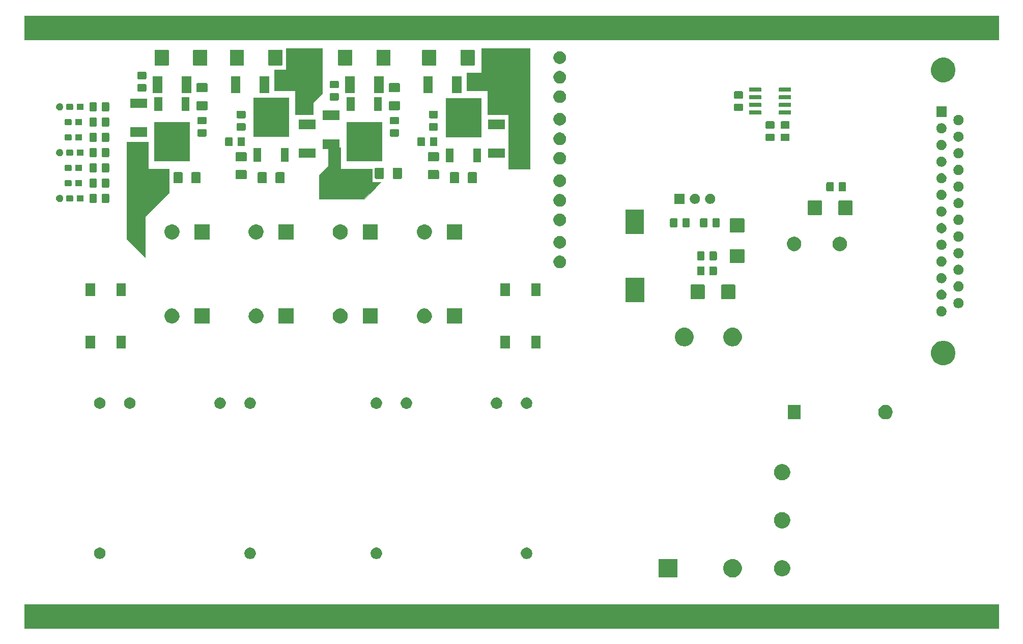
<source format=gts>
G04 #@! TF.GenerationSoftware,KiCad,Pcbnew,5.1.4*
G04 #@! TF.CreationDate,2019-09-17T23:30:44+02:00*
G04 #@! TF.ProjectId,Supply-Board,53757070-6c79-42d4-926f-6172642e6b69,rev?*
G04 #@! TF.SameCoordinates,Original*
G04 #@! TF.FileFunction,Soldermask,Top*
G04 #@! TF.FilePolarity,Negative*
%FSLAX46Y46*%
G04 Gerber Fmt 4.6, Leading zero omitted, Abs format (unit mm)*
G04 Created by KiCad (PCBNEW 5.1.4) date 2019-09-17 23:30:44*
%MOMM*%
%LPD*%
G04 APERTURE LIST*
%ADD10C,0.100000*%
G04 APERTURE END LIST*
D10*
G36*
X158000000Y-72000000D02*
G01*
X154500000Y-72000000D01*
X154500000Y-63000000D01*
X151000000Y-63000000D01*
X151000000Y-59000000D01*
X147500000Y-59000000D01*
X147500000Y-56000000D01*
X150000000Y-56000000D01*
X150000000Y-52000000D01*
X158000000Y-52000000D01*
X158000000Y-72000000D01*
G37*
X158000000Y-72000000D02*
X154500000Y-72000000D01*
X154500000Y-63000000D01*
X151000000Y-63000000D01*
X151000000Y-59000000D01*
X147500000Y-59000000D01*
X147500000Y-56000000D01*
X150000000Y-56000000D01*
X150000000Y-52000000D01*
X158000000Y-52000000D01*
X158000000Y-72000000D01*
G36*
X126500000Y-72000000D02*
G01*
X131750000Y-72000000D01*
X131750000Y-74250000D01*
X133250000Y-74250000D01*
X130500000Y-77000000D01*
X123000000Y-77000000D01*
X123000000Y-73000000D01*
X124500000Y-71500000D01*
X124500000Y-68500000D01*
X126500000Y-68500000D01*
X126500000Y-72000000D01*
G37*
X126500000Y-72000000D02*
X131750000Y-72000000D01*
X131750000Y-74250000D01*
X133250000Y-74250000D01*
X130500000Y-77000000D01*
X123000000Y-77000000D01*
X123000000Y-73000000D01*
X124500000Y-71500000D01*
X124500000Y-68500000D01*
X126500000Y-68500000D01*
X126500000Y-72000000D01*
G36*
X123500000Y-59500000D02*
G01*
X122000000Y-61000000D01*
X122000000Y-63000000D01*
X119000000Y-63000000D01*
X119000000Y-59000000D01*
X115500000Y-59000000D01*
X115500000Y-55500000D01*
X117500000Y-55500000D01*
X117500000Y-52000000D01*
X123500000Y-52000000D01*
X123500000Y-59500000D01*
G37*
X123500000Y-59500000D02*
X122000000Y-61000000D01*
X122000000Y-63000000D01*
X119000000Y-63000000D01*
X119000000Y-59000000D01*
X115500000Y-59000000D01*
X115500000Y-55500000D01*
X117500000Y-55500000D01*
X117500000Y-52000000D01*
X123500000Y-52000000D01*
X123500000Y-59500000D01*
G36*
X94500000Y-72000000D02*
G01*
X98000000Y-72000000D01*
X98000000Y-76000000D01*
X94000000Y-80000000D01*
X94000000Y-86750000D01*
X91000000Y-83750000D01*
X91000000Y-67500000D01*
X94500000Y-67500000D01*
X94500000Y-72000000D01*
G37*
X94500000Y-72000000D02*
X98000000Y-72000000D01*
X98000000Y-76000000D01*
X94000000Y-80000000D01*
X94000000Y-86750000D01*
X91000000Y-83750000D01*
X91000000Y-67500000D01*
X94500000Y-67500000D01*
X94500000Y-72000000D01*
G36*
X236000000Y-50500000D02*
G01*
X74000000Y-50500000D01*
X74000000Y-46500000D01*
X236000000Y-46500000D01*
X236000000Y-50500000D01*
G37*
X236000000Y-50500000D02*
X74000000Y-50500000D01*
X74000000Y-46500000D01*
X236000000Y-46500000D01*
X236000000Y-50500000D01*
G36*
X236000000Y-148500000D02*
G01*
X74000000Y-148500000D01*
X74000000Y-144500000D01*
X236000000Y-144500000D01*
X236000000Y-148500000D01*
G37*
X236000000Y-148500000D02*
X74000000Y-148500000D01*
X74000000Y-144500000D01*
X236000000Y-144500000D01*
X236000000Y-148500000D01*
G36*
X192052585Y-136978802D02*
G01*
X192202410Y-137008604D01*
X192484674Y-137125521D01*
X192738705Y-137295259D01*
X192954741Y-137511295D01*
X193124479Y-137765326D01*
X193241396Y-138047590D01*
X193301000Y-138347240D01*
X193301000Y-138652760D01*
X193241396Y-138952410D01*
X193124479Y-139234674D01*
X192954741Y-139488705D01*
X192738705Y-139704741D01*
X192484674Y-139874479D01*
X192202410Y-139991396D01*
X192052585Y-140021198D01*
X191902761Y-140051000D01*
X191597239Y-140051000D01*
X191447415Y-140021198D01*
X191297590Y-139991396D01*
X191015326Y-139874479D01*
X190761295Y-139704741D01*
X190545259Y-139488705D01*
X190375521Y-139234674D01*
X190258604Y-138952410D01*
X190199000Y-138652760D01*
X190199000Y-138347240D01*
X190258604Y-138047590D01*
X190375521Y-137765326D01*
X190545259Y-137511295D01*
X190761295Y-137295259D01*
X191015326Y-137125521D01*
X191297590Y-137008604D01*
X191447415Y-136978802D01*
X191597239Y-136949000D01*
X191902761Y-136949000D01*
X192052585Y-136978802D01*
X192052585Y-136978802D01*
G37*
G36*
X182551000Y-140051000D02*
G01*
X179449000Y-140051000D01*
X179449000Y-136949000D01*
X182551000Y-136949000D01*
X182551000Y-140051000D01*
X182551000Y-140051000D01*
G37*
G36*
X200394072Y-137200918D02*
G01*
X200621833Y-137295259D01*
X200639939Y-137302759D01*
X200861212Y-137450610D01*
X201049390Y-137638788D01*
X201197241Y-137860061D01*
X201299082Y-138105928D01*
X201351000Y-138366938D01*
X201351000Y-138633062D01*
X201299082Y-138894072D01*
X201197241Y-139139939D01*
X201049390Y-139361212D01*
X200861212Y-139549390D01*
X200639939Y-139697241D01*
X200639938Y-139697242D01*
X200639937Y-139697242D01*
X200394072Y-139799082D01*
X200133063Y-139851000D01*
X199866937Y-139851000D01*
X199605928Y-139799082D01*
X199360063Y-139697242D01*
X199360062Y-139697242D01*
X199360061Y-139697241D01*
X199138788Y-139549390D01*
X198950610Y-139361212D01*
X198802759Y-139139939D01*
X198700918Y-138894072D01*
X198649000Y-138633062D01*
X198649000Y-138366938D01*
X198700918Y-138105928D01*
X198802759Y-137860061D01*
X198950610Y-137638788D01*
X199138788Y-137450610D01*
X199360061Y-137302759D01*
X199378168Y-137295259D01*
X199605928Y-137200918D01*
X199866937Y-137149000D01*
X200133063Y-137149000D01*
X200394072Y-137200918D01*
X200394072Y-137200918D01*
G37*
G36*
X132777395Y-135085546D02*
G01*
X132950466Y-135157234D01*
X132950467Y-135157235D01*
X133106227Y-135261310D01*
X133238690Y-135393773D01*
X133238691Y-135393775D01*
X133342766Y-135549534D01*
X133414454Y-135722605D01*
X133451000Y-135906333D01*
X133451000Y-136093667D01*
X133414454Y-136277395D01*
X133342766Y-136450466D01*
X133342765Y-136450467D01*
X133238690Y-136606227D01*
X133106227Y-136738690D01*
X133027818Y-136791081D01*
X132950466Y-136842766D01*
X132777395Y-136914454D01*
X132593667Y-136951000D01*
X132406333Y-136951000D01*
X132222605Y-136914454D01*
X132049534Y-136842766D01*
X131972182Y-136791081D01*
X131893773Y-136738690D01*
X131761310Y-136606227D01*
X131657235Y-136450467D01*
X131657234Y-136450466D01*
X131585546Y-136277395D01*
X131549000Y-136093667D01*
X131549000Y-135906333D01*
X131585546Y-135722605D01*
X131657234Y-135549534D01*
X131761309Y-135393775D01*
X131761310Y-135393773D01*
X131893773Y-135261310D01*
X132049533Y-135157235D01*
X132049534Y-135157234D01*
X132222605Y-135085546D01*
X132406333Y-135049000D01*
X132593667Y-135049000D01*
X132777395Y-135085546D01*
X132777395Y-135085546D01*
G37*
G36*
X157777395Y-135085546D02*
G01*
X157950466Y-135157234D01*
X157950467Y-135157235D01*
X158106227Y-135261310D01*
X158238690Y-135393773D01*
X158238691Y-135393775D01*
X158342766Y-135549534D01*
X158414454Y-135722605D01*
X158451000Y-135906333D01*
X158451000Y-136093667D01*
X158414454Y-136277395D01*
X158342766Y-136450466D01*
X158342765Y-136450467D01*
X158238690Y-136606227D01*
X158106227Y-136738690D01*
X158027818Y-136791081D01*
X157950466Y-136842766D01*
X157777395Y-136914454D01*
X157593667Y-136951000D01*
X157406333Y-136951000D01*
X157222605Y-136914454D01*
X157049534Y-136842766D01*
X156972182Y-136791081D01*
X156893773Y-136738690D01*
X156761310Y-136606227D01*
X156657235Y-136450467D01*
X156657234Y-136450466D01*
X156585546Y-136277395D01*
X156549000Y-136093667D01*
X156549000Y-135906333D01*
X156585546Y-135722605D01*
X156657234Y-135549534D01*
X156761309Y-135393775D01*
X156761310Y-135393773D01*
X156893773Y-135261310D01*
X157049533Y-135157235D01*
X157049534Y-135157234D01*
X157222605Y-135085546D01*
X157406333Y-135049000D01*
X157593667Y-135049000D01*
X157777395Y-135085546D01*
X157777395Y-135085546D01*
G37*
G36*
X111777395Y-135085546D02*
G01*
X111950466Y-135157234D01*
X111950467Y-135157235D01*
X112106227Y-135261310D01*
X112238690Y-135393773D01*
X112238691Y-135393775D01*
X112342766Y-135549534D01*
X112414454Y-135722605D01*
X112451000Y-135906333D01*
X112451000Y-136093667D01*
X112414454Y-136277395D01*
X112342766Y-136450466D01*
X112342765Y-136450467D01*
X112238690Y-136606227D01*
X112106227Y-136738690D01*
X112027818Y-136791081D01*
X111950466Y-136842766D01*
X111777395Y-136914454D01*
X111593667Y-136951000D01*
X111406333Y-136951000D01*
X111222605Y-136914454D01*
X111049534Y-136842766D01*
X110972182Y-136791081D01*
X110893773Y-136738690D01*
X110761310Y-136606227D01*
X110657235Y-136450467D01*
X110657234Y-136450466D01*
X110585546Y-136277395D01*
X110549000Y-136093667D01*
X110549000Y-135906333D01*
X110585546Y-135722605D01*
X110657234Y-135549534D01*
X110761309Y-135393775D01*
X110761310Y-135393773D01*
X110893773Y-135261310D01*
X111049533Y-135157235D01*
X111049534Y-135157234D01*
X111222605Y-135085546D01*
X111406333Y-135049000D01*
X111593667Y-135049000D01*
X111777395Y-135085546D01*
X111777395Y-135085546D01*
G37*
G36*
X86777395Y-135085546D02*
G01*
X86950466Y-135157234D01*
X86950467Y-135157235D01*
X87106227Y-135261310D01*
X87238690Y-135393773D01*
X87238691Y-135393775D01*
X87342766Y-135549534D01*
X87414454Y-135722605D01*
X87451000Y-135906333D01*
X87451000Y-136093667D01*
X87414454Y-136277395D01*
X87342766Y-136450466D01*
X87342765Y-136450467D01*
X87238690Y-136606227D01*
X87106227Y-136738690D01*
X87027818Y-136791081D01*
X86950466Y-136842766D01*
X86777395Y-136914454D01*
X86593667Y-136951000D01*
X86406333Y-136951000D01*
X86222605Y-136914454D01*
X86049534Y-136842766D01*
X85972182Y-136791081D01*
X85893773Y-136738690D01*
X85761310Y-136606227D01*
X85657235Y-136450467D01*
X85657234Y-136450466D01*
X85585546Y-136277395D01*
X85549000Y-136093667D01*
X85549000Y-135906333D01*
X85585546Y-135722605D01*
X85657234Y-135549534D01*
X85761309Y-135393775D01*
X85761310Y-135393773D01*
X85893773Y-135261310D01*
X86049533Y-135157235D01*
X86049534Y-135157234D01*
X86222605Y-135085546D01*
X86406333Y-135049000D01*
X86593667Y-135049000D01*
X86777395Y-135085546D01*
X86777395Y-135085546D01*
G37*
G36*
X200394072Y-129200918D02*
G01*
X200639939Y-129302759D01*
X200861212Y-129450610D01*
X201049390Y-129638788D01*
X201197241Y-129860061D01*
X201299082Y-130105928D01*
X201351000Y-130366938D01*
X201351000Y-130633062D01*
X201299082Y-130894072D01*
X201197241Y-131139939D01*
X201049390Y-131361212D01*
X200861212Y-131549390D01*
X200639939Y-131697241D01*
X200639938Y-131697242D01*
X200639937Y-131697242D01*
X200394072Y-131799082D01*
X200133063Y-131851000D01*
X199866937Y-131851000D01*
X199605928Y-131799082D01*
X199360063Y-131697242D01*
X199360062Y-131697242D01*
X199360061Y-131697241D01*
X199138788Y-131549390D01*
X198950610Y-131361212D01*
X198802759Y-131139939D01*
X198700918Y-130894072D01*
X198649000Y-130633062D01*
X198649000Y-130366938D01*
X198700918Y-130105928D01*
X198802759Y-129860061D01*
X198950610Y-129638788D01*
X199138788Y-129450610D01*
X199360061Y-129302759D01*
X199605928Y-129200918D01*
X199866937Y-129149000D01*
X200133063Y-129149000D01*
X200394072Y-129200918D01*
X200394072Y-129200918D01*
G37*
G36*
X200394072Y-121200918D02*
G01*
X200639939Y-121302759D01*
X200861212Y-121450610D01*
X201049390Y-121638788D01*
X201197241Y-121860061D01*
X201299082Y-122105928D01*
X201351000Y-122366938D01*
X201351000Y-122633062D01*
X201299082Y-122894072D01*
X201197241Y-123139939D01*
X201049390Y-123361212D01*
X200861212Y-123549390D01*
X200639939Y-123697241D01*
X200639938Y-123697242D01*
X200639937Y-123697242D01*
X200394072Y-123799082D01*
X200133063Y-123851000D01*
X199866937Y-123851000D01*
X199605928Y-123799082D01*
X199360063Y-123697242D01*
X199360062Y-123697242D01*
X199360061Y-123697241D01*
X199138788Y-123549390D01*
X198950610Y-123361212D01*
X198802759Y-123139939D01*
X198700918Y-122894072D01*
X198649000Y-122633062D01*
X198649000Y-122366938D01*
X198700918Y-122105928D01*
X198802759Y-121860061D01*
X198950610Y-121638788D01*
X199138788Y-121450610D01*
X199360061Y-121302759D01*
X199605928Y-121200918D01*
X199866937Y-121149000D01*
X200133063Y-121149000D01*
X200394072Y-121200918D01*
X200394072Y-121200918D01*
G37*
G36*
X217550318Y-111345153D02*
G01*
X217768885Y-111435687D01*
X217768887Y-111435688D01*
X217965593Y-111567122D01*
X218132878Y-111734407D01*
X218253180Y-111914453D01*
X218264313Y-111931115D01*
X218354847Y-112149682D01*
X218401000Y-112381710D01*
X218401000Y-112618290D01*
X218354847Y-112850318D01*
X218264313Y-113068885D01*
X218264312Y-113068887D01*
X218132878Y-113265593D01*
X217965593Y-113432878D01*
X217768887Y-113564312D01*
X217768886Y-113564313D01*
X217768885Y-113564313D01*
X217550318Y-113654847D01*
X217318290Y-113701000D01*
X217081710Y-113701000D01*
X216849682Y-113654847D01*
X216631115Y-113564313D01*
X216631114Y-113564313D01*
X216631113Y-113564312D01*
X216434407Y-113432878D01*
X216267122Y-113265593D01*
X216135688Y-113068887D01*
X216135687Y-113068885D01*
X216045153Y-112850318D01*
X215999000Y-112618290D01*
X215999000Y-112381710D01*
X216045153Y-112149682D01*
X216135687Y-111931115D01*
X216146820Y-111914453D01*
X216267122Y-111734407D01*
X216434407Y-111567122D01*
X216631113Y-111435688D01*
X216631115Y-111435687D01*
X216849682Y-111345153D01*
X217081710Y-111299000D01*
X217318290Y-111299000D01*
X217550318Y-111345153D01*
X217550318Y-111345153D01*
G37*
G36*
X203051000Y-113701000D02*
G01*
X200949000Y-113701000D01*
X200949000Y-111299000D01*
X203051000Y-111299000D01*
X203051000Y-113701000D01*
X203051000Y-113701000D01*
G37*
G36*
X157777395Y-110085546D02*
G01*
X157950466Y-110157234D01*
X157950467Y-110157235D01*
X158106227Y-110261310D01*
X158238690Y-110393773D01*
X158238691Y-110393775D01*
X158342766Y-110549534D01*
X158414454Y-110722605D01*
X158451000Y-110906333D01*
X158451000Y-111093667D01*
X158414454Y-111277395D01*
X158342766Y-111450466D01*
X158342765Y-111450467D01*
X158238690Y-111606227D01*
X158106227Y-111738690D01*
X158027818Y-111791081D01*
X157950466Y-111842766D01*
X157777395Y-111914454D01*
X157593667Y-111951000D01*
X157406333Y-111951000D01*
X157222605Y-111914454D01*
X157049534Y-111842766D01*
X156972182Y-111791081D01*
X156893773Y-111738690D01*
X156761310Y-111606227D01*
X156657235Y-111450467D01*
X156657234Y-111450466D01*
X156585546Y-111277395D01*
X156549000Y-111093667D01*
X156549000Y-110906333D01*
X156585546Y-110722605D01*
X156657234Y-110549534D01*
X156761309Y-110393775D01*
X156761310Y-110393773D01*
X156893773Y-110261310D01*
X157049533Y-110157235D01*
X157049534Y-110157234D01*
X157222605Y-110085546D01*
X157406333Y-110049000D01*
X157593667Y-110049000D01*
X157777395Y-110085546D01*
X157777395Y-110085546D01*
G37*
G36*
X152777395Y-110085546D02*
G01*
X152950466Y-110157234D01*
X152950467Y-110157235D01*
X153106227Y-110261310D01*
X153238690Y-110393773D01*
X153238691Y-110393775D01*
X153342766Y-110549534D01*
X153414454Y-110722605D01*
X153451000Y-110906333D01*
X153451000Y-111093667D01*
X153414454Y-111277395D01*
X153342766Y-111450466D01*
X153342765Y-111450467D01*
X153238690Y-111606227D01*
X153106227Y-111738690D01*
X153027818Y-111791081D01*
X152950466Y-111842766D01*
X152777395Y-111914454D01*
X152593667Y-111951000D01*
X152406333Y-111951000D01*
X152222605Y-111914454D01*
X152049534Y-111842766D01*
X151972182Y-111791081D01*
X151893773Y-111738690D01*
X151761310Y-111606227D01*
X151657235Y-111450467D01*
X151657234Y-111450466D01*
X151585546Y-111277395D01*
X151549000Y-111093667D01*
X151549000Y-110906333D01*
X151585546Y-110722605D01*
X151657234Y-110549534D01*
X151761309Y-110393775D01*
X151761310Y-110393773D01*
X151893773Y-110261310D01*
X152049533Y-110157235D01*
X152049534Y-110157234D01*
X152222605Y-110085546D01*
X152406333Y-110049000D01*
X152593667Y-110049000D01*
X152777395Y-110085546D01*
X152777395Y-110085546D01*
G37*
G36*
X86777395Y-110085546D02*
G01*
X86950466Y-110157234D01*
X86950467Y-110157235D01*
X87106227Y-110261310D01*
X87238690Y-110393773D01*
X87238691Y-110393775D01*
X87342766Y-110549534D01*
X87414454Y-110722605D01*
X87451000Y-110906333D01*
X87451000Y-111093667D01*
X87414454Y-111277395D01*
X87342766Y-111450466D01*
X87342765Y-111450467D01*
X87238690Y-111606227D01*
X87106227Y-111738690D01*
X87027818Y-111791081D01*
X86950466Y-111842766D01*
X86777395Y-111914454D01*
X86593667Y-111951000D01*
X86406333Y-111951000D01*
X86222605Y-111914454D01*
X86049534Y-111842766D01*
X85972182Y-111791081D01*
X85893773Y-111738690D01*
X85761310Y-111606227D01*
X85657235Y-111450467D01*
X85657234Y-111450466D01*
X85585546Y-111277395D01*
X85549000Y-111093667D01*
X85549000Y-110906333D01*
X85585546Y-110722605D01*
X85657234Y-110549534D01*
X85761309Y-110393775D01*
X85761310Y-110393773D01*
X85893773Y-110261310D01*
X86049533Y-110157235D01*
X86049534Y-110157234D01*
X86222605Y-110085546D01*
X86406333Y-110049000D01*
X86593667Y-110049000D01*
X86777395Y-110085546D01*
X86777395Y-110085546D01*
G37*
G36*
X91777395Y-110085546D02*
G01*
X91950466Y-110157234D01*
X91950467Y-110157235D01*
X92106227Y-110261310D01*
X92238690Y-110393773D01*
X92238691Y-110393775D01*
X92342766Y-110549534D01*
X92414454Y-110722605D01*
X92451000Y-110906333D01*
X92451000Y-111093667D01*
X92414454Y-111277395D01*
X92342766Y-111450466D01*
X92342765Y-111450467D01*
X92238690Y-111606227D01*
X92106227Y-111738690D01*
X92027818Y-111791081D01*
X91950466Y-111842766D01*
X91777395Y-111914454D01*
X91593667Y-111951000D01*
X91406333Y-111951000D01*
X91222605Y-111914454D01*
X91049534Y-111842766D01*
X90972182Y-111791081D01*
X90893773Y-111738690D01*
X90761310Y-111606227D01*
X90657235Y-111450467D01*
X90657234Y-111450466D01*
X90585546Y-111277395D01*
X90549000Y-111093667D01*
X90549000Y-110906333D01*
X90585546Y-110722605D01*
X90657234Y-110549534D01*
X90761309Y-110393775D01*
X90761310Y-110393773D01*
X90893773Y-110261310D01*
X91049533Y-110157235D01*
X91049534Y-110157234D01*
X91222605Y-110085546D01*
X91406333Y-110049000D01*
X91593667Y-110049000D01*
X91777395Y-110085546D01*
X91777395Y-110085546D01*
G37*
G36*
X137777395Y-110085546D02*
G01*
X137950466Y-110157234D01*
X137950467Y-110157235D01*
X138106227Y-110261310D01*
X138238690Y-110393773D01*
X138238691Y-110393775D01*
X138342766Y-110549534D01*
X138414454Y-110722605D01*
X138451000Y-110906333D01*
X138451000Y-111093667D01*
X138414454Y-111277395D01*
X138342766Y-111450466D01*
X138342765Y-111450467D01*
X138238690Y-111606227D01*
X138106227Y-111738690D01*
X138027818Y-111791081D01*
X137950466Y-111842766D01*
X137777395Y-111914454D01*
X137593667Y-111951000D01*
X137406333Y-111951000D01*
X137222605Y-111914454D01*
X137049534Y-111842766D01*
X136972182Y-111791081D01*
X136893773Y-111738690D01*
X136761310Y-111606227D01*
X136657235Y-111450467D01*
X136657234Y-111450466D01*
X136585546Y-111277395D01*
X136549000Y-111093667D01*
X136549000Y-110906333D01*
X136585546Y-110722605D01*
X136657234Y-110549534D01*
X136761309Y-110393775D01*
X136761310Y-110393773D01*
X136893773Y-110261310D01*
X137049533Y-110157235D01*
X137049534Y-110157234D01*
X137222605Y-110085546D01*
X137406333Y-110049000D01*
X137593667Y-110049000D01*
X137777395Y-110085546D01*
X137777395Y-110085546D01*
G37*
G36*
X132777395Y-110085546D02*
G01*
X132950466Y-110157234D01*
X132950467Y-110157235D01*
X133106227Y-110261310D01*
X133238690Y-110393773D01*
X133238691Y-110393775D01*
X133342766Y-110549534D01*
X133414454Y-110722605D01*
X133451000Y-110906333D01*
X133451000Y-111093667D01*
X133414454Y-111277395D01*
X133342766Y-111450466D01*
X133342765Y-111450467D01*
X133238690Y-111606227D01*
X133106227Y-111738690D01*
X133027818Y-111791081D01*
X132950466Y-111842766D01*
X132777395Y-111914454D01*
X132593667Y-111951000D01*
X132406333Y-111951000D01*
X132222605Y-111914454D01*
X132049534Y-111842766D01*
X131972182Y-111791081D01*
X131893773Y-111738690D01*
X131761310Y-111606227D01*
X131657235Y-111450467D01*
X131657234Y-111450466D01*
X131585546Y-111277395D01*
X131549000Y-111093667D01*
X131549000Y-110906333D01*
X131585546Y-110722605D01*
X131657234Y-110549534D01*
X131761309Y-110393775D01*
X131761310Y-110393773D01*
X131893773Y-110261310D01*
X132049533Y-110157235D01*
X132049534Y-110157234D01*
X132222605Y-110085546D01*
X132406333Y-110049000D01*
X132593667Y-110049000D01*
X132777395Y-110085546D01*
X132777395Y-110085546D01*
G37*
G36*
X106777395Y-110085546D02*
G01*
X106950466Y-110157234D01*
X106950467Y-110157235D01*
X107106227Y-110261310D01*
X107238690Y-110393773D01*
X107238691Y-110393775D01*
X107342766Y-110549534D01*
X107414454Y-110722605D01*
X107451000Y-110906333D01*
X107451000Y-111093667D01*
X107414454Y-111277395D01*
X107342766Y-111450466D01*
X107342765Y-111450467D01*
X107238690Y-111606227D01*
X107106227Y-111738690D01*
X107027818Y-111791081D01*
X106950466Y-111842766D01*
X106777395Y-111914454D01*
X106593667Y-111951000D01*
X106406333Y-111951000D01*
X106222605Y-111914454D01*
X106049534Y-111842766D01*
X105972182Y-111791081D01*
X105893773Y-111738690D01*
X105761310Y-111606227D01*
X105657235Y-111450467D01*
X105657234Y-111450466D01*
X105585546Y-111277395D01*
X105549000Y-111093667D01*
X105549000Y-110906333D01*
X105585546Y-110722605D01*
X105657234Y-110549534D01*
X105761309Y-110393775D01*
X105761310Y-110393773D01*
X105893773Y-110261310D01*
X106049533Y-110157235D01*
X106049534Y-110157234D01*
X106222605Y-110085546D01*
X106406333Y-110049000D01*
X106593667Y-110049000D01*
X106777395Y-110085546D01*
X106777395Y-110085546D01*
G37*
G36*
X111777395Y-110085546D02*
G01*
X111950466Y-110157234D01*
X111950467Y-110157235D01*
X112106227Y-110261310D01*
X112238690Y-110393773D01*
X112238691Y-110393775D01*
X112342766Y-110549534D01*
X112414454Y-110722605D01*
X112451000Y-110906333D01*
X112451000Y-111093667D01*
X112414454Y-111277395D01*
X112342766Y-111450466D01*
X112342765Y-111450467D01*
X112238690Y-111606227D01*
X112106227Y-111738690D01*
X112027818Y-111791081D01*
X111950466Y-111842766D01*
X111777395Y-111914454D01*
X111593667Y-111951000D01*
X111406333Y-111951000D01*
X111222605Y-111914454D01*
X111049534Y-111842766D01*
X110972182Y-111791081D01*
X110893773Y-111738690D01*
X110761310Y-111606227D01*
X110657235Y-111450467D01*
X110657234Y-111450466D01*
X110585546Y-111277395D01*
X110549000Y-111093667D01*
X110549000Y-110906333D01*
X110585546Y-110722605D01*
X110657234Y-110549534D01*
X110761309Y-110393775D01*
X110761310Y-110393773D01*
X110893773Y-110261310D01*
X111049533Y-110157235D01*
X111049534Y-110157234D01*
X111222605Y-110085546D01*
X111406333Y-110049000D01*
X111593667Y-110049000D01*
X111777395Y-110085546D01*
X111777395Y-110085546D01*
G37*
G36*
X227398254Y-100697818D02*
G01*
X227771511Y-100852426D01*
X227771513Y-100852427D01*
X227975467Y-100988705D01*
X228107436Y-101076884D01*
X228393116Y-101362564D01*
X228617574Y-101698489D01*
X228772182Y-102071746D01*
X228851000Y-102467993D01*
X228851000Y-102872007D01*
X228772182Y-103268254D01*
X228617574Y-103641511D01*
X228617573Y-103641513D01*
X228393116Y-103977436D01*
X228107436Y-104263116D01*
X227771513Y-104487573D01*
X227771512Y-104487574D01*
X227771511Y-104487574D01*
X227398254Y-104642182D01*
X227002007Y-104721000D01*
X226597993Y-104721000D01*
X226201746Y-104642182D01*
X225828489Y-104487574D01*
X225828488Y-104487574D01*
X225828487Y-104487573D01*
X225492564Y-104263116D01*
X225206884Y-103977436D01*
X224982427Y-103641513D01*
X224982426Y-103641511D01*
X224827818Y-103268254D01*
X224749000Y-102872007D01*
X224749000Y-102467993D01*
X224827818Y-102071746D01*
X224982426Y-101698489D01*
X225206884Y-101362564D01*
X225492564Y-101076884D01*
X225624533Y-100988705D01*
X225828487Y-100852427D01*
X225828489Y-100852426D01*
X226201746Y-100697818D01*
X226597993Y-100619000D01*
X227002007Y-100619000D01*
X227398254Y-100697818D01*
X227398254Y-100697818D01*
G37*
G36*
X85751000Y-101921000D02*
G01*
X84149000Y-101921000D01*
X84149000Y-99819000D01*
X85751000Y-99819000D01*
X85751000Y-101921000D01*
X85751000Y-101921000D01*
G37*
G36*
X90851000Y-101921000D02*
G01*
X89249000Y-101921000D01*
X89249000Y-99819000D01*
X90851000Y-99819000D01*
X90851000Y-101921000D01*
X90851000Y-101921000D01*
G37*
G36*
X154751000Y-101921000D02*
G01*
X153149000Y-101921000D01*
X153149000Y-99819000D01*
X154751000Y-99819000D01*
X154751000Y-101921000D01*
X154751000Y-101921000D01*
G37*
G36*
X159851000Y-101921000D02*
G01*
X158249000Y-101921000D01*
X158249000Y-99819000D01*
X159851000Y-99819000D01*
X159851000Y-101921000D01*
X159851000Y-101921000D01*
G37*
G36*
X184052585Y-98478802D02*
G01*
X184202410Y-98508604D01*
X184484674Y-98625521D01*
X184738705Y-98795259D01*
X184954741Y-99011295D01*
X185124479Y-99265326D01*
X185241396Y-99547590D01*
X185301000Y-99847240D01*
X185301000Y-100152760D01*
X185241396Y-100452410D01*
X185124479Y-100734674D01*
X184954741Y-100988705D01*
X184738705Y-101204741D01*
X184484674Y-101374479D01*
X184202410Y-101491396D01*
X184052585Y-101521198D01*
X183902761Y-101551000D01*
X183597239Y-101551000D01*
X183447415Y-101521198D01*
X183297590Y-101491396D01*
X183015326Y-101374479D01*
X182761295Y-101204741D01*
X182545259Y-100988705D01*
X182375521Y-100734674D01*
X182258604Y-100452410D01*
X182199000Y-100152760D01*
X182199000Y-99847240D01*
X182258604Y-99547590D01*
X182375521Y-99265326D01*
X182545259Y-99011295D01*
X182761295Y-98795259D01*
X183015326Y-98625521D01*
X183297590Y-98508604D01*
X183447415Y-98478802D01*
X183597239Y-98449000D01*
X183902761Y-98449000D01*
X184052585Y-98478802D01*
X184052585Y-98478802D01*
G37*
G36*
X192052585Y-98478802D02*
G01*
X192202410Y-98508604D01*
X192484674Y-98625521D01*
X192738705Y-98795259D01*
X192954741Y-99011295D01*
X193124479Y-99265326D01*
X193241396Y-99547590D01*
X193301000Y-99847240D01*
X193301000Y-100152760D01*
X193241396Y-100452410D01*
X193124479Y-100734674D01*
X192954741Y-100988705D01*
X192738705Y-101204741D01*
X192484674Y-101374479D01*
X192202410Y-101491396D01*
X192052585Y-101521198D01*
X191902761Y-101551000D01*
X191597239Y-101551000D01*
X191447415Y-101521198D01*
X191297590Y-101491396D01*
X191015326Y-101374479D01*
X190761295Y-101204741D01*
X190545259Y-100988705D01*
X190375521Y-100734674D01*
X190258604Y-100452410D01*
X190199000Y-100152760D01*
X190199000Y-99847240D01*
X190258604Y-99547590D01*
X190375521Y-99265326D01*
X190545259Y-99011295D01*
X190761295Y-98795259D01*
X191015326Y-98625521D01*
X191297590Y-98508604D01*
X191447415Y-98478802D01*
X191597239Y-98449000D01*
X191902761Y-98449000D01*
X192052585Y-98478802D01*
X192052585Y-98478802D01*
G37*
G36*
X118751000Y-97751000D02*
G01*
X116249000Y-97751000D01*
X116249000Y-95249000D01*
X118751000Y-95249000D01*
X118751000Y-97751000D01*
X118751000Y-97751000D01*
G37*
G36*
X112864903Y-95297075D02*
G01*
X112961057Y-95336903D01*
X113092571Y-95391378D01*
X113297466Y-95528285D01*
X113471715Y-95702534D01*
X113552753Y-95823816D01*
X113608623Y-95907431D01*
X113702925Y-96135097D01*
X113732242Y-96282481D01*
X113751000Y-96376787D01*
X113751000Y-96623213D01*
X113702925Y-96864903D01*
X113608622Y-97092571D01*
X113471715Y-97297466D01*
X113297466Y-97471715D01*
X113092571Y-97608622D01*
X113092570Y-97608623D01*
X113092569Y-97608623D01*
X112864903Y-97702925D01*
X112623214Y-97751000D01*
X112376786Y-97751000D01*
X112135097Y-97702925D01*
X111907431Y-97608623D01*
X111907430Y-97608623D01*
X111907429Y-97608622D01*
X111702534Y-97471715D01*
X111528285Y-97297466D01*
X111391378Y-97092571D01*
X111297075Y-96864903D01*
X111249000Y-96623213D01*
X111249000Y-96376787D01*
X111267759Y-96282481D01*
X111297075Y-96135097D01*
X111391377Y-95907431D01*
X111447247Y-95823816D01*
X111528285Y-95702534D01*
X111702534Y-95528285D01*
X111907429Y-95391378D01*
X112038944Y-95336903D01*
X112135097Y-95297075D01*
X112376786Y-95249000D01*
X112623214Y-95249000D01*
X112864903Y-95297075D01*
X112864903Y-95297075D01*
G37*
G36*
X104751000Y-97751000D02*
G01*
X102249000Y-97751000D01*
X102249000Y-95249000D01*
X104751000Y-95249000D01*
X104751000Y-97751000D01*
X104751000Y-97751000D01*
G37*
G36*
X98864903Y-95297075D02*
G01*
X98961057Y-95336903D01*
X99092571Y-95391378D01*
X99297466Y-95528285D01*
X99471715Y-95702534D01*
X99552753Y-95823816D01*
X99608623Y-95907431D01*
X99702925Y-96135097D01*
X99732242Y-96282481D01*
X99751000Y-96376787D01*
X99751000Y-96623213D01*
X99702925Y-96864903D01*
X99608622Y-97092571D01*
X99471715Y-97297466D01*
X99297466Y-97471715D01*
X99092571Y-97608622D01*
X99092570Y-97608623D01*
X99092569Y-97608623D01*
X98864903Y-97702925D01*
X98623214Y-97751000D01*
X98376786Y-97751000D01*
X98135097Y-97702925D01*
X97907431Y-97608623D01*
X97907430Y-97608623D01*
X97907429Y-97608622D01*
X97702534Y-97471715D01*
X97528285Y-97297466D01*
X97391378Y-97092571D01*
X97297075Y-96864903D01*
X97249000Y-96623213D01*
X97249000Y-96376787D01*
X97267759Y-96282481D01*
X97297075Y-96135097D01*
X97391377Y-95907431D01*
X97447247Y-95823816D01*
X97528285Y-95702534D01*
X97702534Y-95528285D01*
X97907429Y-95391378D01*
X98038944Y-95336903D01*
X98135097Y-95297075D01*
X98376786Y-95249000D01*
X98623214Y-95249000D01*
X98864903Y-95297075D01*
X98864903Y-95297075D01*
G37*
G36*
X140864903Y-95297075D02*
G01*
X140961057Y-95336903D01*
X141092571Y-95391378D01*
X141297466Y-95528285D01*
X141471715Y-95702534D01*
X141552753Y-95823816D01*
X141608623Y-95907431D01*
X141702925Y-96135097D01*
X141732242Y-96282481D01*
X141751000Y-96376787D01*
X141751000Y-96623213D01*
X141702925Y-96864903D01*
X141608622Y-97092571D01*
X141471715Y-97297466D01*
X141297466Y-97471715D01*
X141092571Y-97608622D01*
X141092570Y-97608623D01*
X141092569Y-97608623D01*
X140864903Y-97702925D01*
X140623214Y-97751000D01*
X140376786Y-97751000D01*
X140135097Y-97702925D01*
X139907431Y-97608623D01*
X139907430Y-97608623D01*
X139907429Y-97608622D01*
X139702534Y-97471715D01*
X139528285Y-97297466D01*
X139391378Y-97092571D01*
X139297075Y-96864903D01*
X139249000Y-96623213D01*
X139249000Y-96376787D01*
X139267759Y-96282481D01*
X139297075Y-96135097D01*
X139391377Y-95907431D01*
X139447247Y-95823816D01*
X139528285Y-95702534D01*
X139702534Y-95528285D01*
X139907429Y-95391378D01*
X140038944Y-95336903D01*
X140135097Y-95297075D01*
X140376786Y-95249000D01*
X140623214Y-95249000D01*
X140864903Y-95297075D01*
X140864903Y-95297075D01*
G37*
G36*
X132751000Y-97751000D02*
G01*
X130249000Y-97751000D01*
X130249000Y-95249000D01*
X132751000Y-95249000D01*
X132751000Y-97751000D01*
X132751000Y-97751000D01*
G37*
G36*
X126864903Y-95297075D02*
G01*
X126961057Y-95336903D01*
X127092571Y-95391378D01*
X127297466Y-95528285D01*
X127471715Y-95702534D01*
X127552753Y-95823816D01*
X127608623Y-95907431D01*
X127702925Y-96135097D01*
X127732242Y-96282481D01*
X127751000Y-96376787D01*
X127751000Y-96623213D01*
X127702925Y-96864903D01*
X127608622Y-97092571D01*
X127471715Y-97297466D01*
X127297466Y-97471715D01*
X127092571Y-97608622D01*
X127092570Y-97608623D01*
X127092569Y-97608623D01*
X126864903Y-97702925D01*
X126623214Y-97751000D01*
X126376786Y-97751000D01*
X126135097Y-97702925D01*
X125907431Y-97608623D01*
X125907430Y-97608623D01*
X125907429Y-97608622D01*
X125702534Y-97471715D01*
X125528285Y-97297466D01*
X125391378Y-97092571D01*
X125297075Y-96864903D01*
X125249000Y-96623213D01*
X125249000Y-96376787D01*
X125267759Y-96282481D01*
X125297075Y-96135097D01*
X125391377Y-95907431D01*
X125447247Y-95823816D01*
X125528285Y-95702534D01*
X125702534Y-95528285D01*
X125907429Y-95391378D01*
X126038944Y-95336903D01*
X126135097Y-95297075D01*
X126376786Y-95249000D01*
X126623214Y-95249000D01*
X126864903Y-95297075D01*
X126864903Y-95297075D01*
G37*
G36*
X146751000Y-97751000D02*
G01*
X144249000Y-97751000D01*
X144249000Y-95249000D01*
X146751000Y-95249000D01*
X146751000Y-97751000D01*
X146751000Y-97751000D01*
G37*
G36*
X226748228Y-94921703D02*
G01*
X226903100Y-94985853D01*
X227042481Y-95078985D01*
X227161015Y-95197519D01*
X227254147Y-95336900D01*
X227318297Y-95491772D01*
X227351000Y-95656184D01*
X227351000Y-95823816D01*
X227318297Y-95988228D01*
X227254147Y-96143100D01*
X227161015Y-96282481D01*
X227042481Y-96401015D01*
X226903100Y-96494147D01*
X226748228Y-96558297D01*
X226583816Y-96591000D01*
X226416184Y-96591000D01*
X226251772Y-96558297D01*
X226096900Y-96494147D01*
X225957519Y-96401015D01*
X225838985Y-96282481D01*
X225745853Y-96143100D01*
X225681703Y-95988228D01*
X225649000Y-95823816D01*
X225649000Y-95656184D01*
X225681703Y-95491772D01*
X225745853Y-95336900D01*
X225838985Y-95197519D01*
X225957519Y-95078985D01*
X226096900Y-94985853D01*
X226251772Y-94921703D01*
X226416184Y-94889000D01*
X226583816Y-94889000D01*
X226748228Y-94921703D01*
X226748228Y-94921703D01*
G37*
G36*
X229588228Y-93536703D02*
G01*
X229743100Y-93600853D01*
X229882481Y-93693985D01*
X230001015Y-93812519D01*
X230094147Y-93951900D01*
X230158297Y-94106772D01*
X230191000Y-94271184D01*
X230191000Y-94438816D01*
X230158297Y-94603228D01*
X230094147Y-94758100D01*
X230001015Y-94897481D01*
X229882481Y-95016015D01*
X229743100Y-95109147D01*
X229588228Y-95173297D01*
X229423816Y-95206000D01*
X229256184Y-95206000D01*
X229091772Y-95173297D01*
X228936900Y-95109147D01*
X228797519Y-95016015D01*
X228678985Y-94897481D01*
X228585853Y-94758100D01*
X228521703Y-94603228D01*
X228489000Y-94438816D01*
X228489000Y-94271184D01*
X228521703Y-94106772D01*
X228585853Y-93951900D01*
X228678985Y-93812519D01*
X228797519Y-93693985D01*
X228936900Y-93600853D01*
X229091772Y-93536703D01*
X229256184Y-93504000D01*
X229423816Y-93504000D01*
X229588228Y-93536703D01*
X229588228Y-93536703D01*
G37*
G36*
X177061000Y-94221000D02*
G01*
X173959000Y-94221000D01*
X173959000Y-90119000D01*
X177061000Y-90119000D01*
X177061000Y-94221000D01*
X177061000Y-94221000D01*
G37*
G36*
X226748228Y-92151703D02*
G01*
X226903100Y-92215853D01*
X227042481Y-92308985D01*
X227161015Y-92427519D01*
X227254147Y-92566900D01*
X227318297Y-92721772D01*
X227351000Y-92886184D01*
X227351000Y-93053816D01*
X227318297Y-93218228D01*
X227254147Y-93373100D01*
X227161015Y-93512481D01*
X227042481Y-93631015D01*
X226903100Y-93724147D01*
X226748228Y-93788297D01*
X226583816Y-93821000D01*
X226416184Y-93821000D01*
X226251772Y-93788297D01*
X226096900Y-93724147D01*
X225957519Y-93631015D01*
X225838985Y-93512481D01*
X225745853Y-93373100D01*
X225681703Y-93218228D01*
X225649000Y-93053816D01*
X225649000Y-92886184D01*
X225681703Y-92721772D01*
X225745853Y-92566900D01*
X225838985Y-92427519D01*
X225957519Y-92308985D01*
X226096900Y-92215853D01*
X226251772Y-92151703D01*
X226416184Y-92119000D01*
X226583816Y-92119000D01*
X226748228Y-92151703D01*
X226748228Y-92151703D01*
G37*
G36*
X192093786Y-91277746D02*
G01*
X192124461Y-91287051D01*
X192152729Y-91302161D01*
X192177506Y-91322494D01*
X192197839Y-91347271D01*
X192212949Y-91375539D01*
X192222254Y-91406214D01*
X192226000Y-91444251D01*
X192226000Y-93555749D01*
X192222254Y-93593786D01*
X192212949Y-93624461D01*
X192197839Y-93652729D01*
X192177506Y-93677506D01*
X192152729Y-93697839D01*
X192124461Y-93712949D01*
X192093786Y-93722254D01*
X192055749Y-93726000D01*
X190044251Y-93726000D01*
X190006214Y-93722254D01*
X189975539Y-93712949D01*
X189947271Y-93697839D01*
X189922494Y-93677506D01*
X189902161Y-93652729D01*
X189887051Y-93624461D01*
X189877746Y-93593786D01*
X189874000Y-93555749D01*
X189874000Y-91444251D01*
X189877746Y-91406214D01*
X189887051Y-91375539D01*
X189902161Y-91347271D01*
X189922494Y-91322494D01*
X189947271Y-91302161D01*
X189975539Y-91287051D01*
X190006214Y-91277746D01*
X190044251Y-91274000D01*
X192055749Y-91274000D01*
X192093786Y-91277746D01*
X192093786Y-91277746D01*
G37*
G36*
X186993786Y-91277746D02*
G01*
X187024461Y-91287051D01*
X187052729Y-91302161D01*
X187077506Y-91322494D01*
X187097839Y-91347271D01*
X187112949Y-91375539D01*
X187122254Y-91406214D01*
X187126000Y-91444251D01*
X187126000Y-93555749D01*
X187122254Y-93593786D01*
X187112949Y-93624461D01*
X187097839Y-93652729D01*
X187077506Y-93677506D01*
X187052729Y-93697839D01*
X187024461Y-93712949D01*
X186993786Y-93722254D01*
X186955749Y-93726000D01*
X184944251Y-93726000D01*
X184906214Y-93722254D01*
X184875539Y-93712949D01*
X184847271Y-93697839D01*
X184822494Y-93677506D01*
X184802161Y-93652729D01*
X184787051Y-93624461D01*
X184777746Y-93593786D01*
X184774000Y-93555749D01*
X184774000Y-91444251D01*
X184777746Y-91406214D01*
X184787051Y-91375539D01*
X184802161Y-91347271D01*
X184822494Y-91322494D01*
X184847271Y-91302161D01*
X184875539Y-91287051D01*
X184906214Y-91277746D01*
X184944251Y-91274000D01*
X186955749Y-91274000D01*
X186993786Y-91277746D01*
X186993786Y-91277746D01*
G37*
G36*
X154751000Y-93181000D02*
G01*
X153149000Y-93181000D01*
X153149000Y-91079000D01*
X154751000Y-91079000D01*
X154751000Y-93181000D01*
X154751000Y-93181000D01*
G37*
G36*
X159851000Y-93181000D02*
G01*
X158249000Y-93181000D01*
X158249000Y-91079000D01*
X159851000Y-91079000D01*
X159851000Y-93181000D01*
X159851000Y-93181000D01*
G37*
G36*
X90851000Y-93181000D02*
G01*
X89249000Y-93181000D01*
X89249000Y-91079000D01*
X90851000Y-91079000D01*
X90851000Y-93181000D01*
X90851000Y-93181000D01*
G37*
G36*
X85751000Y-93181000D02*
G01*
X84149000Y-93181000D01*
X84149000Y-91079000D01*
X85751000Y-91079000D01*
X85751000Y-93181000D01*
X85751000Y-93181000D01*
G37*
G36*
X229588228Y-90766703D02*
G01*
X229743100Y-90830853D01*
X229882481Y-90923985D01*
X230001015Y-91042519D01*
X230094147Y-91181900D01*
X230158297Y-91336772D01*
X230191000Y-91501184D01*
X230191000Y-91668816D01*
X230158297Y-91833228D01*
X230094147Y-91988100D01*
X230001015Y-92127481D01*
X229882481Y-92246015D01*
X229743100Y-92339147D01*
X229588228Y-92403297D01*
X229423816Y-92436000D01*
X229256184Y-92436000D01*
X229091772Y-92403297D01*
X228936900Y-92339147D01*
X228797519Y-92246015D01*
X228678985Y-92127481D01*
X228585853Y-91988100D01*
X228521703Y-91833228D01*
X228489000Y-91668816D01*
X228489000Y-91501184D01*
X228521703Y-91336772D01*
X228585853Y-91181900D01*
X228678985Y-91042519D01*
X228797519Y-90923985D01*
X228936900Y-90830853D01*
X229091772Y-90766703D01*
X229256184Y-90734000D01*
X229423816Y-90734000D01*
X229588228Y-90766703D01*
X229588228Y-90766703D01*
G37*
G36*
X226748228Y-89381703D02*
G01*
X226903100Y-89445853D01*
X227042481Y-89538985D01*
X227161015Y-89657519D01*
X227254147Y-89796900D01*
X227318297Y-89951772D01*
X227351000Y-90116184D01*
X227351000Y-90283816D01*
X227318297Y-90448228D01*
X227254147Y-90603100D01*
X227161015Y-90742481D01*
X227042481Y-90861015D01*
X226903100Y-90954147D01*
X226748228Y-91018297D01*
X226583816Y-91051000D01*
X226416184Y-91051000D01*
X226251772Y-91018297D01*
X226096900Y-90954147D01*
X225957519Y-90861015D01*
X225838985Y-90742481D01*
X225745853Y-90603100D01*
X225681703Y-90448228D01*
X225649000Y-90283816D01*
X225649000Y-90116184D01*
X225681703Y-89951772D01*
X225745853Y-89796900D01*
X225838985Y-89657519D01*
X225957519Y-89538985D01*
X226096900Y-89445853D01*
X226251772Y-89381703D01*
X226416184Y-89349000D01*
X226583816Y-89349000D01*
X226748228Y-89381703D01*
X226748228Y-89381703D01*
G37*
G36*
X186938674Y-88253465D02*
G01*
X186976367Y-88264899D01*
X187011103Y-88283466D01*
X187041548Y-88308452D01*
X187066534Y-88338897D01*
X187085101Y-88373633D01*
X187096535Y-88411326D01*
X187101000Y-88456661D01*
X187101000Y-89543339D01*
X187096535Y-89588674D01*
X187085101Y-89626367D01*
X187066534Y-89661103D01*
X187041548Y-89691548D01*
X187011103Y-89716534D01*
X186976367Y-89735101D01*
X186938674Y-89746535D01*
X186893339Y-89751000D01*
X186056661Y-89751000D01*
X186011326Y-89746535D01*
X185973633Y-89735101D01*
X185938897Y-89716534D01*
X185908452Y-89691548D01*
X185883466Y-89661103D01*
X185864899Y-89626367D01*
X185853465Y-89588674D01*
X185849000Y-89543339D01*
X185849000Y-88456661D01*
X185853465Y-88411326D01*
X185864899Y-88373633D01*
X185883466Y-88338897D01*
X185908452Y-88308452D01*
X185938897Y-88283466D01*
X185973633Y-88264899D01*
X186011326Y-88253465D01*
X186056661Y-88249000D01*
X186893339Y-88249000D01*
X186938674Y-88253465D01*
X186938674Y-88253465D01*
G37*
G36*
X188988674Y-88253465D02*
G01*
X189026367Y-88264899D01*
X189061103Y-88283466D01*
X189091548Y-88308452D01*
X189116534Y-88338897D01*
X189135101Y-88373633D01*
X189146535Y-88411326D01*
X189151000Y-88456661D01*
X189151000Y-89543339D01*
X189146535Y-89588674D01*
X189135101Y-89626367D01*
X189116534Y-89661103D01*
X189091548Y-89691548D01*
X189061103Y-89716534D01*
X189026367Y-89735101D01*
X188988674Y-89746535D01*
X188943339Y-89751000D01*
X188106661Y-89751000D01*
X188061326Y-89746535D01*
X188023633Y-89735101D01*
X187988897Y-89716534D01*
X187958452Y-89691548D01*
X187933466Y-89661103D01*
X187914899Y-89626367D01*
X187903465Y-89588674D01*
X187899000Y-89543339D01*
X187899000Y-88456661D01*
X187903465Y-88411326D01*
X187914899Y-88373633D01*
X187933466Y-88338897D01*
X187958452Y-88308452D01*
X187988897Y-88283466D01*
X188023633Y-88264899D01*
X188061326Y-88253465D01*
X188106661Y-88249000D01*
X188943339Y-88249000D01*
X188988674Y-88253465D01*
X188988674Y-88253465D01*
G37*
G36*
X229588228Y-87996703D02*
G01*
X229743100Y-88060853D01*
X229882481Y-88153985D01*
X230001015Y-88272519D01*
X230094147Y-88411900D01*
X230158297Y-88566772D01*
X230191000Y-88731184D01*
X230191000Y-88898816D01*
X230158297Y-89063228D01*
X230094147Y-89218100D01*
X230001015Y-89357481D01*
X229882481Y-89476015D01*
X229743100Y-89569147D01*
X229588228Y-89633297D01*
X229423816Y-89666000D01*
X229256184Y-89666000D01*
X229091772Y-89633297D01*
X228936900Y-89569147D01*
X228797519Y-89476015D01*
X228678985Y-89357481D01*
X228585853Y-89218100D01*
X228521703Y-89063228D01*
X228489000Y-88898816D01*
X228489000Y-88731184D01*
X228521703Y-88566772D01*
X228585853Y-88411900D01*
X228678985Y-88272519D01*
X228797519Y-88153985D01*
X228936900Y-88060853D01*
X229091772Y-87996703D01*
X229256184Y-87964000D01*
X229423816Y-87964000D01*
X229588228Y-87996703D01*
X229588228Y-87996703D01*
G37*
G36*
X163306564Y-86489389D02*
G01*
X163497833Y-86568615D01*
X163497835Y-86568616D01*
X163526067Y-86587480D01*
X163669973Y-86683635D01*
X163816365Y-86830027D01*
X163931385Y-87002167D01*
X164010611Y-87193436D01*
X164051000Y-87396484D01*
X164051000Y-87603516D01*
X164010611Y-87806564D01*
X163941886Y-87972481D01*
X163931384Y-87997835D01*
X163816365Y-88169973D01*
X163669973Y-88316365D01*
X163497835Y-88431384D01*
X163497834Y-88431385D01*
X163497833Y-88431385D01*
X163306564Y-88510611D01*
X163103516Y-88551000D01*
X162896484Y-88551000D01*
X162693436Y-88510611D01*
X162502167Y-88431385D01*
X162502166Y-88431385D01*
X162502165Y-88431384D01*
X162330027Y-88316365D01*
X162183635Y-88169973D01*
X162068616Y-87997835D01*
X162058114Y-87972481D01*
X161989389Y-87806564D01*
X161949000Y-87603516D01*
X161949000Y-87396484D01*
X161989389Y-87193436D01*
X162068615Y-87002167D01*
X162183635Y-86830027D01*
X162330027Y-86683635D01*
X162473933Y-86587480D01*
X162502165Y-86568616D01*
X162502167Y-86568615D01*
X162693436Y-86489389D01*
X162896484Y-86449000D01*
X163103516Y-86449000D01*
X163306564Y-86489389D01*
X163306564Y-86489389D01*
G37*
G36*
X226748228Y-86611703D02*
G01*
X226903100Y-86675853D01*
X227042481Y-86768985D01*
X227161015Y-86887519D01*
X227254147Y-87026900D01*
X227318297Y-87181772D01*
X227351000Y-87346184D01*
X227351000Y-87513816D01*
X227318297Y-87678228D01*
X227254147Y-87833100D01*
X227161015Y-87972481D01*
X227042481Y-88091015D01*
X226903100Y-88184147D01*
X226748228Y-88248297D01*
X226583816Y-88281000D01*
X226416184Y-88281000D01*
X226251772Y-88248297D01*
X226096900Y-88184147D01*
X225957519Y-88091015D01*
X225838985Y-87972481D01*
X225745853Y-87833100D01*
X225681703Y-87678228D01*
X225649000Y-87513816D01*
X225649000Y-87346184D01*
X225681703Y-87181772D01*
X225745853Y-87026900D01*
X225838985Y-86887519D01*
X225957519Y-86768985D01*
X226096900Y-86675853D01*
X226251772Y-86611703D01*
X226416184Y-86579000D01*
X226583816Y-86579000D01*
X226748228Y-86611703D01*
X226748228Y-86611703D01*
G37*
G36*
X193593786Y-85377746D02*
G01*
X193624461Y-85387051D01*
X193652729Y-85402161D01*
X193677506Y-85422494D01*
X193697839Y-85447271D01*
X193712949Y-85475539D01*
X193722254Y-85506214D01*
X193726000Y-85544251D01*
X193726000Y-87555749D01*
X193722254Y-87593786D01*
X193712949Y-87624461D01*
X193697839Y-87652729D01*
X193677506Y-87677506D01*
X193652729Y-87697839D01*
X193624461Y-87712949D01*
X193593786Y-87722254D01*
X193555749Y-87726000D01*
X191444251Y-87726000D01*
X191406214Y-87722254D01*
X191375539Y-87712949D01*
X191347271Y-87697839D01*
X191322494Y-87677506D01*
X191302161Y-87652729D01*
X191287051Y-87624461D01*
X191277746Y-87593786D01*
X191274000Y-87555749D01*
X191274000Y-85544251D01*
X191277746Y-85506214D01*
X191287051Y-85475539D01*
X191302161Y-85447271D01*
X191322494Y-85422494D01*
X191347271Y-85402161D01*
X191375539Y-85387051D01*
X191406214Y-85377746D01*
X191444251Y-85374000D01*
X193555749Y-85374000D01*
X193593786Y-85377746D01*
X193593786Y-85377746D01*
G37*
G36*
X188988674Y-85753465D02*
G01*
X189026367Y-85764899D01*
X189061103Y-85783466D01*
X189091548Y-85808452D01*
X189116534Y-85838897D01*
X189135101Y-85873633D01*
X189146535Y-85911326D01*
X189151000Y-85956661D01*
X189151000Y-87043339D01*
X189146535Y-87088674D01*
X189135101Y-87126367D01*
X189116534Y-87161103D01*
X189091548Y-87191548D01*
X189061103Y-87216534D01*
X189026367Y-87235101D01*
X188988674Y-87246535D01*
X188943339Y-87251000D01*
X188106661Y-87251000D01*
X188061326Y-87246535D01*
X188023633Y-87235101D01*
X187988897Y-87216534D01*
X187958452Y-87191548D01*
X187933466Y-87161103D01*
X187914899Y-87126367D01*
X187903465Y-87088674D01*
X187899000Y-87043339D01*
X187899000Y-85956661D01*
X187903465Y-85911326D01*
X187914899Y-85873633D01*
X187933466Y-85838897D01*
X187958452Y-85808452D01*
X187988897Y-85783466D01*
X188023633Y-85764899D01*
X188061326Y-85753465D01*
X188106661Y-85749000D01*
X188943339Y-85749000D01*
X188988674Y-85753465D01*
X188988674Y-85753465D01*
G37*
G36*
X186938674Y-85753465D02*
G01*
X186976367Y-85764899D01*
X187011103Y-85783466D01*
X187041548Y-85808452D01*
X187066534Y-85838897D01*
X187085101Y-85873633D01*
X187096535Y-85911326D01*
X187101000Y-85956661D01*
X187101000Y-87043339D01*
X187096535Y-87088674D01*
X187085101Y-87126367D01*
X187066534Y-87161103D01*
X187041548Y-87191548D01*
X187011103Y-87216534D01*
X186976367Y-87235101D01*
X186938674Y-87246535D01*
X186893339Y-87251000D01*
X186056661Y-87251000D01*
X186011326Y-87246535D01*
X185973633Y-87235101D01*
X185938897Y-87216534D01*
X185908452Y-87191548D01*
X185883466Y-87161103D01*
X185864899Y-87126367D01*
X185853465Y-87088674D01*
X185849000Y-87043339D01*
X185849000Y-85956661D01*
X185853465Y-85911326D01*
X185864899Y-85873633D01*
X185883466Y-85838897D01*
X185908452Y-85808452D01*
X185938897Y-85783466D01*
X185973633Y-85764899D01*
X186011326Y-85753465D01*
X186056661Y-85749000D01*
X186893339Y-85749000D01*
X186938674Y-85753465D01*
X186938674Y-85753465D01*
G37*
G36*
X229588228Y-85226703D02*
G01*
X229743100Y-85290853D01*
X229882481Y-85383985D01*
X230001015Y-85502519D01*
X230094147Y-85641900D01*
X230158297Y-85796772D01*
X230191000Y-85961184D01*
X230191000Y-86128816D01*
X230158297Y-86293228D01*
X230094147Y-86448100D01*
X230001015Y-86587481D01*
X229882481Y-86706015D01*
X229743100Y-86799147D01*
X229588228Y-86863297D01*
X229423816Y-86896000D01*
X229256184Y-86896000D01*
X229091772Y-86863297D01*
X228936900Y-86799147D01*
X228797519Y-86706015D01*
X228678985Y-86587481D01*
X228585853Y-86448100D01*
X228521703Y-86293228D01*
X228489000Y-86128816D01*
X228489000Y-85961184D01*
X228521703Y-85796772D01*
X228585853Y-85641900D01*
X228678985Y-85502519D01*
X228797519Y-85383985D01*
X228936900Y-85290853D01*
X229091772Y-85226703D01*
X229256184Y-85194000D01*
X229423816Y-85194000D01*
X229588228Y-85226703D01*
X229588228Y-85226703D01*
G37*
G36*
X202350318Y-83345153D02*
G01*
X202563931Y-83433635D01*
X202568887Y-83435688D01*
X202765593Y-83567122D01*
X202932878Y-83734407D01*
X203047433Y-83905852D01*
X203064313Y-83931115D01*
X203154847Y-84149682D01*
X203201000Y-84381710D01*
X203201000Y-84618290D01*
X203154847Y-84850318D01*
X203066710Y-85063097D01*
X203064312Y-85068887D01*
X202932878Y-85265593D01*
X202765593Y-85432878D01*
X202568887Y-85564312D01*
X202568886Y-85564313D01*
X202568885Y-85564313D01*
X202350318Y-85654847D01*
X202118290Y-85701000D01*
X201881710Y-85701000D01*
X201649682Y-85654847D01*
X201431115Y-85564313D01*
X201431114Y-85564313D01*
X201431113Y-85564312D01*
X201234407Y-85432878D01*
X201067122Y-85265593D01*
X200935688Y-85068887D01*
X200933290Y-85063097D01*
X200845153Y-84850318D01*
X200799000Y-84618290D01*
X200799000Y-84381710D01*
X200845153Y-84149682D01*
X200935687Y-83931115D01*
X200952567Y-83905852D01*
X201067122Y-83734407D01*
X201234407Y-83567122D01*
X201431113Y-83435688D01*
X201436069Y-83433635D01*
X201649682Y-83345153D01*
X201881710Y-83299000D01*
X202118290Y-83299000D01*
X202350318Y-83345153D01*
X202350318Y-83345153D01*
G37*
G36*
X209950318Y-83345153D02*
G01*
X210163931Y-83433635D01*
X210168887Y-83435688D01*
X210365593Y-83567122D01*
X210532878Y-83734407D01*
X210647433Y-83905852D01*
X210664313Y-83931115D01*
X210754847Y-84149682D01*
X210801000Y-84381710D01*
X210801000Y-84618290D01*
X210754847Y-84850318D01*
X210666710Y-85063097D01*
X210664312Y-85068887D01*
X210532878Y-85265593D01*
X210365593Y-85432878D01*
X210168887Y-85564312D01*
X210168886Y-85564313D01*
X210168885Y-85564313D01*
X209950318Y-85654847D01*
X209718290Y-85701000D01*
X209481710Y-85701000D01*
X209249682Y-85654847D01*
X209031115Y-85564313D01*
X209031114Y-85564313D01*
X209031113Y-85564312D01*
X208834407Y-85432878D01*
X208667122Y-85265593D01*
X208535688Y-85068887D01*
X208533290Y-85063097D01*
X208445153Y-84850318D01*
X208399000Y-84618290D01*
X208399000Y-84381710D01*
X208445153Y-84149682D01*
X208535687Y-83931115D01*
X208552567Y-83905852D01*
X208667122Y-83734407D01*
X208834407Y-83567122D01*
X209031113Y-83435688D01*
X209036069Y-83433635D01*
X209249682Y-83345153D01*
X209481710Y-83299000D01*
X209718290Y-83299000D01*
X209950318Y-83345153D01*
X209950318Y-83345153D01*
G37*
G36*
X226748228Y-83841703D02*
G01*
X226903100Y-83905853D01*
X227042481Y-83998985D01*
X227161015Y-84117519D01*
X227254147Y-84256900D01*
X227318297Y-84411772D01*
X227351000Y-84576184D01*
X227351000Y-84743816D01*
X227318297Y-84908228D01*
X227254147Y-85063100D01*
X227161015Y-85202481D01*
X227042481Y-85321015D01*
X226903100Y-85414147D01*
X226748228Y-85478297D01*
X226583816Y-85511000D01*
X226416184Y-85511000D01*
X226251772Y-85478297D01*
X226096900Y-85414147D01*
X225957519Y-85321015D01*
X225838985Y-85202481D01*
X225745853Y-85063100D01*
X225681703Y-84908228D01*
X225649000Y-84743816D01*
X225649000Y-84576184D01*
X225681703Y-84411772D01*
X225745853Y-84256900D01*
X225838985Y-84117519D01*
X225957519Y-83998985D01*
X226096900Y-83905853D01*
X226251772Y-83841703D01*
X226416184Y-83809000D01*
X226583816Y-83809000D01*
X226748228Y-83841703D01*
X226748228Y-83841703D01*
G37*
G36*
X163306564Y-83239389D02*
G01*
X163497833Y-83318615D01*
X163497835Y-83318616D01*
X163669973Y-83433635D01*
X163816365Y-83580027D01*
X163930606Y-83751000D01*
X163931385Y-83752167D01*
X164010611Y-83943436D01*
X164051000Y-84146484D01*
X164051000Y-84353516D01*
X164010611Y-84556564D01*
X163985044Y-84618288D01*
X163931384Y-84747835D01*
X163816365Y-84919973D01*
X163669973Y-85066365D01*
X163497835Y-85181384D01*
X163497834Y-85181385D01*
X163497833Y-85181385D01*
X163306564Y-85260611D01*
X163103516Y-85301000D01*
X162896484Y-85301000D01*
X162693436Y-85260611D01*
X162502167Y-85181385D01*
X162502166Y-85181385D01*
X162502165Y-85181384D01*
X162330027Y-85066365D01*
X162183635Y-84919973D01*
X162068616Y-84747835D01*
X162014956Y-84618288D01*
X161989389Y-84556564D01*
X161949000Y-84353516D01*
X161949000Y-84146484D01*
X161989389Y-83943436D01*
X162068615Y-83752167D01*
X162069395Y-83751000D01*
X162183635Y-83580027D01*
X162330027Y-83433635D01*
X162502165Y-83318616D01*
X162502167Y-83318615D01*
X162693436Y-83239389D01*
X162896484Y-83199000D01*
X163103516Y-83199000D01*
X163306564Y-83239389D01*
X163306564Y-83239389D01*
G37*
G36*
X229588228Y-82456703D02*
G01*
X229743100Y-82520853D01*
X229882481Y-82613985D01*
X230001015Y-82732519D01*
X230094147Y-82871900D01*
X230158297Y-83026772D01*
X230191000Y-83191184D01*
X230191000Y-83358816D01*
X230158297Y-83523228D01*
X230094147Y-83678100D01*
X230001015Y-83817481D01*
X229882481Y-83936015D01*
X229743100Y-84029147D01*
X229588228Y-84093297D01*
X229423816Y-84126000D01*
X229256184Y-84126000D01*
X229091772Y-84093297D01*
X228936900Y-84029147D01*
X228797519Y-83936015D01*
X228678985Y-83817481D01*
X228585853Y-83678100D01*
X228521703Y-83523228D01*
X228489000Y-83358816D01*
X228489000Y-83191184D01*
X228521703Y-83026772D01*
X228585853Y-82871900D01*
X228678985Y-82732519D01*
X228797519Y-82613985D01*
X228936900Y-82520853D01*
X229091772Y-82456703D01*
X229256184Y-82424000D01*
X229423816Y-82424000D01*
X229588228Y-82456703D01*
X229588228Y-82456703D01*
G37*
G36*
X146751000Y-83751000D02*
G01*
X144249000Y-83751000D01*
X144249000Y-81249000D01*
X146751000Y-81249000D01*
X146751000Y-83751000D01*
X146751000Y-83751000D01*
G37*
G36*
X140674226Y-81259147D02*
G01*
X140864903Y-81297075D01*
X141092571Y-81391378D01*
X141297466Y-81528285D01*
X141471715Y-81702534D01*
X141608622Y-81907429D01*
X141702925Y-82135097D01*
X141751000Y-82376787D01*
X141751000Y-82623213D01*
X141702925Y-82864903D01*
X141608622Y-83092571D01*
X141471715Y-83297466D01*
X141297466Y-83471715D01*
X141092571Y-83608622D01*
X141092570Y-83608623D01*
X141092569Y-83608623D01*
X140864903Y-83702925D01*
X140623214Y-83751000D01*
X140376786Y-83751000D01*
X140135097Y-83702925D01*
X139907431Y-83608623D01*
X139907430Y-83608623D01*
X139907429Y-83608622D01*
X139702534Y-83471715D01*
X139528285Y-83297466D01*
X139391378Y-83092571D01*
X139297075Y-82864903D01*
X139249000Y-82623213D01*
X139249000Y-82376787D01*
X139297075Y-82135097D01*
X139391378Y-81907429D01*
X139528285Y-81702534D01*
X139702534Y-81528285D01*
X139907429Y-81391378D01*
X140135097Y-81297075D01*
X140325774Y-81259147D01*
X140376786Y-81249000D01*
X140623214Y-81249000D01*
X140674226Y-81259147D01*
X140674226Y-81259147D01*
G37*
G36*
X132751000Y-83751000D02*
G01*
X130249000Y-83751000D01*
X130249000Y-81249000D01*
X132751000Y-81249000D01*
X132751000Y-83751000D01*
X132751000Y-83751000D01*
G37*
G36*
X112674226Y-81259147D02*
G01*
X112864903Y-81297075D01*
X113092571Y-81391378D01*
X113297466Y-81528285D01*
X113471715Y-81702534D01*
X113608622Y-81907429D01*
X113702925Y-82135097D01*
X113751000Y-82376787D01*
X113751000Y-82623213D01*
X113702925Y-82864903D01*
X113608622Y-83092571D01*
X113471715Y-83297466D01*
X113297466Y-83471715D01*
X113092571Y-83608622D01*
X113092570Y-83608623D01*
X113092569Y-83608623D01*
X112864903Y-83702925D01*
X112623214Y-83751000D01*
X112376786Y-83751000D01*
X112135097Y-83702925D01*
X111907431Y-83608623D01*
X111907430Y-83608623D01*
X111907429Y-83608622D01*
X111702534Y-83471715D01*
X111528285Y-83297466D01*
X111391378Y-83092571D01*
X111297075Y-82864903D01*
X111249000Y-82623213D01*
X111249000Y-82376787D01*
X111297075Y-82135097D01*
X111391378Y-81907429D01*
X111528285Y-81702534D01*
X111702534Y-81528285D01*
X111907429Y-81391378D01*
X112135097Y-81297075D01*
X112325774Y-81259147D01*
X112376786Y-81249000D01*
X112623214Y-81249000D01*
X112674226Y-81259147D01*
X112674226Y-81259147D01*
G37*
G36*
X118751000Y-83751000D02*
G01*
X116249000Y-83751000D01*
X116249000Y-81249000D01*
X118751000Y-81249000D01*
X118751000Y-83751000D01*
X118751000Y-83751000D01*
G37*
G36*
X126674226Y-81259147D02*
G01*
X126864903Y-81297075D01*
X127092571Y-81391378D01*
X127297466Y-81528285D01*
X127471715Y-81702534D01*
X127608622Y-81907429D01*
X127702925Y-82135097D01*
X127751000Y-82376787D01*
X127751000Y-82623213D01*
X127702925Y-82864903D01*
X127608622Y-83092571D01*
X127471715Y-83297466D01*
X127297466Y-83471715D01*
X127092571Y-83608622D01*
X127092570Y-83608623D01*
X127092569Y-83608623D01*
X126864903Y-83702925D01*
X126623214Y-83751000D01*
X126376786Y-83751000D01*
X126135097Y-83702925D01*
X125907431Y-83608623D01*
X125907430Y-83608623D01*
X125907429Y-83608622D01*
X125702534Y-83471715D01*
X125528285Y-83297466D01*
X125391378Y-83092571D01*
X125297075Y-82864903D01*
X125249000Y-82623213D01*
X125249000Y-82376787D01*
X125297075Y-82135097D01*
X125391378Y-81907429D01*
X125528285Y-81702534D01*
X125702534Y-81528285D01*
X125907429Y-81391378D01*
X126135097Y-81297075D01*
X126325774Y-81259147D01*
X126376786Y-81249000D01*
X126623214Y-81249000D01*
X126674226Y-81259147D01*
X126674226Y-81259147D01*
G37*
G36*
X98674226Y-81259147D02*
G01*
X98864903Y-81297075D01*
X99092571Y-81391378D01*
X99297466Y-81528285D01*
X99471715Y-81702534D01*
X99608622Y-81907429D01*
X99702925Y-82135097D01*
X99751000Y-82376787D01*
X99751000Y-82623213D01*
X99702925Y-82864903D01*
X99608622Y-83092571D01*
X99471715Y-83297466D01*
X99297466Y-83471715D01*
X99092571Y-83608622D01*
X99092570Y-83608623D01*
X99092569Y-83608623D01*
X98864903Y-83702925D01*
X98623214Y-83751000D01*
X98376786Y-83751000D01*
X98135097Y-83702925D01*
X97907431Y-83608623D01*
X97907430Y-83608623D01*
X97907429Y-83608622D01*
X97702534Y-83471715D01*
X97528285Y-83297466D01*
X97391378Y-83092571D01*
X97297075Y-82864903D01*
X97249000Y-82623213D01*
X97249000Y-82376787D01*
X97297075Y-82135097D01*
X97391378Y-81907429D01*
X97528285Y-81702534D01*
X97702534Y-81528285D01*
X97907429Y-81391378D01*
X98135097Y-81297075D01*
X98325774Y-81259147D01*
X98376786Y-81249000D01*
X98623214Y-81249000D01*
X98674226Y-81259147D01*
X98674226Y-81259147D01*
G37*
G36*
X104751000Y-83751000D02*
G01*
X102249000Y-83751000D01*
X102249000Y-81249000D01*
X104751000Y-81249000D01*
X104751000Y-83751000D01*
X104751000Y-83751000D01*
G37*
G36*
X177041000Y-82881000D02*
G01*
X173939000Y-82881000D01*
X173939000Y-78779000D01*
X177041000Y-78779000D01*
X177041000Y-82881000D01*
X177041000Y-82881000D01*
G37*
G36*
X226748228Y-81071703D02*
G01*
X226903100Y-81135853D01*
X227042481Y-81228985D01*
X227161015Y-81347519D01*
X227254147Y-81486900D01*
X227318297Y-81641772D01*
X227351000Y-81806184D01*
X227351000Y-81973816D01*
X227318297Y-82138228D01*
X227254147Y-82293100D01*
X227161015Y-82432481D01*
X227042481Y-82551015D01*
X226903100Y-82644147D01*
X226748228Y-82708297D01*
X226583816Y-82741000D01*
X226416184Y-82741000D01*
X226251772Y-82708297D01*
X226096900Y-82644147D01*
X225957519Y-82551015D01*
X225838985Y-82432481D01*
X225745853Y-82293100D01*
X225681703Y-82138228D01*
X225649000Y-81973816D01*
X225649000Y-81806184D01*
X225681703Y-81641772D01*
X225745853Y-81486900D01*
X225838985Y-81347519D01*
X225957519Y-81228985D01*
X226096900Y-81135853D01*
X226251772Y-81071703D01*
X226416184Y-81039000D01*
X226583816Y-81039000D01*
X226748228Y-81071703D01*
X226748228Y-81071703D01*
G37*
G36*
X193593786Y-80277746D02*
G01*
X193624461Y-80287051D01*
X193652729Y-80302161D01*
X193677506Y-80322494D01*
X193697839Y-80347271D01*
X193712949Y-80375539D01*
X193722254Y-80406214D01*
X193726000Y-80444251D01*
X193726000Y-82455749D01*
X193722254Y-82493786D01*
X193712949Y-82524461D01*
X193697839Y-82552729D01*
X193677506Y-82577506D01*
X193652729Y-82597839D01*
X193624461Y-82612949D01*
X193593786Y-82622254D01*
X193555749Y-82626000D01*
X191444251Y-82626000D01*
X191406214Y-82622254D01*
X191375539Y-82612949D01*
X191347271Y-82597839D01*
X191322494Y-82577506D01*
X191302161Y-82552729D01*
X191287051Y-82524461D01*
X191277746Y-82493786D01*
X191274000Y-82455749D01*
X191274000Y-80444251D01*
X191277746Y-80406214D01*
X191287051Y-80375539D01*
X191302161Y-80347271D01*
X191322494Y-80322494D01*
X191347271Y-80302161D01*
X191375539Y-80287051D01*
X191406214Y-80277746D01*
X191444251Y-80274000D01*
X193555749Y-80274000D01*
X193593786Y-80277746D01*
X193593786Y-80277746D01*
G37*
G36*
X184488674Y-80253465D02*
G01*
X184526367Y-80264899D01*
X184561103Y-80283466D01*
X184591548Y-80308452D01*
X184616534Y-80338897D01*
X184635101Y-80373633D01*
X184646535Y-80411326D01*
X184651000Y-80456661D01*
X184651000Y-81543339D01*
X184646535Y-81588674D01*
X184635101Y-81626367D01*
X184616534Y-81661103D01*
X184591548Y-81691548D01*
X184561103Y-81716534D01*
X184526367Y-81735101D01*
X184488674Y-81746535D01*
X184443339Y-81751000D01*
X183606661Y-81751000D01*
X183561326Y-81746535D01*
X183523633Y-81735101D01*
X183488897Y-81716534D01*
X183458452Y-81691548D01*
X183433466Y-81661103D01*
X183414899Y-81626367D01*
X183403465Y-81588674D01*
X183399000Y-81543339D01*
X183399000Y-80456661D01*
X183403465Y-80411326D01*
X183414899Y-80373633D01*
X183433466Y-80338897D01*
X183458452Y-80308452D01*
X183488897Y-80283466D01*
X183523633Y-80264899D01*
X183561326Y-80253465D01*
X183606661Y-80249000D01*
X184443339Y-80249000D01*
X184488674Y-80253465D01*
X184488674Y-80253465D01*
G37*
G36*
X187438674Y-80253465D02*
G01*
X187476367Y-80264899D01*
X187511103Y-80283466D01*
X187541548Y-80308452D01*
X187566534Y-80338897D01*
X187585101Y-80373633D01*
X187596535Y-80411326D01*
X187601000Y-80456661D01*
X187601000Y-81543339D01*
X187596535Y-81588674D01*
X187585101Y-81626367D01*
X187566534Y-81661103D01*
X187541548Y-81691548D01*
X187511103Y-81716534D01*
X187476367Y-81735101D01*
X187438674Y-81746535D01*
X187393339Y-81751000D01*
X186556661Y-81751000D01*
X186511326Y-81746535D01*
X186473633Y-81735101D01*
X186438897Y-81716534D01*
X186408452Y-81691548D01*
X186383466Y-81661103D01*
X186364899Y-81626367D01*
X186353465Y-81588674D01*
X186349000Y-81543339D01*
X186349000Y-80456661D01*
X186353465Y-80411326D01*
X186364899Y-80373633D01*
X186383466Y-80338897D01*
X186408452Y-80308452D01*
X186438897Y-80283466D01*
X186473633Y-80264899D01*
X186511326Y-80253465D01*
X186556661Y-80249000D01*
X187393339Y-80249000D01*
X187438674Y-80253465D01*
X187438674Y-80253465D01*
G37*
G36*
X189488674Y-80253465D02*
G01*
X189526367Y-80264899D01*
X189561103Y-80283466D01*
X189591548Y-80308452D01*
X189616534Y-80338897D01*
X189635101Y-80373633D01*
X189646535Y-80411326D01*
X189651000Y-80456661D01*
X189651000Y-81543339D01*
X189646535Y-81588674D01*
X189635101Y-81626367D01*
X189616534Y-81661103D01*
X189591548Y-81691548D01*
X189561103Y-81716534D01*
X189526367Y-81735101D01*
X189488674Y-81746535D01*
X189443339Y-81751000D01*
X188606661Y-81751000D01*
X188561326Y-81746535D01*
X188523633Y-81735101D01*
X188488897Y-81716534D01*
X188458452Y-81691548D01*
X188433466Y-81661103D01*
X188414899Y-81626367D01*
X188403465Y-81588674D01*
X188399000Y-81543339D01*
X188399000Y-80456661D01*
X188403465Y-80411326D01*
X188414899Y-80373633D01*
X188433466Y-80338897D01*
X188458452Y-80308452D01*
X188488897Y-80283466D01*
X188523633Y-80264899D01*
X188561326Y-80253465D01*
X188606661Y-80249000D01*
X189443339Y-80249000D01*
X189488674Y-80253465D01*
X189488674Y-80253465D01*
G37*
G36*
X182438674Y-80253465D02*
G01*
X182476367Y-80264899D01*
X182511103Y-80283466D01*
X182541548Y-80308452D01*
X182566534Y-80338897D01*
X182585101Y-80373633D01*
X182596535Y-80411326D01*
X182601000Y-80456661D01*
X182601000Y-81543339D01*
X182596535Y-81588674D01*
X182585101Y-81626367D01*
X182566534Y-81661103D01*
X182541548Y-81691548D01*
X182511103Y-81716534D01*
X182476367Y-81735101D01*
X182438674Y-81746535D01*
X182393339Y-81751000D01*
X181556661Y-81751000D01*
X181511326Y-81746535D01*
X181473633Y-81735101D01*
X181438897Y-81716534D01*
X181408452Y-81691548D01*
X181383466Y-81661103D01*
X181364899Y-81626367D01*
X181353465Y-81588674D01*
X181349000Y-81543339D01*
X181349000Y-80456661D01*
X181353465Y-80411326D01*
X181364899Y-80373633D01*
X181383466Y-80338897D01*
X181408452Y-80308452D01*
X181438897Y-80283466D01*
X181473633Y-80264899D01*
X181511326Y-80253465D01*
X181556661Y-80249000D01*
X182393339Y-80249000D01*
X182438674Y-80253465D01*
X182438674Y-80253465D01*
G37*
G36*
X163306564Y-79489389D02*
G01*
X163488321Y-79564675D01*
X163497835Y-79568616D01*
X163559555Y-79609856D01*
X163669973Y-79683635D01*
X163816365Y-79830027D01*
X163931385Y-80002167D01*
X164010611Y-80193436D01*
X164051000Y-80396484D01*
X164051000Y-80603516D01*
X164010611Y-80806564D01*
X163931385Y-80997833D01*
X163931384Y-80997835D01*
X163816365Y-81169973D01*
X163669973Y-81316365D01*
X163497835Y-81431384D01*
X163497834Y-81431385D01*
X163497833Y-81431385D01*
X163306564Y-81510611D01*
X163103516Y-81551000D01*
X162896484Y-81551000D01*
X162693436Y-81510611D01*
X162502167Y-81431385D01*
X162502166Y-81431385D01*
X162502165Y-81431384D01*
X162330027Y-81316365D01*
X162183635Y-81169973D01*
X162068616Y-80997835D01*
X162068615Y-80997833D01*
X161989389Y-80806564D01*
X161949000Y-80603516D01*
X161949000Y-80396484D01*
X161989389Y-80193436D01*
X162068615Y-80002167D01*
X162183635Y-79830027D01*
X162330027Y-79683635D01*
X162440445Y-79609856D01*
X162502165Y-79568616D01*
X162511679Y-79564675D01*
X162693436Y-79489389D01*
X162896484Y-79449000D01*
X163103516Y-79449000D01*
X163306564Y-79489389D01*
X163306564Y-79489389D01*
G37*
G36*
X229588228Y-79686703D02*
G01*
X229743100Y-79750853D01*
X229882481Y-79843985D01*
X230001015Y-79962519D01*
X230094147Y-80101900D01*
X230158297Y-80256772D01*
X230191000Y-80421184D01*
X230191000Y-80588816D01*
X230158297Y-80753228D01*
X230094147Y-80908100D01*
X230001015Y-81047481D01*
X229882481Y-81166015D01*
X229743100Y-81259147D01*
X229588228Y-81323297D01*
X229423816Y-81356000D01*
X229256184Y-81356000D01*
X229091772Y-81323297D01*
X228936900Y-81259147D01*
X228797519Y-81166015D01*
X228678985Y-81047481D01*
X228585853Y-80908100D01*
X228521703Y-80753228D01*
X228489000Y-80588816D01*
X228489000Y-80421184D01*
X228521703Y-80256772D01*
X228585853Y-80101900D01*
X228678985Y-79962519D01*
X228797519Y-79843985D01*
X228936900Y-79750853D01*
X229091772Y-79686703D01*
X229256184Y-79654000D01*
X229423816Y-79654000D01*
X229588228Y-79686703D01*
X229588228Y-79686703D01*
G37*
G36*
X226748228Y-78301703D02*
G01*
X226903100Y-78365853D01*
X227042481Y-78458985D01*
X227161015Y-78577519D01*
X227254147Y-78716900D01*
X227318297Y-78871772D01*
X227351000Y-79036184D01*
X227351000Y-79203816D01*
X227318297Y-79368228D01*
X227254147Y-79523100D01*
X227161015Y-79662481D01*
X227042481Y-79781015D01*
X226903100Y-79874147D01*
X226748228Y-79938297D01*
X226583816Y-79971000D01*
X226416184Y-79971000D01*
X226251772Y-79938297D01*
X226096900Y-79874147D01*
X225957519Y-79781015D01*
X225838985Y-79662481D01*
X225745853Y-79523100D01*
X225681703Y-79368228D01*
X225649000Y-79203816D01*
X225649000Y-79036184D01*
X225681703Y-78871772D01*
X225745853Y-78716900D01*
X225838985Y-78577519D01*
X225957519Y-78458985D01*
X226096900Y-78365853D01*
X226251772Y-78301703D01*
X226416184Y-78269000D01*
X226583816Y-78269000D01*
X226748228Y-78301703D01*
X226748228Y-78301703D01*
G37*
G36*
X206493786Y-77277746D02*
G01*
X206524461Y-77287051D01*
X206552729Y-77302161D01*
X206577506Y-77322494D01*
X206597839Y-77347271D01*
X206612949Y-77375539D01*
X206622254Y-77406214D01*
X206626000Y-77444251D01*
X206626000Y-79555749D01*
X206622254Y-79593786D01*
X206612949Y-79624461D01*
X206597839Y-79652729D01*
X206577506Y-79677506D01*
X206552729Y-79697839D01*
X206524461Y-79712949D01*
X206493786Y-79722254D01*
X206455749Y-79726000D01*
X204444251Y-79726000D01*
X204406214Y-79722254D01*
X204375539Y-79712949D01*
X204347271Y-79697839D01*
X204322494Y-79677506D01*
X204302161Y-79652729D01*
X204287051Y-79624461D01*
X204277746Y-79593786D01*
X204274000Y-79555749D01*
X204274000Y-77444251D01*
X204277746Y-77406214D01*
X204287051Y-77375539D01*
X204302161Y-77347271D01*
X204322494Y-77322494D01*
X204347271Y-77302161D01*
X204375539Y-77287051D01*
X204406214Y-77277746D01*
X204444251Y-77274000D01*
X206455749Y-77274000D01*
X206493786Y-77277746D01*
X206493786Y-77277746D01*
G37*
G36*
X211593786Y-77277746D02*
G01*
X211624461Y-77287051D01*
X211652729Y-77302161D01*
X211677506Y-77322494D01*
X211697839Y-77347271D01*
X211712949Y-77375539D01*
X211722254Y-77406214D01*
X211726000Y-77444251D01*
X211726000Y-79555749D01*
X211722254Y-79593786D01*
X211712949Y-79624461D01*
X211697839Y-79652729D01*
X211677506Y-79677506D01*
X211652729Y-79697839D01*
X211624461Y-79712949D01*
X211593786Y-79722254D01*
X211555749Y-79726000D01*
X209544251Y-79726000D01*
X209506214Y-79722254D01*
X209475539Y-79712949D01*
X209447271Y-79697839D01*
X209422494Y-79677506D01*
X209402161Y-79652729D01*
X209387051Y-79624461D01*
X209377746Y-79593786D01*
X209374000Y-79555749D01*
X209374000Y-77444251D01*
X209377746Y-77406214D01*
X209387051Y-77375539D01*
X209402161Y-77347271D01*
X209422494Y-77322494D01*
X209447271Y-77302161D01*
X209475539Y-77287051D01*
X209506214Y-77277746D01*
X209544251Y-77274000D01*
X211555749Y-77274000D01*
X211593786Y-77277746D01*
X211593786Y-77277746D01*
G37*
G36*
X229588228Y-76916703D02*
G01*
X229743100Y-76980853D01*
X229882481Y-77073985D01*
X230001015Y-77192519D01*
X230094147Y-77331900D01*
X230158297Y-77486772D01*
X230191000Y-77651184D01*
X230191000Y-77818816D01*
X230158297Y-77983228D01*
X230094147Y-78138100D01*
X230001015Y-78277481D01*
X229882481Y-78396015D01*
X229743100Y-78489147D01*
X229588228Y-78553297D01*
X229423816Y-78586000D01*
X229256184Y-78586000D01*
X229091772Y-78553297D01*
X228936900Y-78489147D01*
X228797519Y-78396015D01*
X228678985Y-78277481D01*
X228585853Y-78138100D01*
X228521703Y-77983228D01*
X228489000Y-77818816D01*
X228489000Y-77651184D01*
X228521703Y-77486772D01*
X228585853Y-77331900D01*
X228678985Y-77192519D01*
X228797519Y-77073985D01*
X228936900Y-76980853D01*
X229091772Y-76916703D01*
X229256184Y-76884000D01*
X229423816Y-76884000D01*
X229588228Y-76916703D01*
X229588228Y-76916703D01*
G37*
G36*
X163306564Y-76239389D02*
G01*
X163452006Y-76299633D01*
X163497835Y-76318616D01*
X163669973Y-76433635D01*
X163816365Y-76580027D01*
X163931121Y-76751771D01*
X163931385Y-76752167D01*
X164010611Y-76943436D01*
X164051000Y-77146484D01*
X164051000Y-77353516D01*
X164010611Y-77556564D01*
X163967346Y-77661015D01*
X163931384Y-77747835D01*
X163816365Y-77919973D01*
X163669973Y-78066365D01*
X163497835Y-78181384D01*
X163497834Y-78181385D01*
X163497833Y-78181385D01*
X163306564Y-78260611D01*
X163103516Y-78301000D01*
X162896484Y-78301000D01*
X162693436Y-78260611D01*
X162502167Y-78181385D01*
X162502166Y-78181385D01*
X162502165Y-78181384D01*
X162330027Y-78066365D01*
X162183635Y-77919973D01*
X162068616Y-77747835D01*
X162032654Y-77661015D01*
X161989389Y-77556564D01*
X161949000Y-77353516D01*
X161949000Y-77146484D01*
X161989389Y-76943436D01*
X162068615Y-76752167D01*
X162068880Y-76751771D01*
X162183635Y-76580027D01*
X162330027Y-76433635D01*
X162502165Y-76318616D01*
X162547994Y-76299633D01*
X162693436Y-76239389D01*
X162896484Y-76199000D01*
X163103516Y-76199000D01*
X163306564Y-76239389D01*
X163306564Y-76239389D01*
G37*
G36*
X188288228Y-76181703D02*
G01*
X188443100Y-76245853D01*
X188582481Y-76338985D01*
X188701015Y-76457519D01*
X188794147Y-76596900D01*
X188858297Y-76751772D01*
X188891000Y-76916184D01*
X188891000Y-77083816D01*
X188858297Y-77248228D01*
X188794147Y-77403100D01*
X188701015Y-77542481D01*
X188582481Y-77661015D01*
X188443100Y-77754147D01*
X188288228Y-77818297D01*
X188123816Y-77851000D01*
X187956184Y-77851000D01*
X187791772Y-77818297D01*
X187636900Y-77754147D01*
X187497519Y-77661015D01*
X187378985Y-77542481D01*
X187285853Y-77403100D01*
X187221703Y-77248228D01*
X187189000Y-77083816D01*
X187189000Y-76916184D01*
X187221703Y-76751772D01*
X187285853Y-76596900D01*
X187378985Y-76457519D01*
X187497519Y-76338985D01*
X187636900Y-76245853D01*
X187791772Y-76181703D01*
X187956184Y-76149000D01*
X188123816Y-76149000D01*
X188288228Y-76181703D01*
X188288228Y-76181703D01*
G37*
G36*
X185748228Y-76181703D02*
G01*
X185903100Y-76245853D01*
X186042481Y-76338985D01*
X186161015Y-76457519D01*
X186254147Y-76596900D01*
X186318297Y-76751772D01*
X186351000Y-76916184D01*
X186351000Y-77083816D01*
X186318297Y-77248228D01*
X186254147Y-77403100D01*
X186161015Y-77542481D01*
X186042481Y-77661015D01*
X185903100Y-77754147D01*
X185748228Y-77818297D01*
X185583816Y-77851000D01*
X185416184Y-77851000D01*
X185251772Y-77818297D01*
X185096900Y-77754147D01*
X184957519Y-77661015D01*
X184838985Y-77542481D01*
X184745853Y-77403100D01*
X184681703Y-77248228D01*
X184649000Y-77083816D01*
X184649000Y-76916184D01*
X184681703Y-76751772D01*
X184745853Y-76596900D01*
X184838985Y-76457519D01*
X184957519Y-76338985D01*
X185096900Y-76245853D01*
X185251772Y-76181703D01*
X185416184Y-76149000D01*
X185583816Y-76149000D01*
X185748228Y-76181703D01*
X185748228Y-76181703D01*
G37*
G36*
X183811000Y-77851000D02*
G01*
X182109000Y-77851000D01*
X182109000Y-76149000D01*
X183811000Y-76149000D01*
X183811000Y-77851000D01*
X183811000Y-77851000D01*
G37*
G36*
X87908674Y-76179465D02*
G01*
X87946367Y-76190899D01*
X87981103Y-76209466D01*
X88011548Y-76234452D01*
X88036534Y-76264897D01*
X88055101Y-76299633D01*
X88066535Y-76337326D01*
X88071000Y-76382661D01*
X88071000Y-77469339D01*
X88066535Y-77514674D01*
X88055101Y-77552367D01*
X88036534Y-77587103D01*
X88011548Y-77617548D01*
X87981103Y-77642534D01*
X87946367Y-77661101D01*
X87908674Y-77672535D01*
X87863339Y-77677000D01*
X87026661Y-77677000D01*
X86981326Y-77672535D01*
X86943633Y-77661101D01*
X86908897Y-77642534D01*
X86878452Y-77617548D01*
X86853466Y-77587103D01*
X86834899Y-77552367D01*
X86823465Y-77514674D01*
X86819000Y-77469339D01*
X86819000Y-76382661D01*
X86823465Y-76337326D01*
X86834899Y-76299633D01*
X86853466Y-76264897D01*
X86878452Y-76234452D01*
X86908897Y-76209466D01*
X86943633Y-76190899D01*
X86981326Y-76179465D01*
X87026661Y-76175000D01*
X87863339Y-76175000D01*
X87908674Y-76179465D01*
X87908674Y-76179465D01*
G37*
G36*
X85858674Y-76179465D02*
G01*
X85896367Y-76190899D01*
X85931103Y-76209466D01*
X85961548Y-76234452D01*
X85986534Y-76264897D01*
X86005101Y-76299633D01*
X86016535Y-76337326D01*
X86021000Y-76382661D01*
X86021000Y-77469339D01*
X86016535Y-77514674D01*
X86005101Y-77552367D01*
X85986534Y-77587103D01*
X85961548Y-77617548D01*
X85931103Y-77642534D01*
X85896367Y-77661101D01*
X85858674Y-77672535D01*
X85813339Y-77677000D01*
X84976661Y-77677000D01*
X84931326Y-77672535D01*
X84893633Y-77661101D01*
X84858897Y-77642534D01*
X84828452Y-77617548D01*
X84803466Y-77587103D01*
X84784899Y-77552367D01*
X84773465Y-77514674D01*
X84769000Y-77469339D01*
X84769000Y-76382661D01*
X84773465Y-76337326D01*
X84784899Y-76299633D01*
X84803466Y-76264897D01*
X84828452Y-76234452D01*
X84858897Y-76209466D01*
X84893633Y-76190899D01*
X84931326Y-76179465D01*
X84976661Y-76175000D01*
X85813339Y-76175000D01*
X85858674Y-76179465D01*
X85858674Y-76179465D01*
G37*
G36*
X79945501Y-76338985D02*
G01*
X79991305Y-76348096D01*
X80023340Y-76361365D01*
X80100680Y-76393400D01*
X80199115Y-76459173D01*
X80282827Y-76542885D01*
X80348600Y-76641320D01*
X80380635Y-76718660D01*
X80393904Y-76750695D01*
X80417000Y-76866807D01*
X80417000Y-76985193D01*
X80393904Y-77101305D01*
X80392726Y-77104148D01*
X80348600Y-77210680D01*
X80282827Y-77309115D01*
X80199115Y-77392827D01*
X80100680Y-77458600D01*
X80032665Y-77486772D01*
X79991305Y-77503904D01*
X79965771Y-77508983D01*
X79875195Y-77527000D01*
X79756805Y-77527000D01*
X79666229Y-77508983D01*
X79640695Y-77503904D01*
X79599335Y-77486772D01*
X79531320Y-77458600D01*
X79432885Y-77392827D01*
X79349173Y-77309115D01*
X79283400Y-77210680D01*
X79239274Y-77104148D01*
X79238096Y-77101305D01*
X79215000Y-76985193D01*
X79215000Y-76866807D01*
X79238096Y-76750695D01*
X79251365Y-76718660D01*
X79283400Y-76641320D01*
X79349173Y-76542885D01*
X79432885Y-76459173D01*
X79531320Y-76393400D01*
X79608660Y-76361365D01*
X79640695Y-76348096D01*
X79686499Y-76338985D01*
X79756805Y-76325000D01*
X79875195Y-76325000D01*
X79945501Y-76338985D01*
X79945501Y-76338985D01*
G37*
G36*
X83645499Y-76404445D02*
G01*
X83682995Y-76415820D01*
X83717554Y-76434292D01*
X83747847Y-76459153D01*
X83772708Y-76489446D01*
X83791180Y-76524005D01*
X83802555Y-76561501D01*
X83807000Y-76606638D01*
X83807000Y-77245362D01*
X83802555Y-77290499D01*
X83791180Y-77327995D01*
X83772708Y-77362554D01*
X83747847Y-77392847D01*
X83717554Y-77417708D01*
X83682995Y-77436180D01*
X83645499Y-77447555D01*
X83600362Y-77452000D01*
X82861638Y-77452000D01*
X82816501Y-77447555D01*
X82779005Y-77436180D01*
X82744446Y-77417708D01*
X82714153Y-77392847D01*
X82689292Y-77362554D01*
X82670820Y-77327995D01*
X82659445Y-77290499D01*
X82655000Y-77245362D01*
X82655000Y-76606638D01*
X82659445Y-76561501D01*
X82670820Y-76524005D01*
X82689292Y-76489446D01*
X82714153Y-76459153D01*
X82744446Y-76434292D01*
X82779005Y-76415820D01*
X82816501Y-76404445D01*
X82861638Y-76400000D01*
X83600362Y-76400000D01*
X83645499Y-76404445D01*
X83645499Y-76404445D01*
G37*
G36*
X81895499Y-76404445D02*
G01*
X81932995Y-76415820D01*
X81967554Y-76434292D01*
X81997847Y-76459153D01*
X82022708Y-76489446D01*
X82041180Y-76524005D01*
X82052555Y-76561501D01*
X82057000Y-76606638D01*
X82057000Y-77245362D01*
X82052555Y-77290499D01*
X82041180Y-77327995D01*
X82022708Y-77362554D01*
X81997847Y-77392847D01*
X81967554Y-77417708D01*
X81932995Y-77436180D01*
X81895499Y-77447555D01*
X81850362Y-77452000D01*
X81111638Y-77452000D01*
X81066501Y-77447555D01*
X81029005Y-77436180D01*
X80994446Y-77417708D01*
X80964153Y-77392847D01*
X80939292Y-77362554D01*
X80920820Y-77327995D01*
X80909445Y-77290499D01*
X80905000Y-77245362D01*
X80905000Y-76606638D01*
X80909445Y-76561501D01*
X80920820Y-76524005D01*
X80939292Y-76489446D01*
X80964153Y-76459153D01*
X80994446Y-76434292D01*
X81029005Y-76415820D01*
X81066501Y-76404445D01*
X81111638Y-76400000D01*
X81850362Y-76400000D01*
X81895499Y-76404445D01*
X81895499Y-76404445D01*
G37*
G36*
X226748228Y-75531703D02*
G01*
X226903100Y-75595853D01*
X227042481Y-75688985D01*
X227161015Y-75807519D01*
X227254147Y-75946900D01*
X227318297Y-76101772D01*
X227351000Y-76266184D01*
X227351000Y-76433816D01*
X227318297Y-76598228D01*
X227254147Y-76753100D01*
X227161015Y-76892481D01*
X227042481Y-77011015D01*
X226903100Y-77104147D01*
X226748228Y-77168297D01*
X226583816Y-77201000D01*
X226416184Y-77201000D01*
X226251772Y-77168297D01*
X226096900Y-77104147D01*
X225957519Y-77011015D01*
X225838985Y-76892481D01*
X225745853Y-76753100D01*
X225681703Y-76598228D01*
X225649000Y-76433816D01*
X225649000Y-76266184D01*
X225681703Y-76101772D01*
X225745853Y-75946900D01*
X225838985Y-75807519D01*
X225957519Y-75688985D01*
X226096900Y-75595853D01*
X226251772Y-75531703D01*
X226416184Y-75499000D01*
X226583816Y-75499000D01*
X226748228Y-75531703D01*
X226748228Y-75531703D01*
G37*
G36*
X229588228Y-74146703D02*
G01*
X229743100Y-74210853D01*
X229882481Y-74303985D01*
X230001015Y-74422519D01*
X230094147Y-74561900D01*
X230158297Y-74716772D01*
X230191000Y-74881184D01*
X230191000Y-75048816D01*
X230158297Y-75213228D01*
X230094147Y-75368100D01*
X230001015Y-75507481D01*
X229882481Y-75626015D01*
X229743100Y-75719147D01*
X229588228Y-75783297D01*
X229423816Y-75816000D01*
X229256184Y-75816000D01*
X229091772Y-75783297D01*
X228936900Y-75719147D01*
X228797519Y-75626015D01*
X228678985Y-75507481D01*
X228585853Y-75368100D01*
X228521703Y-75213228D01*
X228489000Y-75048816D01*
X228489000Y-74881184D01*
X228521703Y-74716772D01*
X228585853Y-74561900D01*
X228678985Y-74422519D01*
X228797519Y-74303985D01*
X228936900Y-74210853D01*
X229091772Y-74146703D01*
X229256184Y-74114000D01*
X229423816Y-74114000D01*
X229588228Y-74146703D01*
X229588228Y-74146703D01*
G37*
G36*
X210488674Y-74253465D02*
G01*
X210526367Y-74264899D01*
X210561103Y-74283466D01*
X210591548Y-74308452D01*
X210616534Y-74338897D01*
X210635101Y-74373633D01*
X210646535Y-74411326D01*
X210651000Y-74456661D01*
X210651000Y-75543339D01*
X210646535Y-75588674D01*
X210635101Y-75626367D01*
X210616534Y-75661103D01*
X210591548Y-75691548D01*
X210561103Y-75716534D01*
X210526367Y-75735101D01*
X210488674Y-75746535D01*
X210443339Y-75751000D01*
X209606661Y-75751000D01*
X209561326Y-75746535D01*
X209523633Y-75735101D01*
X209488897Y-75716534D01*
X209458452Y-75691548D01*
X209433466Y-75661103D01*
X209414899Y-75626367D01*
X209403465Y-75588674D01*
X209399000Y-75543339D01*
X209399000Y-74456661D01*
X209403465Y-74411326D01*
X209414899Y-74373633D01*
X209433466Y-74338897D01*
X209458452Y-74308452D01*
X209488897Y-74283466D01*
X209523633Y-74264899D01*
X209561326Y-74253465D01*
X209606661Y-74249000D01*
X210443339Y-74249000D01*
X210488674Y-74253465D01*
X210488674Y-74253465D01*
G37*
G36*
X208438674Y-74253465D02*
G01*
X208476367Y-74264899D01*
X208511103Y-74283466D01*
X208541548Y-74308452D01*
X208566534Y-74338897D01*
X208585101Y-74373633D01*
X208596535Y-74411326D01*
X208601000Y-74456661D01*
X208601000Y-75543339D01*
X208596535Y-75588674D01*
X208585101Y-75626367D01*
X208566534Y-75661103D01*
X208541548Y-75691548D01*
X208511103Y-75716534D01*
X208476367Y-75735101D01*
X208438674Y-75746535D01*
X208393339Y-75751000D01*
X207556661Y-75751000D01*
X207511326Y-75746535D01*
X207473633Y-75735101D01*
X207438897Y-75716534D01*
X207408452Y-75691548D01*
X207383466Y-75661103D01*
X207364899Y-75626367D01*
X207353465Y-75588674D01*
X207349000Y-75543339D01*
X207349000Y-74456661D01*
X207353465Y-74411326D01*
X207364899Y-74373633D01*
X207383466Y-74338897D01*
X207408452Y-74308452D01*
X207438897Y-74283466D01*
X207473633Y-74264899D01*
X207511326Y-74253465D01*
X207556661Y-74249000D01*
X208393339Y-74249000D01*
X208438674Y-74253465D01*
X208438674Y-74253465D01*
G37*
G36*
X85858674Y-73639465D02*
G01*
X85896367Y-73650899D01*
X85931103Y-73669466D01*
X85961548Y-73694452D01*
X85986534Y-73724897D01*
X86005101Y-73759633D01*
X86016535Y-73797326D01*
X86021000Y-73842661D01*
X86021000Y-74929339D01*
X86016535Y-74974674D01*
X86005101Y-75012367D01*
X85986534Y-75047103D01*
X85961548Y-75077548D01*
X85931103Y-75102534D01*
X85896367Y-75121101D01*
X85858674Y-75132535D01*
X85813339Y-75137000D01*
X84976661Y-75137000D01*
X84931326Y-75132535D01*
X84893633Y-75121101D01*
X84858897Y-75102534D01*
X84828452Y-75077548D01*
X84803466Y-75047103D01*
X84784899Y-75012367D01*
X84773465Y-74974674D01*
X84769000Y-74929339D01*
X84769000Y-73842661D01*
X84773465Y-73797326D01*
X84784899Y-73759633D01*
X84803466Y-73724897D01*
X84828452Y-73694452D01*
X84858897Y-73669466D01*
X84893633Y-73650899D01*
X84931326Y-73639465D01*
X84976661Y-73635000D01*
X85813339Y-73635000D01*
X85858674Y-73639465D01*
X85858674Y-73639465D01*
G37*
G36*
X87908674Y-73639465D02*
G01*
X87946367Y-73650899D01*
X87981103Y-73669466D01*
X88011548Y-73694452D01*
X88036534Y-73724897D01*
X88055101Y-73759633D01*
X88066535Y-73797326D01*
X88071000Y-73842661D01*
X88071000Y-74929339D01*
X88066535Y-74974674D01*
X88055101Y-75012367D01*
X88036534Y-75047103D01*
X88011548Y-75077548D01*
X87981103Y-75102534D01*
X87946367Y-75121101D01*
X87908674Y-75132535D01*
X87863339Y-75137000D01*
X87026661Y-75137000D01*
X86981326Y-75132535D01*
X86943633Y-75121101D01*
X86908897Y-75102534D01*
X86878452Y-75077548D01*
X86853466Y-75047103D01*
X86834899Y-75012367D01*
X86823465Y-74974674D01*
X86819000Y-74929339D01*
X86819000Y-73842661D01*
X86823465Y-73797326D01*
X86834899Y-73759633D01*
X86853466Y-73724897D01*
X86878452Y-73694452D01*
X86908897Y-73669466D01*
X86943633Y-73650899D01*
X86981326Y-73639465D01*
X87026661Y-73635000D01*
X87863339Y-73635000D01*
X87908674Y-73639465D01*
X87908674Y-73639465D01*
G37*
G36*
X163306564Y-72989389D02*
G01*
X163443235Y-73046000D01*
X163497835Y-73068616D01*
X163669973Y-73183635D01*
X163816365Y-73330027D01*
X163927388Y-73496184D01*
X163931385Y-73502167D01*
X164010611Y-73693436D01*
X164051000Y-73896484D01*
X164051000Y-74103516D01*
X164010611Y-74306564D01*
X163961139Y-74426000D01*
X163931384Y-74497835D01*
X163816365Y-74669973D01*
X163669973Y-74816365D01*
X163497835Y-74931384D01*
X163497834Y-74931385D01*
X163497833Y-74931385D01*
X163306564Y-75010611D01*
X163103516Y-75051000D01*
X162896484Y-75051000D01*
X162693436Y-75010611D01*
X162502167Y-74931385D01*
X162502166Y-74931385D01*
X162502165Y-74931384D01*
X162330027Y-74816365D01*
X162183635Y-74669973D01*
X162068616Y-74497835D01*
X162038861Y-74426000D01*
X161989389Y-74306564D01*
X161949000Y-74103516D01*
X161949000Y-73896484D01*
X161989389Y-73693436D01*
X162068615Y-73502167D01*
X162072613Y-73496184D01*
X162183635Y-73330027D01*
X162330027Y-73183635D01*
X162502165Y-73068616D01*
X162556765Y-73046000D01*
X162693436Y-72989389D01*
X162896484Y-72949000D01*
X163103516Y-72949000D01*
X163306564Y-72989389D01*
X163306564Y-72989389D01*
G37*
G36*
X81641499Y-73864445D02*
G01*
X81678995Y-73875820D01*
X81713554Y-73894292D01*
X81743847Y-73919153D01*
X81768708Y-73949446D01*
X81787180Y-73984005D01*
X81798555Y-74021501D01*
X81803000Y-74066638D01*
X81803000Y-74705362D01*
X81798555Y-74750499D01*
X81787180Y-74787995D01*
X81768708Y-74822554D01*
X81743847Y-74852847D01*
X81713554Y-74877708D01*
X81678995Y-74896180D01*
X81641499Y-74907555D01*
X81596362Y-74912000D01*
X80857638Y-74912000D01*
X80812501Y-74907555D01*
X80775005Y-74896180D01*
X80740446Y-74877708D01*
X80710153Y-74852847D01*
X80685292Y-74822554D01*
X80666820Y-74787995D01*
X80655445Y-74750499D01*
X80651000Y-74705362D01*
X80651000Y-74066638D01*
X80655445Y-74021501D01*
X80666820Y-73984005D01*
X80685292Y-73949446D01*
X80710153Y-73919153D01*
X80740446Y-73894292D01*
X80775005Y-73875820D01*
X80812501Y-73864445D01*
X80857638Y-73860000D01*
X81596362Y-73860000D01*
X81641499Y-73864445D01*
X81641499Y-73864445D01*
G37*
G36*
X83391499Y-73864445D02*
G01*
X83428995Y-73875820D01*
X83463554Y-73894292D01*
X83493847Y-73919153D01*
X83518708Y-73949446D01*
X83537180Y-73984005D01*
X83548555Y-74021501D01*
X83553000Y-74066638D01*
X83553000Y-74705362D01*
X83548555Y-74750499D01*
X83537180Y-74787995D01*
X83518708Y-74822554D01*
X83493847Y-74852847D01*
X83463554Y-74877708D01*
X83428995Y-74896180D01*
X83391499Y-74907555D01*
X83346362Y-74912000D01*
X82607638Y-74912000D01*
X82562501Y-74907555D01*
X82525005Y-74896180D01*
X82490446Y-74877708D01*
X82460153Y-74852847D01*
X82435292Y-74822554D01*
X82416820Y-74787995D01*
X82405445Y-74750499D01*
X82401000Y-74705362D01*
X82401000Y-74066638D01*
X82405445Y-74021501D01*
X82416820Y-73984005D01*
X82435292Y-73949446D01*
X82460153Y-73919153D01*
X82490446Y-73894292D01*
X82525005Y-73875820D01*
X82562501Y-73864445D01*
X82607638Y-73860000D01*
X83346362Y-73860000D01*
X83391499Y-73864445D01*
X83391499Y-73864445D01*
G37*
G36*
X226748228Y-72761703D02*
G01*
X226903100Y-72825853D01*
X227042481Y-72918985D01*
X227161015Y-73037519D01*
X227254147Y-73176900D01*
X227318297Y-73331772D01*
X227351000Y-73496184D01*
X227351000Y-73663816D01*
X227318297Y-73828228D01*
X227254147Y-73983100D01*
X227161015Y-74122481D01*
X227042481Y-74241015D01*
X226903100Y-74334147D01*
X226748228Y-74398297D01*
X226583816Y-74431000D01*
X226416184Y-74431000D01*
X226251772Y-74398297D01*
X226096900Y-74334147D01*
X225957519Y-74241015D01*
X225838985Y-74122481D01*
X225745853Y-73983100D01*
X225681703Y-73828228D01*
X225649000Y-73663816D01*
X225649000Y-73496184D01*
X225681703Y-73331772D01*
X225745853Y-73176900D01*
X225838985Y-73037519D01*
X225957519Y-72918985D01*
X226096900Y-72825853D01*
X226251772Y-72761703D01*
X226416184Y-72729000D01*
X226583816Y-72729000D01*
X226748228Y-72761703D01*
X226748228Y-72761703D01*
G37*
G36*
X114125562Y-72578181D02*
G01*
X114160481Y-72588774D01*
X114192663Y-72605976D01*
X114220873Y-72629127D01*
X114244024Y-72657337D01*
X114261226Y-72689519D01*
X114271819Y-72724438D01*
X114276000Y-72766895D01*
X114276000Y-74233105D01*
X114271819Y-74275562D01*
X114261226Y-74310481D01*
X114244024Y-74342663D01*
X114220873Y-74370873D01*
X114192663Y-74394024D01*
X114160481Y-74411226D01*
X114125562Y-74421819D01*
X114083105Y-74426000D01*
X112941895Y-74426000D01*
X112899438Y-74421819D01*
X112864519Y-74411226D01*
X112832337Y-74394024D01*
X112804127Y-74370873D01*
X112780976Y-74342663D01*
X112763774Y-74310481D01*
X112753181Y-74275562D01*
X112749000Y-74233105D01*
X112749000Y-72766895D01*
X112753181Y-72724438D01*
X112763774Y-72689519D01*
X112780976Y-72657337D01*
X112804127Y-72629127D01*
X112832337Y-72605976D01*
X112864519Y-72588774D01*
X112899438Y-72578181D01*
X112941895Y-72574000D01*
X114083105Y-72574000D01*
X114125562Y-72578181D01*
X114125562Y-72578181D01*
G37*
G36*
X103100562Y-72578181D02*
G01*
X103135481Y-72588774D01*
X103167663Y-72605976D01*
X103195873Y-72629127D01*
X103219024Y-72657337D01*
X103236226Y-72689519D01*
X103246819Y-72724438D01*
X103251000Y-72766895D01*
X103251000Y-74233105D01*
X103246819Y-74275562D01*
X103236226Y-74310481D01*
X103219024Y-74342663D01*
X103195873Y-74370873D01*
X103167663Y-74394024D01*
X103135481Y-74411226D01*
X103100562Y-74421819D01*
X103058105Y-74426000D01*
X101916895Y-74426000D01*
X101874438Y-74421819D01*
X101839519Y-74411226D01*
X101807337Y-74394024D01*
X101779127Y-74370873D01*
X101755976Y-74342663D01*
X101738774Y-74310481D01*
X101728181Y-74275562D01*
X101724000Y-74233105D01*
X101724000Y-72766895D01*
X101728181Y-72724438D01*
X101738774Y-72689519D01*
X101755976Y-72657337D01*
X101779127Y-72629127D01*
X101807337Y-72605976D01*
X101839519Y-72588774D01*
X101874438Y-72578181D01*
X101916895Y-72574000D01*
X103058105Y-72574000D01*
X103100562Y-72578181D01*
X103100562Y-72578181D01*
G37*
G36*
X100125562Y-72578181D02*
G01*
X100160481Y-72588774D01*
X100192663Y-72605976D01*
X100220873Y-72629127D01*
X100244024Y-72657337D01*
X100261226Y-72689519D01*
X100271819Y-72724438D01*
X100276000Y-72766895D01*
X100276000Y-74233105D01*
X100271819Y-74275562D01*
X100261226Y-74310481D01*
X100244024Y-74342663D01*
X100220873Y-74370873D01*
X100192663Y-74394024D01*
X100160481Y-74411226D01*
X100125562Y-74421819D01*
X100083105Y-74426000D01*
X98941895Y-74426000D01*
X98899438Y-74421819D01*
X98864519Y-74411226D01*
X98832337Y-74394024D01*
X98804127Y-74370873D01*
X98780976Y-74342663D01*
X98763774Y-74310481D01*
X98753181Y-74275562D01*
X98749000Y-74233105D01*
X98749000Y-72766895D01*
X98753181Y-72724438D01*
X98763774Y-72689519D01*
X98780976Y-72657337D01*
X98804127Y-72629127D01*
X98832337Y-72605976D01*
X98864519Y-72588774D01*
X98899438Y-72578181D01*
X98941895Y-72574000D01*
X100083105Y-72574000D01*
X100125562Y-72578181D01*
X100125562Y-72578181D01*
G37*
G36*
X149100562Y-72578181D02*
G01*
X149135481Y-72588774D01*
X149167663Y-72605976D01*
X149195873Y-72629127D01*
X149219024Y-72657337D01*
X149236226Y-72689519D01*
X149246819Y-72724438D01*
X149251000Y-72766895D01*
X149251000Y-74233105D01*
X149246819Y-74275562D01*
X149236226Y-74310481D01*
X149219024Y-74342663D01*
X149195873Y-74370873D01*
X149167663Y-74394024D01*
X149135481Y-74411226D01*
X149100562Y-74421819D01*
X149058105Y-74426000D01*
X147916895Y-74426000D01*
X147874438Y-74421819D01*
X147839519Y-74411226D01*
X147807337Y-74394024D01*
X147779127Y-74370873D01*
X147755976Y-74342663D01*
X147738774Y-74310481D01*
X147728181Y-74275562D01*
X147724000Y-74233105D01*
X147724000Y-72766895D01*
X147728181Y-72724438D01*
X147738774Y-72689519D01*
X147755976Y-72657337D01*
X147779127Y-72629127D01*
X147807337Y-72605976D01*
X147839519Y-72588774D01*
X147874438Y-72578181D01*
X147916895Y-72574000D01*
X149058105Y-72574000D01*
X149100562Y-72578181D01*
X149100562Y-72578181D01*
G37*
G36*
X117100562Y-72578181D02*
G01*
X117135481Y-72588774D01*
X117167663Y-72605976D01*
X117195873Y-72629127D01*
X117219024Y-72657337D01*
X117236226Y-72689519D01*
X117246819Y-72724438D01*
X117251000Y-72766895D01*
X117251000Y-74233105D01*
X117246819Y-74275562D01*
X117236226Y-74310481D01*
X117219024Y-74342663D01*
X117195873Y-74370873D01*
X117167663Y-74394024D01*
X117135481Y-74411226D01*
X117100562Y-74421819D01*
X117058105Y-74426000D01*
X115916895Y-74426000D01*
X115874438Y-74421819D01*
X115839519Y-74411226D01*
X115807337Y-74394024D01*
X115779127Y-74370873D01*
X115755976Y-74342663D01*
X115738774Y-74310481D01*
X115728181Y-74275562D01*
X115724000Y-74233105D01*
X115724000Y-72766895D01*
X115728181Y-72724438D01*
X115738774Y-72689519D01*
X115755976Y-72657337D01*
X115779127Y-72629127D01*
X115807337Y-72605976D01*
X115839519Y-72588774D01*
X115874438Y-72578181D01*
X115916895Y-72574000D01*
X117058105Y-72574000D01*
X117100562Y-72578181D01*
X117100562Y-72578181D01*
G37*
G36*
X146125562Y-72578181D02*
G01*
X146160481Y-72588774D01*
X146192663Y-72605976D01*
X146220873Y-72629127D01*
X146244024Y-72657337D01*
X146261226Y-72689519D01*
X146271819Y-72724438D01*
X146276000Y-72766895D01*
X146276000Y-74233105D01*
X146271819Y-74275562D01*
X146261226Y-74310481D01*
X146244024Y-74342663D01*
X146220873Y-74370873D01*
X146192663Y-74394024D01*
X146160481Y-74411226D01*
X146125562Y-74421819D01*
X146083105Y-74426000D01*
X144941895Y-74426000D01*
X144899438Y-74421819D01*
X144864519Y-74411226D01*
X144832337Y-74394024D01*
X144804127Y-74370873D01*
X144780976Y-74342663D01*
X144763774Y-74310481D01*
X144753181Y-74275562D01*
X144749000Y-74233105D01*
X144749000Y-72766895D01*
X144753181Y-72724438D01*
X144763774Y-72689519D01*
X144780976Y-72657337D01*
X144804127Y-72629127D01*
X144832337Y-72605976D01*
X144864519Y-72588774D01*
X144899438Y-72578181D01*
X144941895Y-72574000D01*
X146083105Y-72574000D01*
X146125562Y-72578181D01*
X146125562Y-72578181D01*
G37*
G36*
X142775562Y-72228181D02*
G01*
X142810481Y-72238774D01*
X142842663Y-72255976D01*
X142870873Y-72279127D01*
X142894024Y-72307337D01*
X142911226Y-72339519D01*
X142921819Y-72374438D01*
X142926000Y-72416895D01*
X142926000Y-73558105D01*
X142921819Y-73600562D01*
X142911226Y-73635481D01*
X142894024Y-73667663D01*
X142870873Y-73695873D01*
X142842663Y-73719024D01*
X142810481Y-73736226D01*
X142775562Y-73746819D01*
X142733105Y-73751000D01*
X141266895Y-73751000D01*
X141224438Y-73746819D01*
X141189519Y-73736226D01*
X141157337Y-73719024D01*
X141129127Y-73695873D01*
X141105976Y-73667663D01*
X141088774Y-73635481D01*
X141078181Y-73600562D01*
X141074000Y-73558105D01*
X141074000Y-72416895D01*
X141078181Y-72374438D01*
X141088774Y-72339519D01*
X141105976Y-72307337D01*
X141129127Y-72279127D01*
X141157337Y-72255976D01*
X141189519Y-72238774D01*
X141224438Y-72228181D01*
X141266895Y-72224000D01*
X142733105Y-72224000D01*
X142775562Y-72228181D01*
X142775562Y-72228181D01*
G37*
G36*
X110775562Y-72228181D02*
G01*
X110810481Y-72238774D01*
X110842663Y-72255976D01*
X110870873Y-72279127D01*
X110894024Y-72307337D01*
X110911226Y-72339519D01*
X110921819Y-72374438D01*
X110926000Y-72416895D01*
X110926000Y-73558105D01*
X110921819Y-73600562D01*
X110911226Y-73635481D01*
X110894024Y-73667663D01*
X110870873Y-73695873D01*
X110842663Y-73719024D01*
X110810481Y-73736226D01*
X110775562Y-73746819D01*
X110733105Y-73751000D01*
X109266895Y-73751000D01*
X109224438Y-73746819D01*
X109189519Y-73736226D01*
X109157337Y-73719024D01*
X109129127Y-73695873D01*
X109105976Y-73667663D01*
X109088774Y-73635481D01*
X109078181Y-73600562D01*
X109074000Y-73558105D01*
X109074000Y-72416895D01*
X109078181Y-72374438D01*
X109088774Y-72339519D01*
X109105976Y-72307337D01*
X109129127Y-72279127D01*
X109157337Y-72255976D01*
X109189519Y-72238774D01*
X109224438Y-72228181D01*
X109266895Y-72224000D01*
X110733105Y-72224000D01*
X110775562Y-72228181D01*
X110775562Y-72228181D01*
G37*
G36*
X136600562Y-71828181D02*
G01*
X136635481Y-71838774D01*
X136667663Y-71855976D01*
X136695873Y-71879127D01*
X136719024Y-71907337D01*
X136736226Y-71939519D01*
X136746819Y-71974438D01*
X136751000Y-72016895D01*
X136751000Y-73483105D01*
X136746819Y-73525562D01*
X136736226Y-73560481D01*
X136719024Y-73592663D01*
X136695873Y-73620873D01*
X136667663Y-73644024D01*
X136635481Y-73661226D01*
X136600562Y-73671819D01*
X136558105Y-73676000D01*
X135416895Y-73676000D01*
X135374438Y-73671819D01*
X135339519Y-73661226D01*
X135307337Y-73644024D01*
X135279127Y-73620873D01*
X135255976Y-73592663D01*
X135238774Y-73560481D01*
X135228181Y-73525562D01*
X135224000Y-73483105D01*
X135224000Y-72016895D01*
X135228181Y-71974438D01*
X135238774Y-71939519D01*
X135255976Y-71907337D01*
X135279127Y-71879127D01*
X135307337Y-71855976D01*
X135339519Y-71838774D01*
X135374438Y-71828181D01*
X135416895Y-71824000D01*
X136558105Y-71824000D01*
X136600562Y-71828181D01*
X136600562Y-71828181D01*
G37*
G36*
X133625562Y-71828181D02*
G01*
X133660481Y-71838774D01*
X133692663Y-71855976D01*
X133720873Y-71879127D01*
X133744024Y-71907337D01*
X133761226Y-71939519D01*
X133771819Y-71974438D01*
X133776000Y-72016895D01*
X133776000Y-73483105D01*
X133771819Y-73525562D01*
X133761226Y-73560481D01*
X133744024Y-73592663D01*
X133720873Y-73620873D01*
X133692663Y-73644024D01*
X133660481Y-73661226D01*
X133625562Y-73671819D01*
X133583105Y-73676000D01*
X132441895Y-73676000D01*
X132399438Y-73671819D01*
X132364519Y-73661226D01*
X132332337Y-73644024D01*
X132304127Y-73620873D01*
X132280976Y-73592663D01*
X132263774Y-73560481D01*
X132253181Y-73525562D01*
X132249000Y-73483105D01*
X132249000Y-72016895D01*
X132253181Y-71974438D01*
X132263774Y-71939519D01*
X132280976Y-71907337D01*
X132304127Y-71879127D01*
X132332337Y-71855976D01*
X132364519Y-71838774D01*
X132399438Y-71828181D01*
X132441895Y-71824000D01*
X133583105Y-71824000D01*
X133625562Y-71828181D01*
X133625562Y-71828181D01*
G37*
G36*
X229588228Y-71376703D02*
G01*
X229743100Y-71440853D01*
X229882481Y-71533985D01*
X230001015Y-71652519D01*
X230094147Y-71791900D01*
X230158297Y-71946772D01*
X230191000Y-72111184D01*
X230191000Y-72278816D01*
X230158297Y-72443228D01*
X230094147Y-72598100D01*
X230001015Y-72737481D01*
X229882481Y-72856015D01*
X229743100Y-72949147D01*
X229588228Y-73013297D01*
X229423816Y-73046000D01*
X229256184Y-73046000D01*
X229091772Y-73013297D01*
X228936900Y-72949147D01*
X228797519Y-72856015D01*
X228678985Y-72737481D01*
X228585853Y-72598100D01*
X228521703Y-72443228D01*
X228489000Y-72278816D01*
X228489000Y-72111184D01*
X228521703Y-71946772D01*
X228585853Y-71791900D01*
X228678985Y-71652519D01*
X228797519Y-71533985D01*
X228936900Y-71440853D01*
X229091772Y-71376703D01*
X229256184Y-71344000D01*
X229423816Y-71344000D01*
X229588228Y-71376703D01*
X229588228Y-71376703D01*
G37*
G36*
X85858674Y-71099465D02*
G01*
X85896367Y-71110899D01*
X85931103Y-71129466D01*
X85961548Y-71154452D01*
X85986534Y-71184897D01*
X86005101Y-71219633D01*
X86016535Y-71257326D01*
X86021000Y-71302661D01*
X86021000Y-72389339D01*
X86016535Y-72434674D01*
X86005101Y-72472367D01*
X85986534Y-72507103D01*
X85961548Y-72537548D01*
X85931103Y-72562534D01*
X85896367Y-72581101D01*
X85858674Y-72592535D01*
X85813339Y-72597000D01*
X84976661Y-72597000D01*
X84931326Y-72592535D01*
X84893633Y-72581101D01*
X84858897Y-72562534D01*
X84828452Y-72537548D01*
X84803466Y-72507103D01*
X84784899Y-72472367D01*
X84773465Y-72434674D01*
X84769000Y-72389339D01*
X84769000Y-71302661D01*
X84773465Y-71257326D01*
X84784899Y-71219633D01*
X84803466Y-71184897D01*
X84828452Y-71154452D01*
X84858897Y-71129466D01*
X84893633Y-71110899D01*
X84931326Y-71099465D01*
X84976661Y-71095000D01*
X85813339Y-71095000D01*
X85858674Y-71099465D01*
X85858674Y-71099465D01*
G37*
G36*
X87908674Y-71099465D02*
G01*
X87946367Y-71110899D01*
X87981103Y-71129466D01*
X88011548Y-71154452D01*
X88036534Y-71184897D01*
X88055101Y-71219633D01*
X88066535Y-71257326D01*
X88071000Y-71302661D01*
X88071000Y-72389339D01*
X88066535Y-72434674D01*
X88055101Y-72472367D01*
X88036534Y-72507103D01*
X88011548Y-72537548D01*
X87981103Y-72562534D01*
X87946367Y-72581101D01*
X87908674Y-72592535D01*
X87863339Y-72597000D01*
X87026661Y-72597000D01*
X86981326Y-72592535D01*
X86943633Y-72581101D01*
X86908897Y-72562534D01*
X86878452Y-72537548D01*
X86853466Y-72507103D01*
X86834899Y-72472367D01*
X86823465Y-72434674D01*
X86819000Y-72389339D01*
X86819000Y-71302661D01*
X86823465Y-71257326D01*
X86834899Y-71219633D01*
X86853466Y-71184897D01*
X86878452Y-71154452D01*
X86908897Y-71129466D01*
X86943633Y-71110899D01*
X86981326Y-71099465D01*
X87026661Y-71095000D01*
X87863339Y-71095000D01*
X87908674Y-71099465D01*
X87908674Y-71099465D01*
G37*
G36*
X83391499Y-71324445D02*
G01*
X83428995Y-71335820D01*
X83463554Y-71354292D01*
X83493847Y-71379153D01*
X83518708Y-71409446D01*
X83537180Y-71444005D01*
X83548555Y-71481501D01*
X83553000Y-71526638D01*
X83553000Y-72165362D01*
X83548555Y-72210499D01*
X83537180Y-72247995D01*
X83518708Y-72282554D01*
X83493847Y-72312847D01*
X83463554Y-72337708D01*
X83428995Y-72356180D01*
X83391499Y-72367555D01*
X83346362Y-72372000D01*
X82607638Y-72372000D01*
X82562501Y-72367555D01*
X82525005Y-72356180D01*
X82490446Y-72337708D01*
X82460153Y-72312847D01*
X82435292Y-72282554D01*
X82416820Y-72247995D01*
X82405445Y-72210499D01*
X82401000Y-72165362D01*
X82401000Y-71526638D01*
X82405445Y-71481501D01*
X82416820Y-71444005D01*
X82435292Y-71409446D01*
X82460153Y-71379153D01*
X82490446Y-71354292D01*
X82525005Y-71335820D01*
X82562501Y-71324445D01*
X82607638Y-71320000D01*
X83346362Y-71320000D01*
X83391499Y-71324445D01*
X83391499Y-71324445D01*
G37*
G36*
X81641499Y-71324445D02*
G01*
X81678995Y-71335820D01*
X81713554Y-71354292D01*
X81743847Y-71379153D01*
X81768708Y-71409446D01*
X81787180Y-71444005D01*
X81798555Y-71481501D01*
X81803000Y-71526638D01*
X81803000Y-72165362D01*
X81798555Y-72210499D01*
X81787180Y-72247995D01*
X81768708Y-72282554D01*
X81743847Y-72312847D01*
X81713554Y-72337708D01*
X81678995Y-72356180D01*
X81641499Y-72367555D01*
X81596362Y-72372000D01*
X80857638Y-72372000D01*
X80812501Y-72367555D01*
X80775005Y-72356180D01*
X80740446Y-72337708D01*
X80710153Y-72312847D01*
X80685292Y-72282554D01*
X80666820Y-72247995D01*
X80655445Y-72210499D01*
X80651000Y-72165362D01*
X80651000Y-71526638D01*
X80655445Y-71481501D01*
X80666820Y-71444005D01*
X80685292Y-71409446D01*
X80710153Y-71379153D01*
X80740446Y-71354292D01*
X80775005Y-71335820D01*
X80812501Y-71324445D01*
X80857638Y-71320000D01*
X81596362Y-71320000D01*
X81641499Y-71324445D01*
X81641499Y-71324445D01*
G37*
G36*
X226748228Y-69991703D02*
G01*
X226903100Y-70055853D01*
X227042481Y-70148985D01*
X227161015Y-70267519D01*
X227254147Y-70406900D01*
X227318297Y-70561772D01*
X227351000Y-70726184D01*
X227351000Y-70893816D01*
X227318297Y-71058228D01*
X227254147Y-71213100D01*
X227161015Y-71352481D01*
X227042481Y-71471015D01*
X226903100Y-71564147D01*
X226748228Y-71628297D01*
X226583816Y-71661000D01*
X226416184Y-71661000D01*
X226251772Y-71628297D01*
X226096900Y-71564147D01*
X225957519Y-71471015D01*
X225838985Y-71352481D01*
X225745853Y-71213100D01*
X225681703Y-71058228D01*
X225649000Y-70893816D01*
X225649000Y-70726184D01*
X225681703Y-70561772D01*
X225745853Y-70406900D01*
X225838985Y-70267519D01*
X225957519Y-70148985D01*
X226096900Y-70055853D01*
X226251772Y-69991703D01*
X226416184Y-69959000D01*
X226583816Y-69959000D01*
X226748228Y-69991703D01*
X226748228Y-69991703D01*
G37*
G36*
X163306564Y-69239389D02*
G01*
X163497833Y-69318615D01*
X163497835Y-69318616D01*
X163669973Y-69433635D01*
X163816365Y-69580027D01*
X163901871Y-69707995D01*
X163931385Y-69752167D01*
X164010611Y-69943436D01*
X164051000Y-70146484D01*
X164051000Y-70353516D01*
X164010611Y-70556564D01*
X163982031Y-70625562D01*
X163931384Y-70747835D01*
X163816365Y-70919973D01*
X163669973Y-71066365D01*
X163497835Y-71181384D01*
X163497834Y-71181385D01*
X163497833Y-71181385D01*
X163306564Y-71260611D01*
X163103516Y-71301000D01*
X162896484Y-71301000D01*
X162693436Y-71260611D01*
X162502167Y-71181385D01*
X162502166Y-71181385D01*
X162502165Y-71181384D01*
X162330027Y-71066365D01*
X162183635Y-70919973D01*
X162068616Y-70747835D01*
X162017969Y-70625562D01*
X161989389Y-70556564D01*
X161949000Y-70353516D01*
X161949000Y-70146484D01*
X161989389Y-69943436D01*
X162068615Y-69752167D01*
X162098130Y-69707995D01*
X162183635Y-69580027D01*
X162330027Y-69433635D01*
X162502165Y-69318616D01*
X162502167Y-69318615D01*
X162693436Y-69239389D01*
X162896484Y-69199000D01*
X163103516Y-69199000D01*
X163306564Y-69239389D01*
X163306564Y-69239389D01*
G37*
G36*
X149931000Y-70951000D02*
G01*
X148629000Y-70951000D01*
X148629000Y-68649000D01*
X149931000Y-68649000D01*
X149931000Y-70951000D01*
X149931000Y-70951000D01*
G37*
G36*
X145371000Y-70951000D02*
G01*
X144069000Y-70951000D01*
X144069000Y-68649000D01*
X145371000Y-68649000D01*
X145371000Y-70951000D01*
X145371000Y-70951000D01*
G37*
G36*
X113371000Y-70851000D02*
G01*
X112069000Y-70851000D01*
X112069000Y-68549000D01*
X113371000Y-68549000D01*
X113371000Y-70851000D01*
X113371000Y-70851000D01*
G37*
G36*
X117931000Y-70851000D02*
G01*
X116629000Y-70851000D01*
X116629000Y-68549000D01*
X117931000Y-68549000D01*
X117931000Y-70851000D01*
X117931000Y-70851000D01*
G37*
G36*
X110775562Y-69253181D02*
G01*
X110810481Y-69263774D01*
X110842663Y-69280976D01*
X110870873Y-69304127D01*
X110894024Y-69332337D01*
X110911226Y-69364519D01*
X110921819Y-69399438D01*
X110926000Y-69441895D01*
X110926000Y-70583105D01*
X110921819Y-70625562D01*
X110911226Y-70660481D01*
X110894024Y-70692663D01*
X110870873Y-70720873D01*
X110842663Y-70744024D01*
X110810481Y-70761226D01*
X110775562Y-70771819D01*
X110733105Y-70776000D01*
X109266895Y-70776000D01*
X109224438Y-70771819D01*
X109189519Y-70761226D01*
X109157337Y-70744024D01*
X109129127Y-70720873D01*
X109105976Y-70692663D01*
X109088774Y-70660481D01*
X109078181Y-70625562D01*
X109074000Y-70583105D01*
X109074000Y-69441895D01*
X109078181Y-69399438D01*
X109088774Y-69364519D01*
X109105976Y-69332337D01*
X109129127Y-69304127D01*
X109157337Y-69280976D01*
X109189519Y-69263774D01*
X109224438Y-69253181D01*
X109266895Y-69249000D01*
X110733105Y-69249000D01*
X110775562Y-69253181D01*
X110775562Y-69253181D01*
G37*
G36*
X142775562Y-69253181D02*
G01*
X142810481Y-69263774D01*
X142842663Y-69280976D01*
X142870873Y-69304127D01*
X142894024Y-69332337D01*
X142911226Y-69364519D01*
X142921819Y-69399438D01*
X142926000Y-69441895D01*
X142926000Y-70583105D01*
X142921819Y-70625562D01*
X142911226Y-70660481D01*
X142894024Y-70692663D01*
X142870873Y-70720873D01*
X142842663Y-70744024D01*
X142810481Y-70761226D01*
X142775562Y-70771819D01*
X142733105Y-70776000D01*
X141266895Y-70776000D01*
X141224438Y-70771819D01*
X141189519Y-70761226D01*
X141157337Y-70744024D01*
X141129127Y-70720873D01*
X141105976Y-70692663D01*
X141088774Y-70660481D01*
X141078181Y-70625562D01*
X141074000Y-70583105D01*
X141074000Y-69441895D01*
X141078181Y-69399438D01*
X141088774Y-69364519D01*
X141105976Y-69332337D01*
X141129127Y-69304127D01*
X141157337Y-69280976D01*
X141189519Y-69263774D01*
X141224438Y-69253181D01*
X141266895Y-69249000D01*
X142733105Y-69249000D01*
X142775562Y-69253181D01*
X142775562Y-69253181D01*
G37*
G36*
X101451000Y-70751000D02*
G01*
X95549000Y-70751000D01*
X95549000Y-64249000D01*
X101451000Y-64249000D01*
X101451000Y-70751000D01*
X101451000Y-70751000D01*
G37*
G36*
X133451000Y-70751000D02*
G01*
X127549000Y-70751000D01*
X127549000Y-64249000D01*
X133451000Y-64249000D01*
X133451000Y-70751000D01*
X133451000Y-70751000D01*
G37*
G36*
X229588228Y-68606703D02*
G01*
X229743100Y-68670853D01*
X229882481Y-68763985D01*
X230001015Y-68882519D01*
X230094147Y-69021900D01*
X230158297Y-69176772D01*
X230191000Y-69341184D01*
X230191000Y-69508816D01*
X230158297Y-69673228D01*
X230094147Y-69828100D01*
X230001015Y-69967481D01*
X229882481Y-70086015D01*
X229743100Y-70179147D01*
X229588228Y-70243297D01*
X229423816Y-70276000D01*
X229256184Y-70276000D01*
X229091772Y-70243297D01*
X228936900Y-70179147D01*
X228797519Y-70086015D01*
X228678985Y-69967481D01*
X228585853Y-69828100D01*
X228521703Y-69673228D01*
X228489000Y-69508816D01*
X228489000Y-69341184D01*
X228521703Y-69176772D01*
X228585853Y-69021900D01*
X228678985Y-68882519D01*
X228797519Y-68763985D01*
X228936900Y-68670853D01*
X229091772Y-68606703D01*
X229256184Y-68574000D01*
X229423816Y-68574000D01*
X229588228Y-68606703D01*
X229588228Y-68606703D01*
G37*
G36*
X122401000Y-70201000D02*
G01*
X119599000Y-70201000D01*
X119599000Y-68599000D01*
X122401000Y-68599000D01*
X122401000Y-70201000D01*
X122401000Y-70201000D01*
G37*
G36*
X153901000Y-70201000D02*
G01*
X151099000Y-70201000D01*
X151099000Y-68599000D01*
X153901000Y-68599000D01*
X153901000Y-70201000D01*
X153901000Y-70201000D01*
G37*
G36*
X87908674Y-68559465D02*
G01*
X87946367Y-68570899D01*
X87981103Y-68589466D01*
X88011548Y-68614452D01*
X88036534Y-68644897D01*
X88055101Y-68679633D01*
X88066535Y-68717326D01*
X88071000Y-68762661D01*
X88071000Y-69849339D01*
X88066535Y-69894674D01*
X88055101Y-69932367D01*
X88036534Y-69967103D01*
X88011548Y-69997548D01*
X87981103Y-70022534D01*
X87946367Y-70041101D01*
X87908674Y-70052535D01*
X87863339Y-70057000D01*
X87026661Y-70057000D01*
X86981326Y-70052535D01*
X86943633Y-70041101D01*
X86908897Y-70022534D01*
X86878452Y-69997548D01*
X86853466Y-69967103D01*
X86834899Y-69932367D01*
X86823465Y-69894674D01*
X86819000Y-69849339D01*
X86819000Y-68762661D01*
X86823465Y-68717326D01*
X86834899Y-68679633D01*
X86853466Y-68644897D01*
X86878452Y-68614452D01*
X86908897Y-68589466D01*
X86943633Y-68570899D01*
X86981326Y-68559465D01*
X87026661Y-68555000D01*
X87863339Y-68555000D01*
X87908674Y-68559465D01*
X87908674Y-68559465D01*
G37*
G36*
X85858674Y-68559465D02*
G01*
X85896367Y-68570899D01*
X85931103Y-68589466D01*
X85961548Y-68614452D01*
X85986534Y-68644897D01*
X86005101Y-68679633D01*
X86016535Y-68717326D01*
X86021000Y-68762661D01*
X86021000Y-69849339D01*
X86016535Y-69894674D01*
X86005101Y-69932367D01*
X85986534Y-69967103D01*
X85961548Y-69997548D01*
X85931103Y-70022534D01*
X85896367Y-70041101D01*
X85858674Y-70052535D01*
X85813339Y-70057000D01*
X84976661Y-70057000D01*
X84931326Y-70052535D01*
X84893633Y-70041101D01*
X84858897Y-70022534D01*
X84828452Y-69997548D01*
X84803466Y-69967103D01*
X84784899Y-69932367D01*
X84773465Y-69894674D01*
X84769000Y-69849339D01*
X84769000Y-68762661D01*
X84773465Y-68717326D01*
X84784899Y-68679633D01*
X84803466Y-68644897D01*
X84828452Y-68614452D01*
X84858897Y-68589466D01*
X84893633Y-68570899D01*
X84931326Y-68559465D01*
X84976661Y-68555000D01*
X85813339Y-68555000D01*
X85858674Y-68559465D01*
X85858674Y-68559465D01*
G37*
G36*
X79952601Y-68720397D02*
G01*
X79991305Y-68728096D01*
X80023340Y-68741365D01*
X80100680Y-68773400D01*
X80199115Y-68839173D01*
X80282827Y-68922885D01*
X80348600Y-69021320D01*
X80393904Y-69130696D01*
X80417000Y-69246805D01*
X80417000Y-69365195D01*
X80393904Y-69481304D01*
X80348600Y-69590680D01*
X80282827Y-69689115D01*
X80199115Y-69772827D01*
X80100680Y-69838600D01*
X80023340Y-69870635D01*
X79991305Y-69883904D01*
X79965771Y-69888983D01*
X79875195Y-69907000D01*
X79756805Y-69907000D01*
X79666229Y-69888983D01*
X79640695Y-69883904D01*
X79608660Y-69870635D01*
X79531320Y-69838600D01*
X79432885Y-69772827D01*
X79349173Y-69689115D01*
X79283400Y-69590680D01*
X79238096Y-69481304D01*
X79215000Y-69365195D01*
X79215000Y-69246805D01*
X79238096Y-69130696D01*
X79283400Y-69021320D01*
X79349173Y-68922885D01*
X79432885Y-68839173D01*
X79531320Y-68773400D01*
X79608660Y-68741365D01*
X79640695Y-68728096D01*
X79679399Y-68720397D01*
X79756805Y-68705000D01*
X79875195Y-68705000D01*
X79952601Y-68720397D01*
X79952601Y-68720397D01*
G37*
G36*
X83645499Y-68784445D02*
G01*
X83682995Y-68795820D01*
X83717554Y-68814292D01*
X83747847Y-68839153D01*
X83772708Y-68869446D01*
X83791180Y-68904005D01*
X83802555Y-68941501D01*
X83807000Y-68986638D01*
X83807000Y-69625362D01*
X83802555Y-69670499D01*
X83791180Y-69707995D01*
X83772708Y-69742554D01*
X83747847Y-69772847D01*
X83717554Y-69797708D01*
X83682995Y-69816180D01*
X83645499Y-69827555D01*
X83600362Y-69832000D01*
X82861638Y-69832000D01*
X82816501Y-69827555D01*
X82779005Y-69816180D01*
X82744446Y-69797708D01*
X82714153Y-69772847D01*
X82689292Y-69742554D01*
X82670820Y-69707995D01*
X82659445Y-69670499D01*
X82655000Y-69625362D01*
X82655000Y-68986638D01*
X82659445Y-68941501D01*
X82670820Y-68904005D01*
X82689292Y-68869446D01*
X82714153Y-68839153D01*
X82744446Y-68814292D01*
X82779005Y-68795820D01*
X82816501Y-68784445D01*
X82861638Y-68780000D01*
X83600362Y-68780000D01*
X83645499Y-68784445D01*
X83645499Y-68784445D01*
G37*
G36*
X81895499Y-68784445D02*
G01*
X81932995Y-68795820D01*
X81967554Y-68814292D01*
X81997847Y-68839153D01*
X82022708Y-68869446D01*
X82041180Y-68904005D01*
X82052555Y-68941501D01*
X82057000Y-68986638D01*
X82057000Y-69625362D01*
X82052555Y-69670499D01*
X82041180Y-69707995D01*
X82022708Y-69742554D01*
X81997847Y-69772847D01*
X81967554Y-69797708D01*
X81932995Y-69816180D01*
X81895499Y-69827555D01*
X81850362Y-69832000D01*
X81111638Y-69832000D01*
X81066501Y-69827555D01*
X81029005Y-69816180D01*
X80994446Y-69797708D01*
X80964153Y-69772847D01*
X80939292Y-69742554D01*
X80920820Y-69707995D01*
X80909445Y-69670499D01*
X80905000Y-69625362D01*
X80905000Y-68986638D01*
X80909445Y-68941501D01*
X80920820Y-68904005D01*
X80939292Y-68869446D01*
X80964153Y-68839153D01*
X80994446Y-68814292D01*
X81029005Y-68795820D01*
X81066501Y-68784445D01*
X81111638Y-68780000D01*
X81850362Y-68780000D01*
X81895499Y-68784445D01*
X81895499Y-68784445D01*
G37*
G36*
X226748228Y-67221703D02*
G01*
X226903100Y-67285853D01*
X227042481Y-67378985D01*
X227161015Y-67497519D01*
X227254147Y-67636900D01*
X227318297Y-67791772D01*
X227351000Y-67956184D01*
X227351000Y-68123816D01*
X227318297Y-68288228D01*
X227254147Y-68443100D01*
X227161015Y-68582481D01*
X227042481Y-68701015D01*
X226903100Y-68794147D01*
X226748228Y-68858297D01*
X226583816Y-68891000D01*
X226416184Y-68891000D01*
X226251772Y-68858297D01*
X226096900Y-68794147D01*
X225957519Y-68701015D01*
X225838985Y-68582481D01*
X225745853Y-68443100D01*
X225681703Y-68288228D01*
X225649000Y-68123816D01*
X225649000Y-67956184D01*
X225681703Y-67791772D01*
X225745853Y-67636900D01*
X225838985Y-67497519D01*
X225957519Y-67378985D01*
X226096900Y-67285853D01*
X226251772Y-67221703D01*
X226416184Y-67189000D01*
X226583816Y-67189000D01*
X226748228Y-67221703D01*
X226748228Y-67221703D01*
G37*
G36*
X126401000Y-68701000D02*
G01*
X123599000Y-68701000D01*
X123599000Y-67099000D01*
X126401000Y-67099000D01*
X126401000Y-68701000D01*
X126401000Y-68701000D01*
G37*
G36*
X140438674Y-66753465D02*
G01*
X140476367Y-66764899D01*
X140511103Y-66783466D01*
X140541548Y-66808452D01*
X140566534Y-66838897D01*
X140585101Y-66873633D01*
X140596535Y-66911326D01*
X140601000Y-66956661D01*
X140601000Y-68043339D01*
X140596535Y-68088674D01*
X140585101Y-68126367D01*
X140566534Y-68161103D01*
X140541548Y-68191548D01*
X140511103Y-68216534D01*
X140476367Y-68235101D01*
X140438674Y-68246535D01*
X140393339Y-68251000D01*
X139556661Y-68251000D01*
X139511326Y-68246535D01*
X139473633Y-68235101D01*
X139438897Y-68216534D01*
X139408452Y-68191548D01*
X139383466Y-68161103D01*
X139364899Y-68126367D01*
X139353465Y-68088674D01*
X139349000Y-68043339D01*
X139349000Y-66956661D01*
X139353465Y-66911326D01*
X139364899Y-66873633D01*
X139383466Y-66838897D01*
X139408452Y-66808452D01*
X139438897Y-66783466D01*
X139473633Y-66764899D01*
X139511326Y-66753465D01*
X139556661Y-66749000D01*
X140393339Y-66749000D01*
X140438674Y-66753465D01*
X140438674Y-66753465D01*
G37*
G36*
X142488674Y-66753465D02*
G01*
X142526367Y-66764899D01*
X142561103Y-66783466D01*
X142591548Y-66808452D01*
X142616534Y-66838897D01*
X142635101Y-66873633D01*
X142646535Y-66911326D01*
X142651000Y-66956661D01*
X142651000Y-68043339D01*
X142646535Y-68088674D01*
X142635101Y-68126367D01*
X142616534Y-68161103D01*
X142591548Y-68191548D01*
X142561103Y-68216534D01*
X142526367Y-68235101D01*
X142488674Y-68246535D01*
X142443339Y-68251000D01*
X141606661Y-68251000D01*
X141561326Y-68246535D01*
X141523633Y-68235101D01*
X141488897Y-68216534D01*
X141458452Y-68191548D01*
X141433466Y-68161103D01*
X141414899Y-68126367D01*
X141403465Y-68088674D01*
X141399000Y-68043339D01*
X141399000Y-66956661D01*
X141403465Y-66911326D01*
X141414899Y-66873633D01*
X141433466Y-66838897D01*
X141458452Y-66808452D01*
X141488897Y-66783466D01*
X141523633Y-66764899D01*
X141561326Y-66753465D01*
X141606661Y-66749000D01*
X142443339Y-66749000D01*
X142488674Y-66753465D01*
X142488674Y-66753465D01*
G37*
G36*
X110488674Y-66753465D02*
G01*
X110526367Y-66764899D01*
X110561103Y-66783466D01*
X110591548Y-66808452D01*
X110616534Y-66838897D01*
X110635101Y-66873633D01*
X110646535Y-66911326D01*
X110651000Y-66956661D01*
X110651000Y-68043339D01*
X110646535Y-68088674D01*
X110635101Y-68126367D01*
X110616534Y-68161103D01*
X110591548Y-68191548D01*
X110561103Y-68216534D01*
X110526367Y-68235101D01*
X110488674Y-68246535D01*
X110443339Y-68251000D01*
X109606661Y-68251000D01*
X109561326Y-68246535D01*
X109523633Y-68235101D01*
X109488897Y-68216534D01*
X109458452Y-68191548D01*
X109433466Y-68161103D01*
X109414899Y-68126367D01*
X109403465Y-68088674D01*
X109399000Y-68043339D01*
X109399000Y-66956661D01*
X109403465Y-66911326D01*
X109414899Y-66873633D01*
X109433466Y-66838897D01*
X109458452Y-66808452D01*
X109488897Y-66783466D01*
X109523633Y-66764899D01*
X109561326Y-66753465D01*
X109606661Y-66749000D01*
X110443339Y-66749000D01*
X110488674Y-66753465D01*
X110488674Y-66753465D01*
G37*
G36*
X108438674Y-66753465D02*
G01*
X108476367Y-66764899D01*
X108511103Y-66783466D01*
X108541548Y-66808452D01*
X108566534Y-66838897D01*
X108585101Y-66873633D01*
X108596535Y-66911326D01*
X108601000Y-66956661D01*
X108601000Y-68043339D01*
X108596535Y-68088674D01*
X108585101Y-68126367D01*
X108566534Y-68161103D01*
X108541548Y-68191548D01*
X108511103Y-68216534D01*
X108476367Y-68235101D01*
X108438674Y-68246535D01*
X108393339Y-68251000D01*
X107556661Y-68251000D01*
X107511326Y-68246535D01*
X107473633Y-68235101D01*
X107438897Y-68216534D01*
X107408452Y-68191548D01*
X107383466Y-68161103D01*
X107364899Y-68126367D01*
X107353465Y-68088674D01*
X107349000Y-68043339D01*
X107349000Y-66956661D01*
X107353465Y-66911326D01*
X107364899Y-66873633D01*
X107383466Y-66838897D01*
X107408452Y-66808452D01*
X107438897Y-66783466D01*
X107473633Y-66764899D01*
X107511326Y-66753465D01*
X107556661Y-66749000D01*
X108393339Y-66749000D01*
X108438674Y-66753465D01*
X108438674Y-66753465D01*
G37*
G36*
X163306564Y-65989389D02*
G01*
X163479132Y-66060869D01*
X163497835Y-66068616D01*
X163669973Y-66183635D01*
X163816365Y-66330027D01*
X163922370Y-66488674D01*
X163931385Y-66502167D01*
X164010611Y-66693436D01*
X164051000Y-66896484D01*
X164051000Y-67103516D01*
X164010611Y-67306564D01*
X163931385Y-67497833D01*
X163931384Y-67497835D01*
X163816365Y-67669973D01*
X163669973Y-67816365D01*
X163497835Y-67931384D01*
X163497834Y-67931385D01*
X163497833Y-67931385D01*
X163306564Y-68010611D01*
X163103516Y-68051000D01*
X162896484Y-68051000D01*
X162693436Y-68010611D01*
X162502167Y-67931385D01*
X162502166Y-67931385D01*
X162502165Y-67931384D01*
X162330027Y-67816365D01*
X162183635Y-67669973D01*
X162068616Y-67497835D01*
X162068615Y-67497833D01*
X161989389Y-67306564D01*
X161949000Y-67103516D01*
X161949000Y-66896484D01*
X161989389Y-66693436D01*
X162068615Y-66502167D01*
X162077631Y-66488674D01*
X162183635Y-66330027D01*
X162330027Y-66183635D01*
X162502165Y-66068616D01*
X162520868Y-66060869D01*
X162693436Y-65989389D01*
X162896484Y-65949000D01*
X163103516Y-65949000D01*
X163306564Y-65989389D01*
X163306564Y-65989389D01*
G37*
G36*
X87908674Y-66019465D02*
G01*
X87946367Y-66030899D01*
X87981103Y-66049466D01*
X88011548Y-66074452D01*
X88036534Y-66104897D01*
X88055101Y-66139633D01*
X88066535Y-66177326D01*
X88071000Y-66222661D01*
X88071000Y-67309339D01*
X88066535Y-67354674D01*
X88055101Y-67392367D01*
X88036534Y-67427103D01*
X88011548Y-67457548D01*
X87981103Y-67482534D01*
X87946367Y-67501101D01*
X87908674Y-67512535D01*
X87863339Y-67517000D01*
X87026661Y-67517000D01*
X86981326Y-67512535D01*
X86943633Y-67501101D01*
X86908897Y-67482534D01*
X86878452Y-67457548D01*
X86853466Y-67427103D01*
X86834899Y-67392367D01*
X86823465Y-67354674D01*
X86819000Y-67309339D01*
X86819000Y-66222661D01*
X86823465Y-66177326D01*
X86834899Y-66139633D01*
X86853466Y-66104897D01*
X86878452Y-66074452D01*
X86908897Y-66049466D01*
X86943633Y-66030899D01*
X86981326Y-66019465D01*
X87026661Y-66015000D01*
X87863339Y-66015000D01*
X87908674Y-66019465D01*
X87908674Y-66019465D01*
G37*
G36*
X85858674Y-66019465D02*
G01*
X85896367Y-66030899D01*
X85931103Y-66049466D01*
X85961548Y-66074452D01*
X85986534Y-66104897D01*
X86005101Y-66139633D01*
X86016535Y-66177326D01*
X86021000Y-66222661D01*
X86021000Y-67309339D01*
X86016535Y-67354674D01*
X86005101Y-67392367D01*
X85986534Y-67427103D01*
X85961548Y-67457548D01*
X85931103Y-67482534D01*
X85896367Y-67501101D01*
X85858674Y-67512535D01*
X85813339Y-67517000D01*
X84976661Y-67517000D01*
X84931326Y-67512535D01*
X84893633Y-67501101D01*
X84858897Y-67482534D01*
X84828452Y-67457548D01*
X84803466Y-67427103D01*
X84784899Y-67392367D01*
X84773465Y-67354674D01*
X84769000Y-67309339D01*
X84769000Y-66222661D01*
X84773465Y-66177326D01*
X84784899Y-66139633D01*
X84803466Y-66104897D01*
X84828452Y-66074452D01*
X84858897Y-66049466D01*
X84893633Y-66030899D01*
X84931326Y-66019465D01*
X84976661Y-66015000D01*
X85813339Y-66015000D01*
X85858674Y-66019465D01*
X85858674Y-66019465D01*
G37*
G36*
X229588228Y-65836703D02*
G01*
X229743100Y-65900853D01*
X229882481Y-65993985D01*
X230001015Y-66112519D01*
X230094147Y-66251900D01*
X230158297Y-66406772D01*
X230191000Y-66571184D01*
X230191000Y-66738816D01*
X230158297Y-66903228D01*
X230094147Y-67058100D01*
X230001015Y-67197481D01*
X229882481Y-67316015D01*
X229743100Y-67409147D01*
X229588228Y-67473297D01*
X229423816Y-67506000D01*
X229256184Y-67506000D01*
X229091772Y-67473297D01*
X228936900Y-67409147D01*
X228797519Y-67316015D01*
X228678985Y-67197481D01*
X228585853Y-67058100D01*
X228521703Y-66903228D01*
X228489000Y-66738816D01*
X228489000Y-66571184D01*
X228521703Y-66406772D01*
X228585853Y-66251900D01*
X228678985Y-66112519D01*
X228797519Y-65993985D01*
X228936900Y-65900853D01*
X229091772Y-65836703D01*
X229256184Y-65804000D01*
X229423816Y-65804000D01*
X229588228Y-65836703D01*
X229588228Y-65836703D01*
G37*
G36*
X201088674Y-66153465D02*
G01*
X201126367Y-66164899D01*
X201161103Y-66183466D01*
X201191548Y-66208452D01*
X201216534Y-66238897D01*
X201235101Y-66273633D01*
X201246535Y-66311326D01*
X201251000Y-66356661D01*
X201251000Y-67193339D01*
X201246535Y-67238674D01*
X201235101Y-67276367D01*
X201216534Y-67311103D01*
X201191548Y-67341548D01*
X201161103Y-67366534D01*
X201126367Y-67385101D01*
X201088674Y-67396535D01*
X201043339Y-67401000D01*
X199956661Y-67401000D01*
X199911326Y-67396535D01*
X199873633Y-67385101D01*
X199838897Y-67366534D01*
X199808452Y-67341548D01*
X199783466Y-67311103D01*
X199764899Y-67276367D01*
X199753465Y-67238674D01*
X199749000Y-67193339D01*
X199749000Y-66356661D01*
X199753465Y-66311326D01*
X199764899Y-66273633D01*
X199783466Y-66238897D01*
X199808452Y-66208452D01*
X199838897Y-66183466D01*
X199873633Y-66164899D01*
X199911326Y-66153465D01*
X199956661Y-66149000D01*
X201043339Y-66149000D01*
X201088674Y-66153465D01*
X201088674Y-66153465D01*
G37*
G36*
X198588674Y-66153465D02*
G01*
X198626367Y-66164899D01*
X198661103Y-66183466D01*
X198691548Y-66208452D01*
X198716534Y-66238897D01*
X198735101Y-66273633D01*
X198746535Y-66311326D01*
X198751000Y-66356661D01*
X198751000Y-67193339D01*
X198746535Y-67238674D01*
X198735101Y-67276367D01*
X198716534Y-67311103D01*
X198691548Y-67341548D01*
X198661103Y-67366534D01*
X198626367Y-67385101D01*
X198588674Y-67396535D01*
X198543339Y-67401000D01*
X197456661Y-67401000D01*
X197411326Y-67396535D01*
X197373633Y-67385101D01*
X197338897Y-67366534D01*
X197308452Y-67341548D01*
X197283466Y-67311103D01*
X197264899Y-67276367D01*
X197253465Y-67238674D01*
X197249000Y-67193339D01*
X197249000Y-66356661D01*
X197253465Y-66311326D01*
X197264899Y-66273633D01*
X197283466Y-66238897D01*
X197308452Y-66208452D01*
X197338897Y-66183466D01*
X197373633Y-66164899D01*
X197411326Y-66153465D01*
X197456661Y-66149000D01*
X198543339Y-66149000D01*
X198588674Y-66153465D01*
X198588674Y-66153465D01*
G37*
G36*
X81641499Y-66244445D02*
G01*
X81678995Y-66255820D01*
X81713554Y-66274292D01*
X81743847Y-66299153D01*
X81768708Y-66329446D01*
X81787180Y-66364005D01*
X81798555Y-66401501D01*
X81803000Y-66446638D01*
X81803000Y-67085362D01*
X81798555Y-67130499D01*
X81787180Y-67167995D01*
X81768708Y-67202554D01*
X81743847Y-67232847D01*
X81713554Y-67257708D01*
X81678995Y-67276180D01*
X81641499Y-67287555D01*
X81596362Y-67292000D01*
X80857638Y-67292000D01*
X80812501Y-67287555D01*
X80775005Y-67276180D01*
X80740446Y-67257708D01*
X80710153Y-67232847D01*
X80685292Y-67202554D01*
X80666820Y-67167995D01*
X80655445Y-67130499D01*
X80651000Y-67085362D01*
X80651000Y-66446638D01*
X80655445Y-66401501D01*
X80666820Y-66364005D01*
X80685292Y-66329446D01*
X80710153Y-66299153D01*
X80740446Y-66274292D01*
X80775005Y-66255820D01*
X80812501Y-66244445D01*
X80857638Y-66240000D01*
X81596362Y-66240000D01*
X81641499Y-66244445D01*
X81641499Y-66244445D01*
G37*
G36*
X83391499Y-66244445D02*
G01*
X83428995Y-66255820D01*
X83463554Y-66274292D01*
X83493847Y-66299153D01*
X83518708Y-66329446D01*
X83537180Y-66364005D01*
X83548555Y-66401501D01*
X83553000Y-66446638D01*
X83553000Y-67085362D01*
X83548555Y-67130499D01*
X83537180Y-67167995D01*
X83518708Y-67202554D01*
X83493847Y-67232847D01*
X83463554Y-67257708D01*
X83428995Y-67276180D01*
X83391499Y-67287555D01*
X83346362Y-67292000D01*
X82607638Y-67292000D01*
X82562501Y-67287555D01*
X82525005Y-67276180D01*
X82490446Y-67257708D01*
X82460153Y-67232847D01*
X82435292Y-67202554D01*
X82416820Y-67167995D01*
X82405445Y-67130499D01*
X82401000Y-67085362D01*
X82401000Y-66446638D01*
X82405445Y-66401501D01*
X82416820Y-66364005D01*
X82435292Y-66329446D01*
X82460153Y-66299153D01*
X82490446Y-66274292D01*
X82525005Y-66255820D01*
X82562501Y-66244445D01*
X82607638Y-66240000D01*
X83346362Y-66240000D01*
X83391499Y-66244445D01*
X83391499Y-66244445D01*
G37*
G36*
X149951000Y-66751000D02*
G01*
X144049000Y-66751000D01*
X144049000Y-60249000D01*
X149951000Y-60249000D01*
X149951000Y-66751000D01*
X149951000Y-66751000D01*
G37*
G36*
X94401000Y-66701000D02*
G01*
X91599000Y-66701000D01*
X91599000Y-65099000D01*
X94401000Y-65099000D01*
X94401000Y-66701000D01*
X94401000Y-66701000D01*
G37*
G36*
X104088674Y-65403465D02*
G01*
X104126367Y-65414899D01*
X104161103Y-65433466D01*
X104191548Y-65458452D01*
X104216534Y-65488897D01*
X104235101Y-65523633D01*
X104246535Y-65561326D01*
X104251000Y-65606661D01*
X104251000Y-66443339D01*
X104246535Y-66488674D01*
X104235101Y-66526367D01*
X104216534Y-66561103D01*
X104191548Y-66591548D01*
X104161103Y-66616534D01*
X104126367Y-66635101D01*
X104088674Y-66646535D01*
X104043339Y-66651000D01*
X102956661Y-66651000D01*
X102911326Y-66646535D01*
X102873633Y-66635101D01*
X102838897Y-66616534D01*
X102808452Y-66591548D01*
X102783466Y-66561103D01*
X102764899Y-66526367D01*
X102753465Y-66488674D01*
X102749000Y-66443339D01*
X102749000Y-65606661D01*
X102753465Y-65561326D01*
X102764899Y-65523633D01*
X102783466Y-65488897D01*
X102808452Y-65458452D01*
X102838897Y-65433466D01*
X102873633Y-65414899D01*
X102911326Y-65403465D01*
X102956661Y-65399000D01*
X104043339Y-65399000D01*
X104088674Y-65403465D01*
X104088674Y-65403465D01*
G37*
G36*
X136088674Y-65403465D02*
G01*
X136126367Y-65414899D01*
X136161103Y-65433466D01*
X136191548Y-65458452D01*
X136216534Y-65488897D01*
X136235101Y-65523633D01*
X136246535Y-65561326D01*
X136251000Y-65606661D01*
X136251000Y-66443339D01*
X136246535Y-66488674D01*
X136235101Y-66526367D01*
X136216534Y-66561103D01*
X136191548Y-66591548D01*
X136161103Y-66616534D01*
X136126367Y-66635101D01*
X136088674Y-66646535D01*
X136043339Y-66651000D01*
X134956661Y-66651000D01*
X134911326Y-66646535D01*
X134873633Y-66635101D01*
X134838897Y-66616534D01*
X134808452Y-66591548D01*
X134783466Y-66561103D01*
X134764899Y-66526367D01*
X134753465Y-66488674D01*
X134749000Y-66443339D01*
X134749000Y-65606661D01*
X134753465Y-65561326D01*
X134764899Y-65523633D01*
X134783466Y-65488897D01*
X134808452Y-65458452D01*
X134838897Y-65433466D01*
X134873633Y-65414899D01*
X134911326Y-65403465D01*
X134956661Y-65399000D01*
X136043339Y-65399000D01*
X136088674Y-65403465D01*
X136088674Y-65403465D01*
G37*
G36*
X117951000Y-66651000D02*
G01*
X112049000Y-66651000D01*
X112049000Y-60149000D01*
X117951000Y-60149000D01*
X117951000Y-66651000D01*
X117951000Y-66651000D01*
G37*
G36*
X226748228Y-64451703D02*
G01*
X226903100Y-64515853D01*
X227042481Y-64608985D01*
X227161015Y-64727519D01*
X227254147Y-64866900D01*
X227318297Y-65021772D01*
X227351000Y-65186184D01*
X227351000Y-65353816D01*
X227318297Y-65518228D01*
X227254147Y-65673100D01*
X227161015Y-65812481D01*
X227042481Y-65931015D01*
X226903100Y-66024147D01*
X226748228Y-66088297D01*
X226583816Y-66121000D01*
X226416184Y-66121000D01*
X226251772Y-66088297D01*
X226096900Y-66024147D01*
X225957519Y-65931015D01*
X225838985Y-65812481D01*
X225745853Y-65673100D01*
X225681703Y-65518228D01*
X225649000Y-65353816D01*
X225649000Y-65186184D01*
X225681703Y-65021772D01*
X225745853Y-64866900D01*
X225838985Y-64727519D01*
X225957519Y-64608985D01*
X226096900Y-64515853D01*
X226251772Y-64451703D01*
X226416184Y-64419000D01*
X226583816Y-64419000D01*
X226748228Y-64451703D01*
X226748228Y-64451703D01*
G37*
G36*
X142588674Y-64403465D02*
G01*
X142626367Y-64414899D01*
X142661103Y-64433466D01*
X142691548Y-64458452D01*
X142716534Y-64488897D01*
X142735101Y-64523633D01*
X142746535Y-64561326D01*
X142751000Y-64606661D01*
X142751000Y-65443339D01*
X142746535Y-65488674D01*
X142735101Y-65526367D01*
X142716534Y-65561103D01*
X142691548Y-65591548D01*
X142661103Y-65616534D01*
X142626367Y-65635101D01*
X142588674Y-65646535D01*
X142543339Y-65651000D01*
X141456661Y-65651000D01*
X141411326Y-65646535D01*
X141373633Y-65635101D01*
X141338897Y-65616534D01*
X141308452Y-65591548D01*
X141283466Y-65561103D01*
X141264899Y-65526367D01*
X141253465Y-65488674D01*
X141249000Y-65443339D01*
X141249000Y-64606661D01*
X141253465Y-64561326D01*
X141264899Y-64523633D01*
X141283466Y-64488897D01*
X141308452Y-64458452D01*
X141338897Y-64433466D01*
X141373633Y-64414899D01*
X141411326Y-64403465D01*
X141456661Y-64399000D01*
X142543339Y-64399000D01*
X142588674Y-64403465D01*
X142588674Y-64403465D01*
G37*
G36*
X110588674Y-64403465D02*
G01*
X110626367Y-64414899D01*
X110661103Y-64433466D01*
X110691548Y-64458452D01*
X110716534Y-64488897D01*
X110735101Y-64523633D01*
X110746535Y-64561326D01*
X110751000Y-64606661D01*
X110751000Y-65443339D01*
X110746535Y-65488674D01*
X110735101Y-65526367D01*
X110716534Y-65561103D01*
X110691548Y-65591548D01*
X110661103Y-65616534D01*
X110626367Y-65635101D01*
X110588674Y-65646535D01*
X110543339Y-65651000D01*
X109456661Y-65651000D01*
X109411326Y-65646535D01*
X109373633Y-65635101D01*
X109338897Y-65616534D01*
X109308452Y-65591548D01*
X109283466Y-65561103D01*
X109264899Y-65526367D01*
X109253465Y-65488674D01*
X109249000Y-65443339D01*
X109249000Y-64606661D01*
X109253465Y-64561326D01*
X109264899Y-64523633D01*
X109283466Y-64488897D01*
X109308452Y-64458452D01*
X109338897Y-64433466D01*
X109373633Y-64414899D01*
X109411326Y-64403465D01*
X109456661Y-64399000D01*
X110543339Y-64399000D01*
X110588674Y-64403465D01*
X110588674Y-64403465D01*
G37*
G36*
X153901000Y-65401000D02*
G01*
X151099000Y-65401000D01*
X151099000Y-63799000D01*
X153901000Y-63799000D01*
X153901000Y-65401000D01*
X153901000Y-65401000D01*
G37*
G36*
X122401000Y-65401000D02*
G01*
X119599000Y-65401000D01*
X119599000Y-63799000D01*
X122401000Y-63799000D01*
X122401000Y-65401000D01*
X122401000Y-65401000D01*
G37*
G36*
X201088674Y-64103465D02*
G01*
X201126367Y-64114899D01*
X201161103Y-64133466D01*
X201191548Y-64158452D01*
X201216534Y-64188897D01*
X201235101Y-64223633D01*
X201246535Y-64261326D01*
X201251000Y-64306661D01*
X201251000Y-65143339D01*
X201246535Y-65188674D01*
X201235101Y-65226367D01*
X201216534Y-65261103D01*
X201191548Y-65291548D01*
X201161103Y-65316534D01*
X201126367Y-65335101D01*
X201088674Y-65346535D01*
X201043339Y-65351000D01*
X199956661Y-65351000D01*
X199911326Y-65346535D01*
X199873633Y-65335101D01*
X199838897Y-65316534D01*
X199808452Y-65291548D01*
X199783466Y-65261103D01*
X199764899Y-65226367D01*
X199753465Y-65188674D01*
X199749000Y-65143339D01*
X199749000Y-64306661D01*
X199753465Y-64261326D01*
X199764899Y-64223633D01*
X199783466Y-64188897D01*
X199808452Y-64158452D01*
X199838897Y-64133466D01*
X199873633Y-64114899D01*
X199911326Y-64103465D01*
X199956661Y-64099000D01*
X201043339Y-64099000D01*
X201088674Y-64103465D01*
X201088674Y-64103465D01*
G37*
G36*
X198588674Y-64103465D02*
G01*
X198626367Y-64114899D01*
X198661103Y-64133466D01*
X198691548Y-64158452D01*
X198716534Y-64188897D01*
X198735101Y-64223633D01*
X198746535Y-64261326D01*
X198751000Y-64306661D01*
X198751000Y-65143339D01*
X198746535Y-65188674D01*
X198735101Y-65226367D01*
X198716534Y-65261103D01*
X198691548Y-65291548D01*
X198661103Y-65316534D01*
X198626367Y-65335101D01*
X198588674Y-65346535D01*
X198543339Y-65351000D01*
X197456661Y-65351000D01*
X197411326Y-65346535D01*
X197373633Y-65335101D01*
X197338897Y-65316534D01*
X197308452Y-65291548D01*
X197283466Y-65261103D01*
X197264899Y-65226367D01*
X197253465Y-65188674D01*
X197249000Y-65143339D01*
X197249000Y-64306661D01*
X197253465Y-64261326D01*
X197264899Y-64223633D01*
X197283466Y-64188897D01*
X197308452Y-64158452D01*
X197338897Y-64133466D01*
X197373633Y-64114899D01*
X197411326Y-64103465D01*
X197456661Y-64099000D01*
X198543339Y-64099000D01*
X198588674Y-64103465D01*
X198588674Y-64103465D01*
G37*
G36*
X85858674Y-63479465D02*
G01*
X85896367Y-63490899D01*
X85931103Y-63509466D01*
X85961548Y-63534452D01*
X85986534Y-63564897D01*
X86005101Y-63599633D01*
X86016535Y-63637326D01*
X86021000Y-63682661D01*
X86021000Y-64769339D01*
X86016535Y-64814674D01*
X86005101Y-64852367D01*
X85986534Y-64887103D01*
X85961548Y-64917548D01*
X85931103Y-64942534D01*
X85896367Y-64961101D01*
X85858674Y-64972535D01*
X85813339Y-64977000D01*
X84976661Y-64977000D01*
X84931326Y-64972535D01*
X84893633Y-64961101D01*
X84858897Y-64942534D01*
X84828452Y-64917548D01*
X84803466Y-64887103D01*
X84784899Y-64852367D01*
X84773465Y-64814674D01*
X84769000Y-64769339D01*
X84769000Y-63682661D01*
X84773465Y-63637326D01*
X84784899Y-63599633D01*
X84803466Y-63564897D01*
X84828452Y-63534452D01*
X84858897Y-63509466D01*
X84893633Y-63490899D01*
X84931326Y-63479465D01*
X84976661Y-63475000D01*
X85813339Y-63475000D01*
X85858674Y-63479465D01*
X85858674Y-63479465D01*
G37*
G36*
X87908674Y-63479465D02*
G01*
X87946367Y-63490899D01*
X87981103Y-63509466D01*
X88011548Y-63534452D01*
X88036534Y-63564897D01*
X88055101Y-63599633D01*
X88066535Y-63637326D01*
X88071000Y-63682661D01*
X88071000Y-64769339D01*
X88066535Y-64814674D01*
X88055101Y-64852367D01*
X88036534Y-64887103D01*
X88011548Y-64917548D01*
X87981103Y-64942534D01*
X87946367Y-64961101D01*
X87908674Y-64972535D01*
X87863339Y-64977000D01*
X87026661Y-64977000D01*
X86981326Y-64972535D01*
X86943633Y-64961101D01*
X86908897Y-64942534D01*
X86878452Y-64917548D01*
X86853466Y-64887103D01*
X86834899Y-64852367D01*
X86823465Y-64814674D01*
X86819000Y-64769339D01*
X86819000Y-63682661D01*
X86823465Y-63637326D01*
X86834899Y-63599633D01*
X86853466Y-63564897D01*
X86878452Y-63534452D01*
X86908897Y-63509466D01*
X86943633Y-63490899D01*
X86981326Y-63479465D01*
X87026661Y-63475000D01*
X87863339Y-63475000D01*
X87908674Y-63479465D01*
X87908674Y-63479465D01*
G37*
G36*
X163306564Y-62739389D02*
G01*
X163497833Y-62818615D01*
X163497835Y-62818616D01*
X163669973Y-62933635D01*
X163816365Y-63080027D01*
X163912555Y-63223985D01*
X163931385Y-63252167D01*
X164010611Y-63443436D01*
X164051000Y-63646484D01*
X164051000Y-63853516D01*
X164010611Y-64056564D01*
X163941409Y-64223633D01*
X163931384Y-64247835D01*
X163816365Y-64419973D01*
X163669973Y-64566365D01*
X163497835Y-64681384D01*
X163497834Y-64681385D01*
X163497833Y-64681385D01*
X163306564Y-64760611D01*
X163103516Y-64801000D01*
X162896484Y-64801000D01*
X162693436Y-64760611D01*
X162502167Y-64681385D01*
X162502166Y-64681385D01*
X162502165Y-64681384D01*
X162330027Y-64566365D01*
X162183635Y-64419973D01*
X162068616Y-64247835D01*
X162058591Y-64223633D01*
X161989389Y-64056564D01*
X161949000Y-63853516D01*
X161949000Y-63646484D01*
X161989389Y-63443436D01*
X162068615Y-63252167D01*
X162087446Y-63223985D01*
X162183635Y-63080027D01*
X162330027Y-62933635D01*
X162502165Y-62818616D01*
X162502167Y-62818615D01*
X162693436Y-62739389D01*
X162896484Y-62699000D01*
X163103516Y-62699000D01*
X163306564Y-62739389D01*
X163306564Y-62739389D01*
G37*
G36*
X83391499Y-63704445D02*
G01*
X83428995Y-63715820D01*
X83463554Y-63734292D01*
X83493847Y-63759153D01*
X83518708Y-63789446D01*
X83537180Y-63824005D01*
X83548555Y-63861501D01*
X83553000Y-63906638D01*
X83553000Y-64545362D01*
X83548555Y-64590499D01*
X83537180Y-64627995D01*
X83518708Y-64662554D01*
X83493847Y-64692847D01*
X83463554Y-64717708D01*
X83428995Y-64736180D01*
X83391499Y-64747555D01*
X83346362Y-64752000D01*
X82607638Y-64752000D01*
X82562501Y-64747555D01*
X82525005Y-64736180D01*
X82490446Y-64717708D01*
X82460153Y-64692847D01*
X82435292Y-64662554D01*
X82416820Y-64627995D01*
X82405445Y-64590499D01*
X82401000Y-64545362D01*
X82401000Y-63906638D01*
X82405445Y-63861501D01*
X82416820Y-63824005D01*
X82435292Y-63789446D01*
X82460153Y-63759153D01*
X82490446Y-63734292D01*
X82525005Y-63715820D01*
X82562501Y-63704445D01*
X82607638Y-63700000D01*
X83346362Y-63700000D01*
X83391499Y-63704445D01*
X83391499Y-63704445D01*
G37*
G36*
X81641499Y-63704445D02*
G01*
X81678995Y-63715820D01*
X81713554Y-63734292D01*
X81743847Y-63759153D01*
X81768708Y-63789446D01*
X81787180Y-63824005D01*
X81798555Y-63861501D01*
X81803000Y-63906638D01*
X81803000Y-64545362D01*
X81798555Y-64590499D01*
X81787180Y-64627995D01*
X81768708Y-64662554D01*
X81743847Y-64692847D01*
X81713554Y-64717708D01*
X81678995Y-64736180D01*
X81641499Y-64747555D01*
X81596362Y-64752000D01*
X80857638Y-64752000D01*
X80812501Y-64747555D01*
X80775005Y-64736180D01*
X80740446Y-64717708D01*
X80710153Y-64692847D01*
X80685292Y-64662554D01*
X80666820Y-64627995D01*
X80655445Y-64590499D01*
X80651000Y-64545362D01*
X80651000Y-63906638D01*
X80655445Y-63861501D01*
X80666820Y-63824005D01*
X80685292Y-63789446D01*
X80710153Y-63759153D01*
X80740446Y-63734292D01*
X80775005Y-63715820D01*
X80812501Y-63704445D01*
X80857638Y-63700000D01*
X81596362Y-63700000D01*
X81641499Y-63704445D01*
X81641499Y-63704445D01*
G37*
G36*
X229588228Y-63066703D02*
G01*
X229743100Y-63130853D01*
X229882481Y-63223985D01*
X230001015Y-63342519D01*
X230094147Y-63481900D01*
X230158297Y-63636772D01*
X230191000Y-63801184D01*
X230191000Y-63968816D01*
X230158297Y-64133228D01*
X230094147Y-64288100D01*
X230001015Y-64427481D01*
X229882481Y-64546015D01*
X229743100Y-64639147D01*
X229588228Y-64703297D01*
X229423816Y-64736000D01*
X229256184Y-64736000D01*
X229091772Y-64703297D01*
X228936900Y-64639147D01*
X228797519Y-64546015D01*
X228678985Y-64427481D01*
X228585853Y-64288100D01*
X228521703Y-64133228D01*
X228489000Y-63968816D01*
X228489000Y-63801184D01*
X228521703Y-63636772D01*
X228585853Y-63481900D01*
X228678985Y-63342519D01*
X228797519Y-63223985D01*
X228936900Y-63130853D01*
X229091772Y-63066703D01*
X229256184Y-63034000D01*
X229423816Y-63034000D01*
X229588228Y-63066703D01*
X229588228Y-63066703D01*
G37*
G36*
X104088674Y-63353465D02*
G01*
X104126367Y-63364899D01*
X104161103Y-63383466D01*
X104191548Y-63408452D01*
X104216534Y-63438897D01*
X104235101Y-63473633D01*
X104246535Y-63511326D01*
X104251000Y-63556661D01*
X104251000Y-64393339D01*
X104246535Y-64438674D01*
X104235101Y-64476367D01*
X104216534Y-64511103D01*
X104191548Y-64541548D01*
X104161103Y-64566534D01*
X104126367Y-64585101D01*
X104088674Y-64596535D01*
X104043339Y-64601000D01*
X102956661Y-64601000D01*
X102911326Y-64596535D01*
X102873633Y-64585101D01*
X102838897Y-64566534D01*
X102808452Y-64541548D01*
X102783466Y-64511103D01*
X102764899Y-64476367D01*
X102753465Y-64438674D01*
X102749000Y-64393339D01*
X102749000Y-63556661D01*
X102753465Y-63511326D01*
X102764899Y-63473633D01*
X102783466Y-63438897D01*
X102808452Y-63408452D01*
X102838897Y-63383466D01*
X102873633Y-63364899D01*
X102911326Y-63353465D01*
X102956661Y-63349000D01*
X104043339Y-63349000D01*
X104088674Y-63353465D01*
X104088674Y-63353465D01*
G37*
G36*
X136088674Y-63353465D02*
G01*
X136126367Y-63364899D01*
X136161103Y-63383466D01*
X136191548Y-63408452D01*
X136216534Y-63438897D01*
X136235101Y-63473633D01*
X136246535Y-63511326D01*
X136251000Y-63556661D01*
X136251000Y-64393339D01*
X136246535Y-64438674D01*
X136235101Y-64476367D01*
X136216534Y-64511103D01*
X136191548Y-64541548D01*
X136161103Y-64566534D01*
X136126367Y-64585101D01*
X136088674Y-64596535D01*
X136043339Y-64601000D01*
X134956661Y-64601000D01*
X134911326Y-64596535D01*
X134873633Y-64585101D01*
X134838897Y-64566534D01*
X134808452Y-64541548D01*
X134783466Y-64511103D01*
X134764899Y-64476367D01*
X134753465Y-64438674D01*
X134749000Y-64393339D01*
X134749000Y-63556661D01*
X134753465Y-63511326D01*
X134764899Y-63473633D01*
X134783466Y-63438897D01*
X134808452Y-63408452D01*
X134838897Y-63383466D01*
X134873633Y-63364899D01*
X134911326Y-63353465D01*
X134956661Y-63349000D01*
X136043339Y-63349000D01*
X136088674Y-63353465D01*
X136088674Y-63353465D01*
G37*
G36*
X126401000Y-63901000D02*
G01*
X123599000Y-63901000D01*
X123599000Y-62299000D01*
X126401000Y-62299000D01*
X126401000Y-63901000D01*
X126401000Y-63901000D01*
G37*
G36*
X110588674Y-62353465D02*
G01*
X110626367Y-62364899D01*
X110661103Y-62383466D01*
X110691548Y-62408452D01*
X110716534Y-62438897D01*
X110735101Y-62473633D01*
X110746535Y-62511326D01*
X110751000Y-62556661D01*
X110751000Y-63393339D01*
X110746535Y-63438674D01*
X110735101Y-63476367D01*
X110716534Y-63511103D01*
X110691548Y-63541548D01*
X110661103Y-63566534D01*
X110626367Y-63585101D01*
X110588674Y-63596535D01*
X110543339Y-63601000D01*
X109456661Y-63601000D01*
X109411326Y-63596535D01*
X109373633Y-63585101D01*
X109338897Y-63566534D01*
X109308452Y-63541548D01*
X109283466Y-63511103D01*
X109264899Y-63476367D01*
X109253465Y-63438674D01*
X109249000Y-63393339D01*
X109249000Y-62556661D01*
X109253465Y-62511326D01*
X109264899Y-62473633D01*
X109283466Y-62438897D01*
X109308452Y-62408452D01*
X109338897Y-62383466D01*
X109373633Y-62364899D01*
X109411326Y-62353465D01*
X109456661Y-62349000D01*
X110543339Y-62349000D01*
X110588674Y-62353465D01*
X110588674Y-62353465D01*
G37*
G36*
X142588674Y-62353465D02*
G01*
X142626367Y-62364899D01*
X142661103Y-62383466D01*
X142691548Y-62408452D01*
X142716534Y-62438897D01*
X142735101Y-62473633D01*
X142746535Y-62511326D01*
X142751000Y-62556661D01*
X142751000Y-63393339D01*
X142746535Y-63438674D01*
X142735101Y-63476367D01*
X142716534Y-63511103D01*
X142691548Y-63541548D01*
X142661103Y-63566534D01*
X142626367Y-63585101D01*
X142588674Y-63596535D01*
X142543339Y-63601000D01*
X141456661Y-63601000D01*
X141411326Y-63596535D01*
X141373633Y-63585101D01*
X141338897Y-63566534D01*
X141308452Y-63541548D01*
X141283466Y-63511103D01*
X141264899Y-63476367D01*
X141253465Y-63438674D01*
X141249000Y-63393339D01*
X141249000Y-62556661D01*
X141253465Y-62511326D01*
X141264899Y-62473633D01*
X141283466Y-62438897D01*
X141308452Y-62408452D01*
X141338897Y-62383466D01*
X141373633Y-62364899D01*
X141411326Y-62353465D01*
X141456661Y-62349000D01*
X142543339Y-62349000D01*
X142588674Y-62353465D01*
X142588674Y-62353465D01*
G37*
G36*
X227351000Y-63351000D02*
G01*
X225649000Y-63351000D01*
X225649000Y-61649000D01*
X227351000Y-61649000D01*
X227351000Y-63351000D01*
X227351000Y-63351000D01*
G37*
G36*
X196459928Y-62306764D02*
G01*
X196481009Y-62313160D01*
X196500445Y-62323548D01*
X196517476Y-62337524D01*
X196531452Y-62354555D01*
X196541840Y-62373991D01*
X196548236Y-62395072D01*
X196551000Y-62423140D01*
X196551000Y-62886860D01*
X196548236Y-62914928D01*
X196541840Y-62936009D01*
X196531452Y-62955445D01*
X196517476Y-62972476D01*
X196500445Y-62986452D01*
X196481009Y-62996840D01*
X196459928Y-63003236D01*
X196431860Y-63006000D01*
X194618140Y-63006000D01*
X194590072Y-63003236D01*
X194568991Y-62996840D01*
X194549555Y-62986452D01*
X194532524Y-62972476D01*
X194518548Y-62955445D01*
X194508160Y-62936009D01*
X194501764Y-62914928D01*
X194499000Y-62886860D01*
X194499000Y-62423140D01*
X194501764Y-62395072D01*
X194508160Y-62373991D01*
X194518548Y-62354555D01*
X194532524Y-62337524D01*
X194549555Y-62323548D01*
X194568991Y-62313160D01*
X194590072Y-62306764D01*
X194618140Y-62304000D01*
X196431860Y-62304000D01*
X196459928Y-62306764D01*
X196459928Y-62306764D01*
G37*
G36*
X201409928Y-62306764D02*
G01*
X201431009Y-62313160D01*
X201450445Y-62323548D01*
X201467476Y-62337524D01*
X201481452Y-62354555D01*
X201491840Y-62373991D01*
X201498236Y-62395072D01*
X201501000Y-62423140D01*
X201501000Y-62886860D01*
X201498236Y-62914928D01*
X201491840Y-62936009D01*
X201481452Y-62955445D01*
X201467476Y-62972476D01*
X201450445Y-62986452D01*
X201431009Y-62996840D01*
X201409928Y-63003236D01*
X201381860Y-63006000D01*
X199568140Y-63006000D01*
X199540072Y-63003236D01*
X199518991Y-62996840D01*
X199499555Y-62986452D01*
X199482524Y-62972476D01*
X199468548Y-62955445D01*
X199458160Y-62936009D01*
X199451764Y-62914928D01*
X199449000Y-62886860D01*
X199449000Y-62423140D01*
X199451764Y-62395072D01*
X199458160Y-62373991D01*
X199468548Y-62354555D01*
X199482524Y-62337524D01*
X199499555Y-62323548D01*
X199518991Y-62313160D01*
X199540072Y-62306764D01*
X199568140Y-62304000D01*
X201381860Y-62304000D01*
X201409928Y-62306764D01*
X201409928Y-62306764D01*
G37*
G36*
X87908674Y-60939465D02*
G01*
X87946367Y-60950899D01*
X87981103Y-60969466D01*
X88011548Y-60994452D01*
X88036534Y-61024897D01*
X88055101Y-61059633D01*
X88066535Y-61097326D01*
X88071000Y-61142661D01*
X88071000Y-62229339D01*
X88066535Y-62274674D01*
X88055101Y-62312367D01*
X88036534Y-62347103D01*
X88011548Y-62377548D01*
X87981103Y-62402534D01*
X87946367Y-62421101D01*
X87908674Y-62432535D01*
X87863339Y-62437000D01*
X87026661Y-62437000D01*
X86981326Y-62432535D01*
X86943633Y-62421101D01*
X86908897Y-62402534D01*
X86878452Y-62377548D01*
X86853466Y-62347103D01*
X86834899Y-62312367D01*
X86823465Y-62274674D01*
X86819000Y-62229339D01*
X86819000Y-61142661D01*
X86823465Y-61097326D01*
X86834899Y-61059633D01*
X86853466Y-61024897D01*
X86878452Y-60994452D01*
X86908897Y-60969466D01*
X86943633Y-60950899D01*
X86981326Y-60939465D01*
X87026661Y-60935000D01*
X87863339Y-60935000D01*
X87908674Y-60939465D01*
X87908674Y-60939465D01*
G37*
G36*
X85858674Y-60939465D02*
G01*
X85896367Y-60950899D01*
X85931103Y-60969466D01*
X85961548Y-60994452D01*
X85986534Y-61024897D01*
X86005101Y-61059633D01*
X86016535Y-61097326D01*
X86021000Y-61142661D01*
X86021000Y-62229339D01*
X86016535Y-62274674D01*
X86005101Y-62312367D01*
X85986534Y-62347103D01*
X85961548Y-62377548D01*
X85931103Y-62402534D01*
X85896367Y-62421101D01*
X85858674Y-62432535D01*
X85813339Y-62437000D01*
X84976661Y-62437000D01*
X84931326Y-62432535D01*
X84893633Y-62421101D01*
X84858897Y-62402534D01*
X84828452Y-62377548D01*
X84803466Y-62347103D01*
X84784899Y-62312367D01*
X84773465Y-62274674D01*
X84769000Y-62229339D01*
X84769000Y-61142661D01*
X84773465Y-61097326D01*
X84784899Y-61059633D01*
X84803466Y-61024897D01*
X84828452Y-60994452D01*
X84858897Y-60969466D01*
X84893633Y-60950899D01*
X84931326Y-60939465D01*
X84976661Y-60935000D01*
X85813339Y-60935000D01*
X85858674Y-60939465D01*
X85858674Y-60939465D01*
G37*
G36*
X193338674Y-61153465D02*
G01*
X193376367Y-61164899D01*
X193411103Y-61183466D01*
X193441548Y-61208452D01*
X193466534Y-61238897D01*
X193485101Y-61273633D01*
X193496535Y-61311326D01*
X193501000Y-61356661D01*
X193501000Y-62193339D01*
X193496535Y-62238674D01*
X193485101Y-62276367D01*
X193466534Y-62311103D01*
X193441548Y-62341548D01*
X193411103Y-62366534D01*
X193376367Y-62385101D01*
X193338674Y-62396535D01*
X193293339Y-62401000D01*
X192206661Y-62401000D01*
X192161326Y-62396535D01*
X192123633Y-62385101D01*
X192088897Y-62366534D01*
X192058452Y-62341548D01*
X192033466Y-62311103D01*
X192014899Y-62276367D01*
X192003465Y-62238674D01*
X191999000Y-62193339D01*
X191999000Y-61356661D01*
X192003465Y-61311326D01*
X192014899Y-61273633D01*
X192033466Y-61238897D01*
X192058452Y-61208452D01*
X192088897Y-61183466D01*
X192123633Y-61164899D01*
X192161326Y-61153465D01*
X192206661Y-61149000D01*
X193293339Y-61149000D01*
X193338674Y-61153465D01*
X193338674Y-61153465D01*
G37*
G36*
X96871000Y-62351000D02*
G01*
X95569000Y-62351000D01*
X95569000Y-60049000D01*
X96871000Y-60049000D01*
X96871000Y-62351000D01*
X96871000Y-62351000D01*
G37*
G36*
X133431000Y-62351000D02*
G01*
X132129000Y-62351000D01*
X132129000Y-60049000D01*
X133431000Y-60049000D01*
X133431000Y-62351000D01*
X133431000Y-62351000D01*
G37*
G36*
X101431000Y-62351000D02*
G01*
X100129000Y-62351000D01*
X100129000Y-60049000D01*
X101431000Y-60049000D01*
X101431000Y-62351000D01*
X101431000Y-62351000D01*
G37*
G36*
X128871000Y-62351000D02*
G01*
X127569000Y-62351000D01*
X127569000Y-60049000D01*
X128871000Y-60049000D01*
X128871000Y-62351000D01*
X128871000Y-62351000D01*
G37*
G36*
X79952601Y-61100397D02*
G01*
X79991305Y-61108096D01*
X80023340Y-61121365D01*
X80100680Y-61153400D01*
X80199115Y-61219173D01*
X80282827Y-61302885D01*
X80348600Y-61401320D01*
X80393904Y-61510696D01*
X80417000Y-61626805D01*
X80417000Y-61745195D01*
X80393904Y-61861304D01*
X80348600Y-61970680D01*
X80282827Y-62069115D01*
X80199115Y-62152827D01*
X80100680Y-62218600D01*
X80023340Y-62250635D01*
X79991305Y-62263904D01*
X79965771Y-62268983D01*
X79875195Y-62287000D01*
X79756805Y-62287000D01*
X79666229Y-62268983D01*
X79640695Y-62263904D01*
X79608660Y-62250635D01*
X79531320Y-62218600D01*
X79432885Y-62152827D01*
X79349173Y-62069115D01*
X79283400Y-61970680D01*
X79238096Y-61861304D01*
X79215000Y-61745195D01*
X79215000Y-61626805D01*
X79238096Y-61510696D01*
X79283400Y-61401320D01*
X79349173Y-61302885D01*
X79432885Y-61219173D01*
X79531320Y-61153400D01*
X79608660Y-61121365D01*
X79640695Y-61108096D01*
X79679399Y-61100397D01*
X79756805Y-61085000D01*
X79875195Y-61085000D01*
X79952601Y-61100397D01*
X79952601Y-61100397D01*
G37*
G36*
X136275562Y-60728181D02*
G01*
X136310481Y-60738774D01*
X136342663Y-60755976D01*
X136370873Y-60779127D01*
X136394024Y-60807337D01*
X136411226Y-60839519D01*
X136421819Y-60874438D01*
X136426000Y-60916895D01*
X136426000Y-62058105D01*
X136421819Y-62100562D01*
X136411226Y-62135481D01*
X136394024Y-62167663D01*
X136370873Y-62195873D01*
X136342663Y-62219024D01*
X136310481Y-62236226D01*
X136275562Y-62246819D01*
X136233105Y-62251000D01*
X134766895Y-62251000D01*
X134724438Y-62246819D01*
X134689519Y-62236226D01*
X134657337Y-62219024D01*
X134629127Y-62195873D01*
X134605976Y-62167663D01*
X134588774Y-62135481D01*
X134578181Y-62100562D01*
X134574000Y-62058105D01*
X134574000Y-60916895D01*
X134578181Y-60874438D01*
X134588774Y-60839519D01*
X134605976Y-60807337D01*
X134629127Y-60779127D01*
X134657337Y-60755976D01*
X134689519Y-60738774D01*
X134724438Y-60728181D01*
X134766895Y-60724000D01*
X136233105Y-60724000D01*
X136275562Y-60728181D01*
X136275562Y-60728181D01*
G37*
G36*
X104275562Y-60728181D02*
G01*
X104310481Y-60738774D01*
X104342663Y-60755976D01*
X104370873Y-60779127D01*
X104394024Y-60807337D01*
X104411226Y-60839519D01*
X104421819Y-60874438D01*
X104426000Y-60916895D01*
X104426000Y-62058105D01*
X104421819Y-62100562D01*
X104411226Y-62135481D01*
X104394024Y-62167663D01*
X104370873Y-62195873D01*
X104342663Y-62219024D01*
X104310481Y-62236226D01*
X104275562Y-62246819D01*
X104233105Y-62251000D01*
X102766895Y-62251000D01*
X102724438Y-62246819D01*
X102689519Y-62236226D01*
X102657337Y-62219024D01*
X102629127Y-62195873D01*
X102605976Y-62167663D01*
X102588774Y-62135481D01*
X102578181Y-62100562D01*
X102574000Y-62058105D01*
X102574000Y-60916895D01*
X102578181Y-60874438D01*
X102588774Y-60839519D01*
X102605976Y-60807337D01*
X102629127Y-60779127D01*
X102657337Y-60755976D01*
X102689519Y-60738774D01*
X102724438Y-60728181D01*
X102766895Y-60724000D01*
X104233105Y-60724000D01*
X104275562Y-60728181D01*
X104275562Y-60728181D01*
G37*
G36*
X81895499Y-61164445D02*
G01*
X81932995Y-61175820D01*
X81967554Y-61194292D01*
X81997847Y-61219153D01*
X82022708Y-61249446D01*
X82041180Y-61284005D01*
X82052555Y-61321501D01*
X82057000Y-61366638D01*
X82057000Y-62005362D01*
X82052555Y-62050499D01*
X82041180Y-62087995D01*
X82022708Y-62122554D01*
X81997847Y-62152847D01*
X81967554Y-62177708D01*
X81932995Y-62196180D01*
X81895499Y-62207555D01*
X81850362Y-62212000D01*
X81111638Y-62212000D01*
X81066501Y-62207555D01*
X81029005Y-62196180D01*
X80994446Y-62177708D01*
X80964153Y-62152847D01*
X80939292Y-62122554D01*
X80920820Y-62087995D01*
X80909445Y-62050499D01*
X80905000Y-62005362D01*
X80905000Y-61366638D01*
X80909445Y-61321501D01*
X80920820Y-61284005D01*
X80939292Y-61249446D01*
X80964153Y-61219153D01*
X80994446Y-61194292D01*
X81029005Y-61175820D01*
X81066501Y-61164445D01*
X81111638Y-61160000D01*
X81850362Y-61160000D01*
X81895499Y-61164445D01*
X81895499Y-61164445D01*
G37*
G36*
X83645499Y-61164445D02*
G01*
X83682995Y-61175820D01*
X83717554Y-61194292D01*
X83747847Y-61219153D01*
X83772708Y-61249446D01*
X83791180Y-61284005D01*
X83802555Y-61321501D01*
X83807000Y-61366638D01*
X83807000Y-62005362D01*
X83802555Y-62050499D01*
X83791180Y-62087995D01*
X83772708Y-62122554D01*
X83747847Y-62152847D01*
X83717554Y-62177708D01*
X83682995Y-62196180D01*
X83645499Y-62207555D01*
X83600362Y-62212000D01*
X82861638Y-62212000D01*
X82816501Y-62207555D01*
X82779005Y-62196180D01*
X82744446Y-62177708D01*
X82714153Y-62152847D01*
X82689292Y-62122554D01*
X82670820Y-62087995D01*
X82659445Y-62050499D01*
X82655000Y-62005362D01*
X82655000Y-61366638D01*
X82659445Y-61321501D01*
X82670820Y-61284005D01*
X82689292Y-61249446D01*
X82714153Y-61219153D01*
X82744446Y-61194292D01*
X82779005Y-61175820D01*
X82816501Y-61164445D01*
X82861638Y-61160000D01*
X83600362Y-61160000D01*
X83645499Y-61164445D01*
X83645499Y-61164445D01*
G37*
G36*
X94401000Y-61901000D02*
G01*
X91599000Y-61901000D01*
X91599000Y-60299000D01*
X94401000Y-60299000D01*
X94401000Y-61901000D01*
X94401000Y-61901000D01*
G37*
G36*
X201409928Y-61036764D02*
G01*
X201431009Y-61043160D01*
X201450445Y-61053548D01*
X201467476Y-61067524D01*
X201481452Y-61084555D01*
X201491840Y-61103991D01*
X201498236Y-61125072D01*
X201501000Y-61153140D01*
X201501000Y-61616860D01*
X201498236Y-61644928D01*
X201491840Y-61666009D01*
X201481452Y-61685445D01*
X201467476Y-61702476D01*
X201450445Y-61716452D01*
X201431009Y-61726840D01*
X201409928Y-61733236D01*
X201381860Y-61736000D01*
X199568140Y-61736000D01*
X199540072Y-61733236D01*
X199518991Y-61726840D01*
X199499555Y-61716452D01*
X199482524Y-61702476D01*
X199468548Y-61685445D01*
X199458160Y-61666009D01*
X199451764Y-61644928D01*
X199449000Y-61616860D01*
X199449000Y-61153140D01*
X199451764Y-61125072D01*
X199458160Y-61103991D01*
X199468548Y-61084555D01*
X199482524Y-61067524D01*
X199499555Y-61053548D01*
X199518991Y-61043160D01*
X199540072Y-61036764D01*
X199568140Y-61034000D01*
X201381860Y-61034000D01*
X201409928Y-61036764D01*
X201409928Y-61036764D01*
G37*
G36*
X196459928Y-61036764D02*
G01*
X196481009Y-61043160D01*
X196500445Y-61053548D01*
X196517476Y-61067524D01*
X196531452Y-61084555D01*
X196541840Y-61103991D01*
X196548236Y-61125072D01*
X196551000Y-61153140D01*
X196551000Y-61616860D01*
X196548236Y-61644928D01*
X196541840Y-61666009D01*
X196531452Y-61685445D01*
X196517476Y-61702476D01*
X196500445Y-61716452D01*
X196481009Y-61726840D01*
X196459928Y-61733236D01*
X196431860Y-61736000D01*
X194618140Y-61736000D01*
X194590072Y-61733236D01*
X194568991Y-61726840D01*
X194549555Y-61716452D01*
X194532524Y-61702476D01*
X194518548Y-61685445D01*
X194508160Y-61666009D01*
X194501764Y-61644928D01*
X194499000Y-61616860D01*
X194499000Y-61153140D01*
X194501764Y-61125072D01*
X194508160Y-61103991D01*
X194518548Y-61084555D01*
X194532524Y-61067524D01*
X194549555Y-61053548D01*
X194568991Y-61043160D01*
X194590072Y-61036764D01*
X194618140Y-61034000D01*
X196431860Y-61034000D01*
X196459928Y-61036764D01*
X196459928Y-61036764D01*
G37*
G36*
X163306564Y-58989389D02*
G01*
X163477925Y-59060369D01*
X163497835Y-59068616D01*
X163669973Y-59183635D01*
X163816365Y-59330027D01*
X163922519Y-59488897D01*
X163931385Y-59502167D01*
X164010611Y-59693436D01*
X164051000Y-59896484D01*
X164051000Y-60103516D01*
X164010611Y-60306564D01*
X163937536Y-60482983D01*
X163931384Y-60497835D01*
X163816365Y-60669973D01*
X163669973Y-60816365D01*
X163497835Y-60931384D01*
X163497834Y-60931385D01*
X163497833Y-60931385D01*
X163306564Y-61010611D01*
X163103516Y-61051000D01*
X162896484Y-61051000D01*
X162693436Y-61010611D01*
X162502167Y-60931385D01*
X162502166Y-60931385D01*
X162502165Y-60931384D01*
X162330027Y-60816365D01*
X162183635Y-60669973D01*
X162068616Y-60497835D01*
X162062464Y-60482983D01*
X161989389Y-60306564D01*
X161949000Y-60103516D01*
X161949000Y-59896484D01*
X161989389Y-59693436D01*
X162068615Y-59502167D01*
X162077482Y-59488897D01*
X162183635Y-59330027D01*
X162330027Y-59183635D01*
X162502165Y-59068616D01*
X162522075Y-59060369D01*
X162693436Y-58989389D01*
X162896484Y-58949000D01*
X163103516Y-58949000D01*
X163306564Y-58989389D01*
X163306564Y-58989389D01*
G37*
G36*
X126088674Y-59403465D02*
G01*
X126126367Y-59414899D01*
X126161103Y-59433466D01*
X126191548Y-59458452D01*
X126216534Y-59488897D01*
X126235101Y-59523633D01*
X126246535Y-59561326D01*
X126251000Y-59606661D01*
X126251000Y-60443339D01*
X126246535Y-60488674D01*
X126235101Y-60526367D01*
X126216534Y-60561103D01*
X126191548Y-60591548D01*
X126161103Y-60616534D01*
X126126367Y-60635101D01*
X126088674Y-60646535D01*
X126043339Y-60651000D01*
X124956661Y-60651000D01*
X124911326Y-60646535D01*
X124873633Y-60635101D01*
X124838897Y-60616534D01*
X124808452Y-60591548D01*
X124783466Y-60561103D01*
X124764899Y-60526367D01*
X124753465Y-60488674D01*
X124749000Y-60443339D01*
X124749000Y-59606661D01*
X124753465Y-59561326D01*
X124764899Y-59523633D01*
X124783466Y-59488897D01*
X124808452Y-59458452D01*
X124838897Y-59433466D01*
X124873633Y-59414899D01*
X124911326Y-59403465D01*
X124956661Y-59399000D01*
X126043339Y-59399000D01*
X126088674Y-59403465D01*
X126088674Y-59403465D01*
G37*
G36*
X201409928Y-59766764D02*
G01*
X201431009Y-59773160D01*
X201450445Y-59783548D01*
X201467476Y-59797524D01*
X201481452Y-59814555D01*
X201491840Y-59833991D01*
X201498236Y-59855072D01*
X201501000Y-59883140D01*
X201501000Y-60346860D01*
X201498236Y-60374928D01*
X201491840Y-60396009D01*
X201481452Y-60415445D01*
X201467476Y-60432476D01*
X201450445Y-60446452D01*
X201431009Y-60456840D01*
X201409928Y-60463236D01*
X201381860Y-60466000D01*
X199568140Y-60466000D01*
X199540072Y-60463236D01*
X199518991Y-60456840D01*
X199499555Y-60446452D01*
X199482524Y-60432476D01*
X199468548Y-60415445D01*
X199458160Y-60396009D01*
X199451764Y-60374928D01*
X199449000Y-60346860D01*
X199449000Y-59883140D01*
X199451764Y-59855072D01*
X199458160Y-59833991D01*
X199468548Y-59814555D01*
X199482524Y-59797524D01*
X199499555Y-59783548D01*
X199518991Y-59773160D01*
X199540072Y-59766764D01*
X199568140Y-59764000D01*
X201381860Y-59764000D01*
X201409928Y-59766764D01*
X201409928Y-59766764D01*
G37*
G36*
X196459928Y-59766764D02*
G01*
X196481009Y-59773160D01*
X196500445Y-59783548D01*
X196517476Y-59797524D01*
X196531452Y-59814555D01*
X196541840Y-59833991D01*
X196548236Y-59855072D01*
X196551000Y-59883140D01*
X196551000Y-60346860D01*
X196548236Y-60374928D01*
X196541840Y-60396009D01*
X196531452Y-60415445D01*
X196517476Y-60432476D01*
X196500445Y-60446452D01*
X196481009Y-60456840D01*
X196459928Y-60463236D01*
X196431860Y-60466000D01*
X194618140Y-60466000D01*
X194590072Y-60463236D01*
X194568991Y-60456840D01*
X194549555Y-60446452D01*
X194532524Y-60432476D01*
X194518548Y-60415445D01*
X194508160Y-60396009D01*
X194501764Y-60374928D01*
X194499000Y-60346860D01*
X194499000Y-59883140D01*
X194501764Y-59855072D01*
X194508160Y-59833991D01*
X194518548Y-59814555D01*
X194532524Y-59797524D01*
X194549555Y-59783548D01*
X194568991Y-59773160D01*
X194590072Y-59766764D01*
X194618140Y-59764000D01*
X196431860Y-59764000D01*
X196459928Y-59766764D01*
X196459928Y-59766764D01*
G37*
G36*
X193338674Y-59103465D02*
G01*
X193376367Y-59114899D01*
X193411103Y-59133466D01*
X193441548Y-59158452D01*
X193466534Y-59188897D01*
X193485101Y-59223633D01*
X193496535Y-59261326D01*
X193501000Y-59306661D01*
X193501000Y-60143339D01*
X193496535Y-60188674D01*
X193485101Y-60226367D01*
X193466534Y-60261103D01*
X193441548Y-60291548D01*
X193411103Y-60316534D01*
X193376367Y-60335101D01*
X193338674Y-60346535D01*
X193293339Y-60351000D01*
X192206661Y-60351000D01*
X192161326Y-60346535D01*
X192123633Y-60335101D01*
X192088897Y-60316534D01*
X192058452Y-60291548D01*
X192033466Y-60261103D01*
X192014899Y-60226367D01*
X192003465Y-60188674D01*
X191999000Y-60143339D01*
X191999000Y-59306661D01*
X192003465Y-59261326D01*
X192014899Y-59223633D01*
X192033466Y-59188897D01*
X192058452Y-59158452D01*
X192088897Y-59133466D01*
X192123633Y-59114899D01*
X192161326Y-59103465D01*
X192206661Y-59099000D01*
X193293339Y-59099000D01*
X193338674Y-59103465D01*
X193338674Y-59103465D01*
G37*
G36*
X146701000Y-59401000D02*
G01*
X145099000Y-59401000D01*
X145099000Y-56599000D01*
X146701000Y-56599000D01*
X146701000Y-59401000D01*
X146701000Y-59401000D01*
G37*
G36*
X141901000Y-59401000D02*
G01*
X140299000Y-59401000D01*
X140299000Y-56599000D01*
X141901000Y-56599000D01*
X141901000Y-59401000D01*
X141901000Y-59401000D01*
G37*
G36*
X133701000Y-59401000D02*
G01*
X132099000Y-59401000D01*
X132099000Y-56599000D01*
X133701000Y-56599000D01*
X133701000Y-59401000D01*
X133701000Y-59401000D01*
G37*
G36*
X128901000Y-59401000D02*
G01*
X127299000Y-59401000D01*
X127299000Y-56599000D01*
X128901000Y-56599000D01*
X128901000Y-59401000D01*
X128901000Y-59401000D01*
G37*
G36*
X114701000Y-59401000D02*
G01*
X113099000Y-59401000D01*
X113099000Y-56599000D01*
X114701000Y-56599000D01*
X114701000Y-59401000D01*
X114701000Y-59401000D01*
G37*
G36*
X109901000Y-59401000D02*
G01*
X108299000Y-59401000D01*
X108299000Y-56599000D01*
X109901000Y-56599000D01*
X109901000Y-59401000D01*
X109901000Y-59401000D01*
G37*
G36*
X96901000Y-59401000D02*
G01*
X95299000Y-59401000D01*
X95299000Y-56599000D01*
X96901000Y-56599000D01*
X96901000Y-59401000D01*
X96901000Y-59401000D01*
G37*
G36*
X101701000Y-59401000D02*
G01*
X100099000Y-59401000D01*
X100099000Y-56599000D01*
X101701000Y-56599000D01*
X101701000Y-59401000D01*
X101701000Y-59401000D01*
G37*
G36*
X136275562Y-57753181D02*
G01*
X136310481Y-57763774D01*
X136342663Y-57780976D01*
X136370873Y-57804127D01*
X136394024Y-57832337D01*
X136411226Y-57864519D01*
X136421819Y-57899438D01*
X136426000Y-57941895D01*
X136426000Y-59083105D01*
X136421819Y-59125562D01*
X136411226Y-59160481D01*
X136394024Y-59192663D01*
X136370873Y-59220873D01*
X136342663Y-59244024D01*
X136310481Y-59261226D01*
X136275562Y-59271819D01*
X136233105Y-59276000D01*
X134766895Y-59276000D01*
X134724438Y-59271819D01*
X134689519Y-59261226D01*
X134657337Y-59244024D01*
X134629127Y-59220873D01*
X134605976Y-59192663D01*
X134588774Y-59160481D01*
X134578181Y-59125562D01*
X134574000Y-59083105D01*
X134574000Y-57941895D01*
X134578181Y-57899438D01*
X134588774Y-57864519D01*
X134605976Y-57832337D01*
X134629127Y-57804127D01*
X134657337Y-57780976D01*
X134689519Y-57763774D01*
X134724438Y-57753181D01*
X134766895Y-57749000D01*
X136233105Y-57749000D01*
X136275562Y-57753181D01*
X136275562Y-57753181D01*
G37*
G36*
X104275562Y-57753181D02*
G01*
X104310481Y-57763774D01*
X104342663Y-57780976D01*
X104370873Y-57804127D01*
X104394024Y-57832337D01*
X104411226Y-57864519D01*
X104421819Y-57899438D01*
X104426000Y-57941895D01*
X104426000Y-59083105D01*
X104421819Y-59125562D01*
X104411226Y-59160481D01*
X104394024Y-59192663D01*
X104370873Y-59220873D01*
X104342663Y-59244024D01*
X104310481Y-59261226D01*
X104275562Y-59271819D01*
X104233105Y-59276000D01*
X102766895Y-59276000D01*
X102724438Y-59271819D01*
X102689519Y-59261226D01*
X102657337Y-59244024D01*
X102629127Y-59220873D01*
X102605976Y-59192663D01*
X102588774Y-59160481D01*
X102578181Y-59125562D01*
X102574000Y-59083105D01*
X102574000Y-57941895D01*
X102578181Y-57899438D01*
X102588774Y-57864519D01*
X102605976Y-57832337D01*
X102629127Y-57804127D01*
X102657337Y-57780976D01*
X102689519Y-57763774D01*
X102724438Y-57753181D01*
X102766895Y-57749000D01*
X104233105Y-57749000D01*
X104275562Y-57753181D01*
X104275562Y-57753181D01*
G37*
G36*
X196459928Y-58496764D02*
G01*
X196481009Y-58503160D01*
X196500445Y-58513548D01*
X196517476Y-58527524D01*
X196531452Y-58544555D01*
X196541840Y-58563991D01*
X196548236Y-58585072D01*
X196551000Y-58613140D01*
X196551000Y-59076860D01*
X196548236Y-59104928D01*
X196541840Y-59126009D01*
X196531452Y-59145445D01*
X196517476Y-59162476D01*
X196500445Y-59176452D01*
X196481009Y-59186840D01*
X196459928Y-59193236D01*
X196431860Y-59196000D01*
X194618140Y-59196000D01*
X194590072Y-59193236D01*
X194568991Y-59186840D01*
X194549555Y-59176452D01*
X194532524Y-59162476D01*
X194518548Y-59145445D01*
X194508160Y-59126009D01*
X194501764Y-59104928D01*
X194499000Y-59076860D01*
X194499000Y-58613140D01*
X194501764Y-58585072D01*
X194508160Y-58563991D01*
X194518548Y-58544555D01*
X194532524Y-58527524D01*
X194549555Y-58513548D01*
X194568991Y-58503160D01*
X194590072Y-58496764D01*
X194618140Y-58494000D01*
X196431860Y-58494000D01*
X196459928Y-58496764D01*
X196459928Y-58496764D01*
G37*
G36*
X201409928Y-58496764D02*
G01*
X201431009Y-58503160D01*
X201450445Y-58513548D01*
X201467476Y-58527524D01*
X201481452Y-58544555D01*
X201491840Y-58563991D01*
X201498236Y-58585072D01*
X201501000Y-58613140D01*
X201501000Y-59076860D01*
X201498236Y-59104928D01*
X201491840Y-59126009D01*
X201481452Y-59145445D01*
X201467476Y-59162476D01*
X201450445Y-59176452D01*
X201431009Y-59186840D01*
X201409928Y-59193236D01*
X201381860Y-59196000D01*
X199568140Y-59196000D01*
X199540072Y-59193236D01*
X199518991Y-59186840D01*
X199499555Y-59176452D01*
X199482524Y-59162476D01*
X199468548Y-59145445D01*
X199458160Y-59126009D01*
X199451764Y-59104928D01*
X199449000Y-59076860D01*
X199449000Y-58613140D01*
X199451764Y-58585072D01*
X199458160Y-58563991D01*
X199468548Y-58544555D01*
X199482524Y-58527524D01*
X199499555Y-58513548D01*
X199518991Y-58503160D01*
X199540072Y-58496764D01*
X199568140Y-58494000D01*
X201381860Y-58494000D01*
X201409928Y-58496764D01*
X201409928Y-58496764D01*
G37*
G36*
X94088674Y-57903465D02*
G01*
X94126367Y-57914899D01*
X94161103Y-57933466D01*
X94191548Y-57958452D01*
X94216534Y-57988897D01*
X94235101Y-58023633D01*
X94246535Y-58061326D01*
X94251000Y-58106661D01*
X94251000Y-58943339D01*
X94246535Y-58988674D01*
X94235101Y-59026367D01*
X94216534Y-59061103D01*
X94191548Y-59091548D01*
X94161103Y-59116534D01*
X94126367Y-59135101D01*
X94088674Y-59146535D01*
X94043339Y-59151000D01*
X92956661Y-59151000D01*
X92911326Y-59146535D01*
X92873633Y-59135101D01*
X92838897Y-59116534D01*
X92808452Y-59091548D01*
X92783466Y-59061103D01*
X92764899Y-59026367D01*
X92753465Y-58988674D01*
X92749000Y-58943339D01*
X92749000Y-58106661D01*
X92753465Y-58061326D01*
X92764899Y-58023633D01*
X92783466Y-57988897D01*
X92808452Y-57958452D01*
X92838897Y-57933466D01*
X92873633Y-57914899D01*
X92911326Y-57903465D01*
X92956661Y-57899000D01*
X94043339Y-57899000D01*
X94088674Y-57903465D01*
X94088674Y-57903465D01*
G37*
G36*
X126088674Y-57353465D02*
G01*
X126126367Y-57364899D01*
X126161103Y-57383466D01*
X126191548Y-57408452D01*
X126216534Y-57438897D01*
X126235101Y-57473633D01*
X126246535Y-57511326D01*
X126251000Y-57556661D01*
X126251000Y-58393339D01*
X126246535Y-58438674D01*
X126235101Y-58476367D01*
X126216534Y-58511103D01*
X126191548Y-58541548D01*
X126161103Y-58566534D01*
X126126367Y-58585101D01*
X126088674Y-58596535D01*
X126043339Y-58601000D01*
X124956661Y-58601000D01*
X124911326Y-58596535D01*
X124873633Y-58585101D01*
X124838897Y-58566534D01*
X124808452Y-58541548D01*
X124783466Y-58511103D01*
X124764899Y-58476367D01*
X124753465Y-58438674D01*
X124749000Y-58393339D01*
X124749000Y-57556661D01*
X124753465Y-57511326D01*
X124764899Y-57473633D01*
X124783466Y-57438897D01*
X124808452Y-57408452D01*
X124838897Y-57383466D01*
X124873633Y-57364899D01*
X124911326Y-57353465D01*
X124956661Y-57349000D01*
X126043339Y-57349000D01*
X126088674Y-57353465D01*
X126088674Y-57353465D01*
G37*
G36*
X163306564Y-55739389D02*
G01*
X163497833Y-55818615D01*
X163497835Y-55818616D01*
X163632284Y-55908452D01*
X163669973Y-55933635D01*
X163816365Y-56080027D01*
X163931385Y-56252167D01*
X164010611Y-56443436D01*
X164051000Y-56646484D01*
X164051000Y-56853516D01*
X164010611Y-57056564D01*
X163931385Y-57247833D01*
X163931384Y-57247835D01*
X163816365Y-57419973D01*
X163669973Y-57566365D01*
X163497835Y-57681384D01*
X163497834Y-57681385D01*
X163497833Y-57681385D01*
X163306564Y-57760611D01*
X163103516Y-57801000D01*
X162896484Y-57801000D01*
X162693436Y-57760611D01*
X162502167Y-57681385D01*
X162502166Y-57681385D01*
X162502165Y-57681384D01*
X162330027Y-57566365D01*
X162183635Y-57419973D01*
X162068616Y-57247835D01*
X162068615Y-57247833D01*
X161989389Y-57056564D01*
X161949000Y-56853516D01*
X161949000Y-56646484D01*
X161989389Y-56443436D01*
X162068615Y-56252167D01*
X162183635Y-56080027D01*
X162330027Y-55933635D01*
X162367716Y-55908452D01*
X162502165Y-55818616D01*
X162502167Y-55818615D01*
X162693436Y-55739389D01*
X162896484Y-55699000D01*
X163103516Y-55699000D01*
X163306564Y-55739389D01*
X163306564Y-55739389D01*
G37*
G36*
X227398254Y-53597818D02*
G01*
X227771511Y-53752426D01*
X227771513Y-53752427D01*
X227852536Y-53806565D01*
X228107436Y-53976884D01*
X228393116Y-54262564D01*
X228617574Y-54598489D01*
X228772182Y-54971746D01*
X228851000Y-55367993D01*
X228851000Y-55772007D01*
X228772182Y-56168254D01*
X228737424Y-56252167D01*
X228617573Y-56541513D01*
X228393116Y-56877436D01*
X228107436Y-57163116D01*
X227771513Y-57387573D01*
X227771512Y-57387574D01*
X227771511Y-57387574D01*
X227398254Y-57542182D01*
X227002007Y-57621000D01*
X226597993Y-57621000D01*
X226201746Y-57542182D01*
X225828489Y-57387574D01*
X225828488Y-57387574D01*
X225828487Y-57387573D01*
X225492564Y-57163116D01*
X225206884Y-56877436D01*
X224982427Y-56541513D01*
X224862576Y-56252167D01*
X224827818Y-56168254D01*
X224749000Y-55772007D01*
X224749000Y-55367993D01*
X224827818Y-54971746D01*
X224982426Y-54598489D01*
X225206884Y-54262564D01*
X225492564Y-53976884D01*
X225747464Y-53806565D01*
X225828487Y-53752427D01*
X225828489Y-53752426D01*
X226201746Y-53597818D01*
X226597993Y-53519000D01*
X227002007Y-53519000D01*
X227398254Y-53597818D01*
X227398254Y-53597818D01*
G37*
G36*
X94088674Y-55853465D02*
G01*
X94126367Y-55864899D01*
X94161103Y-55883466D01*
X94191548Y-55908452D01*
X94216534Y-55938897D01*
X94235101Y-55973633D01*
X94246535Y-56011326D01*
X94251000Y-56056661D01*
X94251000Y-56893339D01*
X94246535Y-56938674D01*
X94235101Y-56976367D01*
X94216534Y-57011103D01*
X94191548Y-57041548D01*
X94161103Y-57066534D01*
X94126367Y-57085101D01*
X94088674Y-57096535D01*
X94043339Y-57101000D01*
X92956661Y-57101000D01*
X92911326Y-57096535D01*
X92873633Y-57085101D01*
X92838897Y-57066534D01*
X92808452Y-57041548D01*
X92783466Y-57011103D01*
X92764899Y-56976367D01*
X92753465Y-56938674D01*
X92749000Y-56893339D01*
X92749000Y-56056661D01*
X92753465Y-56011326D01*
X92764899Y-55973633D01*
X92783466Y-55938897D01*
X92808452Y-55908452D01*
X92838897Y-55883466D01*
X92873633Y-55864899D01*
X92911326Y-55853465D01*
X92956661Y-55849000D01*
X94043339Y-55849000D01*
X94088674Y-55853465D01*
X94088674Y-55853465D01*
G37*
G36*
X97843786Y-52177746D02*
G01*
X97874461Y-52187051D01*
X97902729Y-52202161D01*
X97927506Y-52222494D01*
X97947839Y-52247271D01*
X97962949Y-52275539D01*
X97972254Y-52306214D01*
X97976000Y-52344251D01*
X97976000Y-54655749D01*
X97972254Y-54693786D01*
X97962949Y-54724461D01*
X97947839Y-54752729D01*
X97927506Y-54777506D01*
X97902729Y-54797839D01*
X97874461Y-54812949D01*
X97843786Y-54822254D01*
X97805749Y-54826000D01*
X95794251Y-54826000D01*
X95756214Y-54822254D01*
X95725539Y-54812949D01*
X95697271Y-54797839D01*
X95672494Y-54777506D01*
X95652161Y-54752729D01*
X95637051Y-54724461D01*
X95627746Y-54693786D01*
X95624000Y-54655749D01*
X95624000Y-52344251D01*
X95627746Y-52306214D01*
X95637051Y-52275539D01*
X95652161Y-52247271D01*
X95672494Y-52222494D01*
X95697271Y-52202161D01*
X95725539Y-52187051D01*
X95756214Y-52177746D01*
X95794251Y-52174000D01*
X97805749Y-52174000D01*
X97843786Y-52177746D01*
X97843786Y-52177746D01*
G37*
G36*
X134743786Y-52177746D02*
G01*
X134774461Y-52187051D01*
X134802729Y-52202161D01*
X134827506Y-52222494D01*
X134847839Y-52247271D01*
X134862949Y-52275539D01*
X134872254Y-52306214D01*
X134876000Y-52344251D01*
X134876000Y-54655749D01*
X134872254Y-54693786D01*
X134862949Y-54724461D01*
X134847839Y-54752729D01*
X134827506Y-54777506D01*
X134802729Y-54797839D01*
X134774461Y-54812949D01*
X134743786Y-54822254D01*
X134705749Y-54826000D01*
X132694251Y-54826000D01*
X132656214Y-54822254D01*
X132625539Y-54812949D01*
X132597271Y-54797839D01*
X132572494Y-54777506D01*
X132552161Y-54752729D01*
X132537051Y-54724461D01*
X132527746Y-54693786D01*
X132524000Y-54655749D01*
X132524000Y-52344251D01*
X132527746Y-52306214D01*
X132537051Y-52275539D01*
X132552161Y-52247271D01*
X132572494Y-52222494D01*
X132597271Y-52202161D01*
X132625539Y-52187051D01*
X132656214Y-52177746D01*
X132694251Y-52174000D01*
X134705749Y-52174000D01*
X134743786Y-52177746D01*
X134743786Y-52177746D01*
G37*
G36*
X142343786Y-52177746D02*
G01*
X142374461Y-52187051D01*
X142402729Y-52202161D01*
X142427506Y-52222494D01*
X142447839Y-52247271D01*
X142462949Y-52275539D01*
X142472254Y-52306214D01*
X142476000Y-52344251D01*
X142476000Y-54655749D01*
X142472254Y-54693786D01*
X142462949Y-54724461D01*
X142447839Y-54752729D01*
X142427506Y-54777506D01*
X142402729Y-54797839D01*
X142374461Y-54812949D01*
X142343786Y-54822254D01*
X142305749Y-54826000D01*
X140294251Y-54826000D01*
X140256214Y-54822254D01*
X140225539Y-54812949D01*
X140197271Y-54797839D01*
X140172494Y-54777506D01*
X140152161Y-54752729D01*
X140137051Y-54724461D01*
X140127746Y-54693786D01*
X140124000Y-54655749D01*
X140124000Y-52344251D01*
X140127746Y-52306214D01*
X140137051Y-52275539D01*
X140152161Y-52247271D01*
X140172494Y-52222494D01*
X140197271Y-52202161D01*
X140225539Y-52187051D01*
X140256214Y-52177746D01*
X140294251Y-52174000D01*
X142305749Y-52174000D01*
X142343786Y-52177746D01*
X142343786Y-52177746D01*
G37*
G36*
X148743786Y-52177746D02*
G01*
X148774461Y-52187051D01*
X148802729Y-52202161D01*
X148827506Y-52222494D01*
X148847839Y-52247271D01*
X148862949Y-52275539D01*
X148872254Y-52306214D01*
X148876000Y-52344251D01*
X148876000Y-54655749D01*
X148872254Y-54693786D01*
X148862949Y-54724461D01*
X148847839Y-54752729D01*
X148827506Y-54777506D01*
X148802729Y-54797839D01*
X148774461Y-54812949D01*
X148743786Y-54822254D01*
X148705749Y-54826000D01*
X146694251Y-54826000D01*
X146656214Y-54822254D01*
X146625539Y-54812949D01*
X146597271Y-54797839D01*
X146572494Y-54777506D01*
X146552161Y-54752729D01*
X146537051Y-54724461D01*
X146527746Y-54693786D01*
X146524000Y-54655749D01*
X146524000Y-52344251D01*
X146527746Y-52306214D01*
X146537051Y-52275539D01*
X146552161Y-52247271D01*
X146572494Y-52222494D01*
X146597271Y-52202161D01*
X146625539Y-52187051D01*
X146656214Y-52177746D01*
X146694251Y-52174000D01*
X148705749Y-52174000D01*
X148743786Y-52177746D01*
X148743786Y-52177746D01*
G37*
G36*
X104243786Y-52177746D02*
G01*
X104274461Y-52187051D01*
X104302729Y-52202161D01*
X104327506Y-52222494D01*
X104347839Y-52247271D01*
X104362949Y-52275539D01*
X104372254Y-52306214D01*
X104376000Y-52344251D01*
X104376000Y-54655749D01*
X104372254Y-54693786D01*
X104362949Y-54724461D01*
X104347839Y-54752729D01*
X104327506Y-54777506D01*
X104302729Y-54797839D01*
X104274461Y-54812949D01*
X104243786Y-54822254D01*
X104205749Y-54826000D01*
X102194251Y-54826000D01*
X102156214Y-54822254D01*
X102125539Y-54812949D01*
X102097271Y-54797839D01*
X102072494Y-54777506D01*
X102052161Y-54752729D01*
X102037051Y-54724461D01*
X102027746Y-54693786D01*
X102024000Y-54655749D01*
X102024000Y-52344251D01*
X102027746Y-52306214D01*
X102037051Y-52275539D01*
X102052161Y-52247271D01*
X102072494Y-52222494D01*
X102097271Y-52202161D01*
X102125539Y-52187051D01*
X102156214Y-52177746D01*
X102194251Y-52174000D01*
X104205749Y-52174000D01*
X104243786Y-52177746D01*
X104243786Y-52177746D01*
G37*
G36*
X110343786Y-52177746D02*
G01*
X110374461Y-52187051D01*
X110402729Y-52202161D01*
X110427506Y-52222494D01*
X110447839Y-52247271D01*
X110462949Y-52275539D01*
X110472254Y-52306214D01*
X110476000Y-52344251D01*
X110476000Y-54655749D01*
X110472254Y-54693786D01*
X110462949Y-54724461D01*
X110447839Y-54752729D01*
X110427506Y-54777506D01*
X110402729Y-54797839D01*
X110374461Y-54812949D01*
X110343786Y-54822254D01*
X110305749Y-54826000D01*
X108294251Y-54826000D01*
X108256214Y-54822254D01*
X108225539Y-54812949D01*
X108197271Y-54797839D01*
X108172494Y-54777506D01*
X108152161Y-54752729D01*
X108137051Y-54724461D01*
X108127746Y-54693786D01*
X108124000Y-54655749D01*
X108124000Y-52344251D01*
X108127746Y-52306214D01*
X108137051Y-52275539D01*
X108152161Y-52247271D01*
X108172494Y-52222494D01*
X108197271Y-52202161D01*
X108225539Y-52187051D01*
X108256214Y-52177746D01*
X108294251Y-52174000D01*
X110305749Y-52174000D01*
X110343786Y-52177746D01*
X110343786Y-52177746D01*
G37*
G36*
X116743786Y-52177746D02*
G01*
X116774461Y-52187051D01*
X116802729Y-52202161D01*
X116827506Y-52222494D01*
X116847839Y-52247271D01*
X116862949Y-52275539D01*
X116872254Y-52306214D01*
X116876000Y-52344251D01*
X116876000Y-54655749D01*
X116872254Y-54693786D01*
X116862949Y-54724461D01*
X116847839Y-54752729D01*
X116827506Y-54777506D01*
X116802729Y-54797839D01*
X116774461Y-54812949D01*
X116743786Y-54822254D01*
X116705749Y-54826000D01*
X114694251Y-54826000D01*
X114656214Y-54822254D01*
X114625539Y-54812949D01*
X114597271Y-54797839D01*
X114572494Y-54777506D01*
X114552161Y-54752729D01*
X114537051Y-54724461D01*
X114527746Y-54693786D01*
X114524000Y-54655749D01*
X114524000Y-52344251D01*
X114527746Y-52306214D01*
X114537051Y-52275539D01*
X114552161Y-52247271D01*
X114572494Y-52222494D01*
X114597271Y-52202161D01*
X114625539Y-52187051D01*
X114656214Y-52177746D01*
X114694251Y-52174000D01*
X116705749Y-52174000D01*
X116743786Y-52177746D01*
X116743786Y-52177746D01*
G37*
G36*
X128343786Y-52177746D02*
G01*
X128374461Y-52187051D01*
X128402729Y-52202161D01*
X128427506Y-52222494D01*
X128447839Y-52247271D01*
X128462949Y-52275539D01*
X128472254Y-52306214D01*
X128476000Y-52344251D01*
X128476000Y-54655749D01*
X128472254Y-54693786D01*
X128462949Y-54724461D01*
X128447839Y-54752729D01*
X128427506Y-54777506D01*
X128402729Y-54797839D01*
X128374461Y-54812949D01*
X128343786Y-54822254D01*
X128305749Y-54826000D01*
X126294251Y-54826000D01*
X126256214Y-54822254D01*
X126225539Y-54812949D01*
X126197271Y-54797839D01*
X126172494Y-54777506D01*
X126152161Y-54752729D01*
X126137051Y-54724461D01*
X126127746Y-54693786D01*
X126124000Y-54655749D01*
X126124000Y-52344251D01*
X126127746Y-52306214D01*
X126137051Y-52275539D01*
X126152161Y-52247271D01*
X126172494Y-52222494D01*
X126197271Y-52202161D01*
X126225539Y-52187051D01*
X126256214Y-52177746D01*
X126294251Y-52174000D01*
X128305749Y-52174000D01*
X128343786Y-52177746D01*
X128343786Y-52177746D01*
G37*
G36*
X163306564Y-52489389D02*
G01*
X163497833Y-52568615D01*
X163497835Y-52568616D01*
X163669973Y-52683635D01*
X163816365Y-52830027D01*
X163931385Y-53002167D01*
X164010611Y-53193436D01*
X164051000Y-53396484D01*
X164051000Y-53603516D01*
X164010611Y-53806564D01*
X163940062Y-53976884D01*
X163931384Y-53997835D01*
X163816365Y-54169973D01*
X163669973Y-54316365D01*
X163497835Y-54431384D01*
X163497834Y-54431385D01*
X163497833Y-54431385D01*
X163306564Y-54510611D01*
X163103516Y-54551000D01*
X162896484Y-54551000D01*
X162693436Y-54510611D01*
X162502167Y-54431385D01*
X162502166Y-54431385D01*
X162502165Y-54431384D01*
X162330027Y-54316365D01*
X162183635Y-54169973D01*
X162068616Y-53997835D01*
X162059938Y-53976884D01*
X161989389Y-53806564D01*
X161949000Y-53603516D01*
X161949000Y-53396484D01*
X161989389Y-53193436D01*
X162068615Y-53002167D01*
X162183635Y-52830027D01*
X162330027Y-52683635D01*
X162502165Y-52568616D01*
X162502167Y-52568615D01*
X162693436Y-52489389D01*
X162896484Y-52449000D01*
X163103516Y-52449000D01*
X163306564Y-52489389D01*
X163306564Y-52489389D01*
G37*
M02*

</source>
